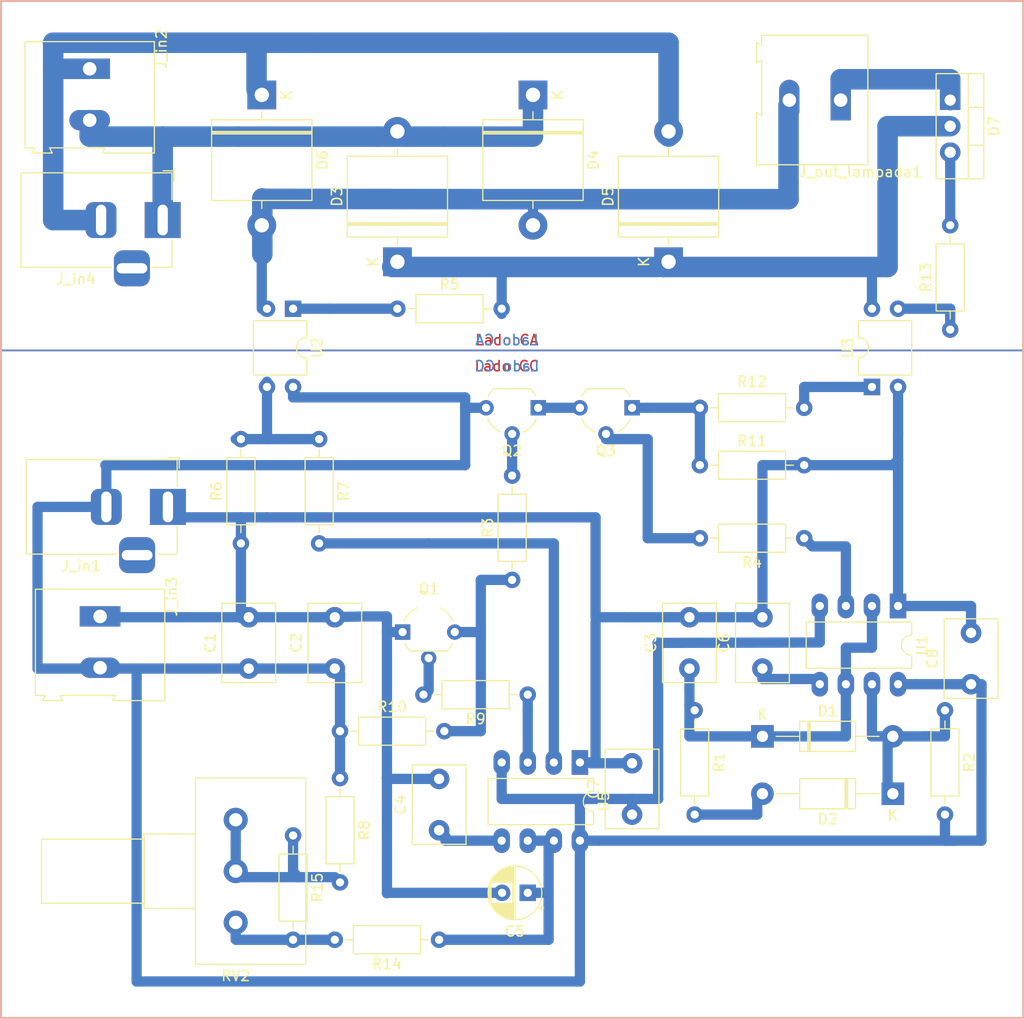
<source format=kicad_pcb>
(kicad_pcb (version 20171130) (host pcbnew 5.1.5-52549c5~84~ubuntu18.04.1)

  (general
    (thickness 1.6)
    (drawings 10)
    (tracks 187)
    (zones 0)
    (modules 43)
    (nets 30)
  )

  (page A4 portrait)
  (layers
    (0 F.Cu signal)
    (31 B.Cu signal)
    (32 B.Adhes user)
    (33 F.Adhes user)
    (34 B.Paste user)
    (35 F.Paste user)
    (36 B.SilkS user)
    (37 F.SilkS user)
    (38 B.Mask user)
    (39 F.Mask user)
    (40 Dwgs.User user)
    (41 Cmts.User user)
    (42 Eco1.User user)
    (43 Eco2.User user)
    (44 Edge.Cuts user)
    (45 Margin user)
    (46 B.CrtYd user)
    (47 F.CrtYd user)
    (48 B.Fab user)
    (49 F.Fab user hide)
  )

  (setup
    (last_trace_width 1)
    (trace_clearance 0.2)
    (zone_clearance 0.508)
    (zone_45_only no)
    (trace_min 0.2)
    (via_size 1.5)
    (via_drill 0.4)
    (via_min_size 0.4)
    (via_min_drill 0.3)
    (uvia_size 0.3)
    (uvia_drill 0.1)
    (uvias_allowed no)
    (uvia_min_size 0.2)
    (uvia_min_drill 0.1)
    (edge_width 0.1)
    (segment_width 0.2)
    (pcb_text_width 0.3)
    (pcb_text_size 1.5 1.5)
    (mod_edge_width 0.15)
    (mod_text_size 1 1)
    (mod_text_width 0.15)
    (pad_size 3.5 3.5)
    (pad_drill 1)
    (pad_to_mask_clearance 0)
    (solder_mask_min_width 0.25)
    (aux_axis_origin 0 0)
    (visible_elements FFFFEF7F)
    (pcbplotparams
      (layerselection 0x010fc_ffffffff)
      (usegerberextensions false)
      (usegerberattributes false)
      (usegerberadvancedattributes false)
      (creategerberjobfile false)
      (excludeedgelayer true)
      (linewidth 0.100000)
      (plotframeref false)
      (viasonmask false)
      (mode 1)
      (useauxorigin false)
      (hpglpennumber 1)
      (hpglpenspeed 20)
      (hpglpendiameter 15.000000)
      (psnegative false)
      (psa4output false)
      (plotreference true)
      (plotvalue true)
      (plotinvisibletext false)
      (padsonsilk false)
      (subtractmaskfromsilk false)
      (outputformat 1)
      (mirror false)
      (drillshape 1)
      (scaleselection 1)
      (outputdirectory ""))
  )

  (net 0 "")
  (net 1 GND)
  (net 2 +12V)
  (net 3 "Net-(D1-Pad1)")
  (net 4 "Net-(C3-Pad1)")
  (net 5 "Net-(D2-Pad1)")
  (net 6 "Net-(C4-Pad1)")
  (net 7 "Net-(R5-Pad1)")
  (net 8 "Net-(C5-Pad1)")
  (net 9 "Net-(C6-Pad1)")
  (net 10 /+AC_Retificado)
  (net 11 "Net-(D3-Pad1)")
  (net 12 /-AC_Retificado)
  (net 13 AC)
  (net 14 /F_out_PWM_Align_right)
  (net 15 "Net-(Q1-Pad2)")
  (net 16 "Net-(Q2-Pad1)")
  (net 17 "Net-(Q2-Pad2)")
  (net 18 /F_out_AND)
  (net 19 "Net-(Q3-Pad2)")
  (net 20 /F_ataque)
  (net 21 "Net-(R6-Pad2)")
  (net 22 "Net-(R7-Pad2)")
  (net 23 /F_out_PWM)
  (net 24 "Net-(R12-Pad1)")
  (net 25 "Net-(R13-Pad1)")
  (net 26 "Net-(R14-Pad2)")
  (net 27 "Net-(D7-Pad3)")
  (net 28 "Net-(D7-Pad1)")
  (net 29 "Net-(R15-Pad1)")

  (net_class Default "This is the default net class."
    (clearance 0.2)
    (trace_width 1)
    (via_dia 1.5)
    (via_drill 0.4)
    (uvia_dia 0.3)
    (uvia_drill 0.1)
    (add_net +12V)
    (add_net /+AC_Retificado)
    (add_net /-AC_Retificado)
    (add_net /F_ataque)
    (add_net /F_out_AND)
    (add_net /F_out_PWM)
    (add_net /F_out_PWM_Align_right)
    (add_net AC)
    (add_net GND)
    (add_net "Net-(C3-Pad1)")
    (add_net "Net-(C4-Pad1)")
    (add_net "Net-(C5-Pad1)")
    (add_net "Net-(C6-Pad1)")
    (add_net "Net-(D1-Pad1)")
    (add_net "Net-(D2-Pad1)")
    (add_net "Net-(D3-Pad1)")
    (add_net "Net-(D7-Pad1)")
    (add_net "Net-(D7-Pad3)")
    (add_net "Net-(Q1-Pad2)")
    (add_net "Net-(Q2-Pad1)")
    (add_net "Net-(Q2-Pad2)")
    (add_net "Net-(Q3-Pad2)")
    (add_net "Net-(R12-Pad1)")
    (add_net "Net-(R13-Pad1)")
    (add_net "Net-(R14-Pad2)")
    (add_net "Net-(R15-Pad1)")
    (add_net "Net-(R5-Pad1)")
    (add_net "Net-(R6-Pad2)")
    (add_net "Net-(R7-Pad2)")
  )

  (module Package_TO_SOT_THT:TO-92_Wide (layer F.Cu) (tedit 5DE008DE) (tstamp 5D9922FC)
    (at 89.916 145.796)
    (descr "TO-92 leads molded, wide, drill 0.75mm (see NXP sot054_po.pdf)")
    (tags "to-92 sc-43 sc-43a sot54 PA33 transistor")
    (path /5DAC05EA)
    (fp_text reference Q1 (at 2.55 -4.19) (layer F.SilkS)
      (effects (font (size 1 1) (thickness 0.15)))
    )
    (fp_text value PN2222A (at 2.54 2.79) (layer F.Fab)
      (effects (font (size 1 1) (thickness 0.15)))
    )
    (fp_arc (start 2.54 0) (end 4.34 1.85) (angle -20) (layer F.SilkS) (width 0.12))
    (fp_arc (start 2.54 0) (end 2.54 -2.48) (angle -135) (layer F.Fab) (width 0.1))
    (fp_arc (start 2.54 0) (end 2.54 -2.48) (angle 135) (layer F.Fab) (width 0.1))
    (fp_arc (start 2.54 0) (end 3.65 -2.35) (angle 39.71668247) (layer F.SilkS) (width 0.12))
    (fp_arc (start 2.54 0) (end 1.4 -2.35) (angle -39.12170074) (layer F.SilkS) (width 0.12))
    (fp_arc (start 2.54 0) (end 0.74 1.85) (angle 20) (layer F.SilkS) (width 0.12))
    (fp_line (start 6.09 2.01) (end -1.01 2.01) (layer F.CrtYd) (width 0.05))
    (fp_line (start 6.09 2.01) (end 6.09 -3.55) (layer F.CrtYd) (width 0.05))
    (fp_line (start -1.01 -3.55) (end -1.01 2.01) (layer F.CrtYd) (width 0.05))
    (fp_line (start -1.01 -3.55) (end 6.09 -3.55) (layer F.CrtYd) (width 0.05))
    (fp_line (start 0.8 1.75) (end 4.3 1.75) (layer F.Fab) (width 0.1))
    (fp_line (start 0.74 1.85) (end 4.34 1.85) (layer F.SilkS) (width 0.12))
    (fp_text user %R (at 2.54 0) (layer F.Fab)
      (effects (font (size 1 1) (thickness 0.15)))
    )
    (pad 1 thru_hole rect (at 0 0 90) (size 1.5 1.5) (drill 0.8) (layers *.Cu *.Mask)
      (net 1 GND))
    (pad 3 thru_hole circle (at 5.08 0 90) (size 1.5 1.5) (drill 0.8) (layers *.Cu *.Mask)
      (net 14 /F_out_PWM_Align_right))
    (pad 2 thru_hole circle (at 2.54 2.54 90) (size 1.5 1.5) (drill 0.8) (layers *.Cu *.Mask)
      (net 15 "Net-(Q1-Pad2)"))
    (model ${KISYS3DMOD}/Package_TO_SOT_THT.3dshapes/TO-92_Wide.wrl
      (at (xyz 0 0 0))
      (scale (xyz 1 1 1))
      (rotate (xyz 0 0 0))
    )
  )

  (module Resistor_THT:R_Axial_DIN0207_L6.3mm_D2.5mm_P10.16mm_Horizontal (layer F.Cu) (tedit 5AE5139B) (tstamp 5D9F4FB9)
    (at 79.248 165.608 270)
    (descr "Resistor, Axial_DIN0207 series, Axial, Horizontal, pin pitch=10.16mm, 0.25W = 1/4W, length*diameter=6.3*2.5mm^2, http://cdn-reichelt.de/documents/datenblatt/B400/1_4W%23YAG.pdf")
    (tags "Resistor Axial_DIN0207 series Axial Horizontal pin pitch 10.16mm 0.25W = 1/4W length 6.3mm diameter 2.5mm")
    (path /5DA90D96)
    (fp_text reference R15 (at 5.08 -2.37 90) (layer F.SilkS)
      (effects (font (size 1 1) (thickness 0.15)))
    )
    (fp_text value "6k(10||15k)" (at 5.08 2.37 90) (layer F.Fab)
      (effects (font (size 1 1) (thickness 0.15)))
    )
    (fp_text user %R (at 5.08 0 90) (layer F.Fab)
      (effects (font (size 1 1) (thickness 0.15)))
    )
    (fp_line (start 11.21 -1.5) (end -1.05 -1.5) (layer F.CrtYd) (width 0.05))
    (fp_line (start 11.21 1.5) (end 11.21 -1.5) (layer F.CrtYd) (width 0.05))
    (fp_line (start -1.05 1.5) (end 11.21 1.5) (layer F.CrtYd) (width 0.05))
    (fp_line (start -1.05 -1.5) (end -1.05 1.5) (layer F.CrtYd) (width 0.05))
    (fp_line (start 9.12 0) (end 8.35 0) (layer F.SilkS) (width 0.12))
    (fp_line (start 1.04 0) (end 1.81 0) (layer F.SilkS) (width 0.12))
    (fp_line (start 8.35 -1.37) (end 1.81 -1.37) (layer F.SilkS) (width 0.12))
    (fp_line (start 8.35 1.37) (end 8.35 -1.37) (layer F.SilkS) (width 0.12))
    (fp_line (start 1.81 1.37) (end 8.35 1.37) (layer F.SilkS) (width 0.12))
    (fp_line (start 1.81 -1.37) (end 1.81 1.37) (layer F.SilkS) (width 0.12))
    (fp_line (start 10.16 0) (end 8.23 0) (layer F.Fab) (width 0.1))
    (fp_line (start 0 0) (end 1.93 0) (layer F.Fab) (width 0.1))
    (fp_line (start 8.23 -1.25) (end 1.93 -1.25) (layer F.Fab) (width 0.1))
    (fp_line (start 8.23 1.25) (end 8.23 -1.25) (layer F.Fab) (width 0.1))
    (fp_line (start 1.93 1.25) (end 8.23 1.25) (layer F.Fab) (width 0.1))
    (fp_line (start 1.93 -1.25) (end 1.93 1.25) (layer F.Fab) (width 0.1))
    (pad 2 thru_hole oval (at 10.16 0 270) (size 1.6 1.6) (drill 0.8) (layers *.Cu *.Mask)
      (net 26 "Net-(R14-Pad2)"))
    (pad 1 thru_hole circle (at 0 0 270) (size 1.6 1.6) (drill 0.8) (layers *.Cu *.Mask)
      (net 29 "Net-(R15-Pad1)"))
    (model ${KISYS3DMOD}/Resistor_THT.3dshapes/R_Axial_DIN0207_L6.3mm_D2.5mm_P10.16mm_Horizontal.wrl
      (at (xyz 0 0 0))
      (scale (xyz 1 1 1))
      (rotate (xyz 0 0 0))
    )
  )

  (module Capacitor_THT:C_Disc_D7.5mm_W5.0mm_P5.00mm (layer F.Cu) (tedit 5AE50EF0) (tstamp 5D9F4858)
    (at 145.288 150.876 90)
    (descr "C, Disc series, Radial, pin pitch=5.00mm, , diameter*width=7.5*5.0mm^2, Capacitor, http://www.vishay.com/docs/28535/vy2series.pdf")
    (tags "C Disc series Radial pin pitch 5.00mm  diameter 7.5mm width 5.0mm Capacitor")
    (path /5DA2F290)
    (fp_text reference C8 (at 2.5 -3.75 90) (layer F.SilkS)
      (effects (font (size 1 1) (thickness 0.15)))
    )
    (fp_text value 100n (at 2.5 3.75 90) (layer F.Fab)
      (effects (font (size 1 1) (thickness 0.15)))
    )
    (fp_text user %R (at 2.5 0 90) (layer F.Fab)
      (effects (font (size 1 1) (thickness 0.15)))
    )
    (fp_line (start 6.5 -2.75) (end -1.5 -2.75) (layer F.CrtYd) (width 0.05))
    (fp_line (start 6.5 2.75) (end 6.5 -2.75) (layer F.CrtYd) (width 0.05))
    (fp_line (start -1.5 2.75) (end 6.5 2.75) (layer F.CrtYd) (width 0.05))
    (fp_line (start -1.5 -2.75) (end -1.5 2.75) (layer F.CrtYd) (width 0.05))
    (fp_line (start 6.37 -2.62) (end 6.37 2.62) (layer F.SilkS) (width 0.12))
    (fp_line (start -1.37 -2.62) (end -1.37 2.62) (layer F.SilkS) (width 0.12))
    (fp_line (start -1.37 2.62) (end 6.37 2.62) (layer F.SilkS) (width 0.12))
    (fp_line (start -1.37 -2.62) (end 6.37 -2.62) (layer F.SilkS) (width 0.12))
    (fp_line (start 6.25 -2.5) (end -1.25 -2.5) (layer F.Fab) (width 0.1))
    (fp_line (start 6.25 2.5) (end 6.25 -2.5) (layer F.Fab) (width 0.1))
    (fp_line (start -1.25 2.5) (end 6.25 2.5) (layer F.Fab) (width 0.1))
    (fp_line (start -1.25 -2.5) (end -1.25 2.5) (layer F.Fab) (width 0.1))
    (pad 2 thru_hole circle (at 5 0 90) (size 2 2) (drill 1) (layers *.Cu *.Mask)
      (net 1 GND))
    (pad 1 thru_hole circle (at 0 0 90) (size 2 2) (drill 1) (layers *.Cu *.Mask)
      (net 2 +12V))
    (model ${KISYS3DMOD}/Capacitor_THT.3dshapes/C_Disc_D7.5mm_W5.0mm_P5.00mm.wrl
      (at (xyz 0 0 0))
      (scale (xyz 1 1 1))
      (rotate (xyz 0 0 0))
    )
  )

  (module Capacitor_THT:C_Disc_D7.5mm_W5.0mm_P5.00mm (layer F.Cu) (tedit 5AE50EF0) (tstamp 5D9F4845)
    (at 112.268 163.576 90)
    (descr "C, Disc series, Radial, pin pitch=5.00mm, , diameter*width=7.5*5.0mm^2, Capacitor, http://www.vishay.com/docs/28535/vy2series.pdf")
    (tags "C Disc series Radial pin pitch 5.00mm  diameter 7.5mm width 5.0mm Capacitor")
    (path /5D9FA15A)
    (fp_text reference C7 (at 2.5 -3.75 90) (layer F.SilkS)
      (effects (font (size 1 1) (thickness 0.15)))
    )
    (fp_text value 100n (at 2.5 3.75 90) (layer F.Fab)
      (effects (font (size 1 1) (thickness 0.15)))
    )
    (fp_text user %R (at 2.5 0 90) (layer F.Fab)
      (effects (font (size 1 1) (thickness 0.15)))
    )
    (fp_line (start 6.5 -2.75) (end -1.5 -2.75) (layer F.CrtYd) (width 0.05))
    (fp_line (start 6.5 2.75) (end 6.5 -2.75) (layer F.CrtYd) (width 0.05))
    (fp_line (start -1.5 2.75) (end 6.5 2.75) (layer F.CrtYd) (width 0.05))
    (fp_line (start -1.5 -2.75) (end -1.5 2.75) (layer F.CrtYd) (width 0.05))
    (fp_line (start 6.37 -2.62) (end 6.37 2.62) (layer F.SilkS) (width 0.12))
    (fp_line (start -1.37 -2.62) (end -1.37 2.62) (layer F.SilkS) (width 0.12))
    (fp_line (start -1.37 2.62) (end 6.37 2.62) (layer F.SilkS) (width 0.12))
    (fp_line (start -1.37 -2.62) (end 6.37 -2.62) (layer F.SilkS) (width 0.12))
    (fp_line (start 6.25 -2.5) (end -1.25 -2.5) (layer F.Fab) (width 0.1))
    (fp_line (start 6.25 2.5) (end 6.25 -2.5) (layer F.Fab) (width 0.1))
    (fp_line (start -1.25 2.5) (end 6.25 2.5) (layer F.Fab) (width 0.1))
    (fp_line (start -1.25 -2.5) (end -1.25 2.5) (layer F.Fab) (width 0.1))
    (pad 2 thru_hole circle (at 5 0 90) (size 2 2) (drill 1) (layers *.Cu *.Mask)
      (net 1 GND))
    (pad 1 thru_hole circle (at 0 0 90) (size 2 2) (drill 1) (layers *.Cu *.Mask)
      (net 2 +12V))
    (model ${KISYS3DMOD}/Capacitor_THT.3dshapes/C_Disc_D7.5mm_W5.0mm_P5.00mm.wrl
      (at (xyz 0 0 0))
      (scale (xyz 1 1 1))
      (rotate (xyz 0 0 0))
    )
  )

  (module Diode_THT:D_DO-41_SOD81_P12.70mm_Horizontal (layer F.Cu) (tedit 5D98D70B) (tstamp 5D99A06E)
    (at 124.968 155.956)
    (descr "Diode, DO-41_SOD81 series, Axial, Horizontal, pin pitch=12.7mm, , length*diameter=5.2*2.7mm^2, , http://www.diodes.com/_files/packages/DO-41%20(Plastic).pdf")
    (tags "Diode DO-41_SOD81 series Axial Horizontal pin pitch 12.7mm  length 5.2mm diameter 2.7mm")
    (path /5D1DC96C)
    (fp_text reference D1 (at 6.35 -2.47) (layer F.SilkS)
      (effects (font (size 1 1) (thickness 0.15)))
    )
    (fp_text value DIODE (at 6.35 2.47) (layer F.Fab)
      (effects (font (size 1 1) (thickness 0.15)))
    )
    (fp_text user K (at 0 -2.1) (layer F.SilkS)
      (effects (font (size 1 1) (thickness 0.15)))
    )
    (fp_text user K (at 0 -2.1) (layer F.Fab)
      (effects (font (size 1 1) (thickness 0.15)))
    )
    (fp_text user %R (at 6.74 0) (layer F.Fab)
      (effects (font (size 1 1) (thickness 0.15)))
    )
    (fp_line (start 14.05 -1.6) (end -1.35 -1.6) (layer F.CrtYd) (width 0.05))
    (fp_line (start 14.05 1.6) (end 14.05 -1.6) (layer F.CrtYd) (width 0.05))
    (fp_line (start -1.35 1.6) (end 14.05 1.6) (layer F.CrtYd) (width 0.05))
    (fp_line (start -1.35 -1.6) (end -1.35 1.6) (layer F.CrtYd) (width 0.05))
    (fp_line (start 4.41 -1.47) (end 4.41 1.47) (layer F.SilkS) (width 0.12))
    (fp_line (start 4.65 -1.47) (end 4.65 1.47) (layer F.SilkS) (width 0.12))
    (fp_line (start 4.53 -1.47) (end 4.53 1.47) (layer F.SilkS) (width 0.12))
    (fp_line (start 11.36 0) (end 9.07 0) (layer F.SilkS) (width 0.12))
    (fp_line (start 1.34 0) (end 3.63 0) (layer F.SilkS) (width 0.12))
    (fp_line (start 9.07 -1.47) (end 3.63 -1.47) (layer F.SilkS) (width 0.12))
    (fp_line (start 9.07 1.47) (end 9.07 -1.47) (layer F.SilkS) (width 0.12))
    (fp_line (start 3.63 1.47) (end 9.07 1.47) (layer F.SilkS) (width 0.12))
    (fp_line (start 3.63 -1.47) (end 3.63 1.47) (layer F.SilkS) (width 0.12))
    (fp_line (start 4.43 -1.35) (end 4.43 1.35) (layer F.Fab) (width 0.1))
    (fp_line (start 4.63 -1.35) (end 4.63 1.35) (layer F.Fab) (width 0.1))
    (fp_line (start 4.53 -1.35) (end 4.53 1.35) (layer F.Fab) (width 0.1))
    (fp_line (start 12.7 0) (end 8.95 0) (layer F.Fab) (width 0.1))
    (fp_line (start 0 0) (end 3.75 0) (layer F.Fab) (width 0.1))
    (fp_line (start 8.95 -1.35) (end 3.75 -1.35) (layer F.Fab) (width 0.1))
    (fp_line (start 8.95 1.35) (end 8.95 -1.35) (layer F.Fab) (width 0.1))
    (fp_line (start 3.75 1.35) (end 8.95 1.35) (layer F.Fab) (width 0.1))
    (fp_line (start 3.75 -1.35) (end 3.75 1.35) (layer F.Fab) (width 0.1))
    (pad 1 thru_hole oval (at 12.7 0) (size 2.2 2.2) (drill 1.1) (layers *.Cu *.Mask)
      (net 3 "Net-(D1-Pad1)"))
    (pad 2 thru_hole rect (at 0 0) (size 2.2 2.2) (drill 1.1) (layers *.Cu *.Mask)
      (net 4 "Net-(C3-Pad1)"))
    (model ${KISYS3DMOD}/Diode_THT.3dshapes/D_DO-41_SOD81_P12.70mm_Horizontal.wrl
      (at (xyz 0 0 0))
      (scale (xyz 1 1 1))
      (rotate (xyz 0 0 0))
    )
  )

  (module Diode_THT:D_DO-41_SOD81_P12.70mm_Horizontal (layer F.Cu) (tedit 5D98D6E6) (tstamp 5D998B4F)
    (at 137.668 161.544 180)
    (descr "Diode, DO-41_SOD81 series, Axial, Horizontal, pin pitch=12.7mm, , length*diameter=5.2*2.7mm^2, , http://www.diodes.com/_files/packages/DO-41%20(Plastic).pdf")
    (tags "Diode DO-41_SOD81 series Axial Horizontal pin pitch 12.7mm  length 5.2mm diameter 2.7mm")
    (path /5DB1D477)
    (fp_text reference D2 (at 6.35 -2.47 180) (layer F.SilkS)
      (effects (font (size 1 1) (thickness 0.15)))
    )
    (fp_text value DIODE (at 6.35 2.47 180) (layer F.Fab)
      (effects (font (size 1 1) (thickness 0.15)))
    )
    (fp_text user K (at 0 -2.1 180) (layer F.SilkS)
      (effects (font (size 1 1) (thickness 0.15)))
    )
    (fp_text user K (at 0 -2.1 180) (layer F.Fab)
      (effects (font (size 1 1) (thickness 0.15)))
    )
    (fp_text user %R (at 6.74 0 180) (layer F.Fab)
      (effects (font (size 1 1) (thickness 0.15)))
    )
    (fp_line (start 14.05 -1.6) (end -1.35 -1.6) (layer F.CrtYd) (width 0.05))
    (fp_line (start 14.05 1.6) (end 14.05 -1.6) (layer F.CrtYd) (width 0.05))
    (fp_line (start -1.35 1.6) (end 14.05 1.6) (layer F.CrtYd) (width 0.05))
    (fp_line (start -1.35 -1.6) (end -1.35 1.6) (layer F.CrtYd) (width 0.05))
    (fp_line (start 4.41 -1.47) (end 4.41 1.47) (layer F.SilkS) (width 0.12))
    (fp_line (start 4.65 -1.47) (end 4.65 1.47) (layer F.SilkS) (width 0.12))
    (fp_line (start 4.53 -1.47) (end 4.53 1.47) (layer F.SilkS) (width 0.12))
    (fp_line (start 11.36 0) (end 9.07 0) (layer F.SilkS) (width 0.12))
    (fp_line (start 1.34 0) (end 3.63 0) (layer F.SilkS) (width 0.12))
    (fp_line (start 9.07 -1.47) (end 3.63 -1.47) (layer F.SilkS) (width 0.12))
    (fp_line (start 9.07 1.47) (end 9.07 -1.47) (layer F.SilkS) (width 0.12))
    (fp_line (start 3.63 1.47) (end 9.07 1.47) (layer F.SilkS) (width 0.12))
    (fp_line (start 3.63 -1.47) (end 3.63 1.47) (layer F.SilkS) (width 0.12))
    (fp_line (start 4.43 -1.35) (end 4.43 1.35) (layer F.Fab) (width 0.1))
    (fp_line (start 4.63 -1.35) (end 4.63 1.35) (layer F.Fab) (width 0.1))
    (fp_line (start 4.53 -1.35) (end 4.53 1.35) (layer F.Fab) (width 0.1))
    (fp_line (start 12.7 0) (end 8.95 0) (layer F.Fab) (width 0.1))
    (fp_line (start 0 0) (end 3.75 0) (layer F.Fab) (width 0.1))
    (fp_line (start 8.95 -1.35) (end 3.75 -1.35) (layer F.Fab) (width 0.1))
    (fp_line (start 8.95 1.35) (end 8.95 -1.35) (layer F.Fab) (width 0.1))
    (fp_line (start 3.75 1.35) (end 8.95 1.35) (layer F.Fab) (width 0.1))
    (fp_line (start 3.75 -1.35) (end 3.75 1.35) (layer F.Fab) (width 0.1))
    (pad 1 thru_hole oval (at 12.7 0 180) (size 2.2 2.2) (drill 1.1) (layers *.Cu *.Mask)
      (net 5 "Net-(D2-Pad1)"))
    (pad 2 thru_hole rect (at 0 0 180) (size 2.2 2.2) (drill 1.1) (layers *.Cu *.Mask)
      (net 3 "Net-(D1-Pad1)"))
    (model ${KISYS3DMOD}/Diode_THT.3dshapes/D_DO-41_SOD81_P12.70mm_Horizontal.wrl
      (at (xyz 0 0 0))
      (scale (xyz 1 1 1))
      (rotate (xyz 0 0 0))
    )
  )

  (module Package_TO_SOT_THT:TO-220-3_Vertical (layer F.Cu) (tedit 5AC8BA0D) (tstamp 5D9975E8)
    (at 143.256 93.98 270)
    (descr "TO-220-3, Vertical, RM 2.54mm, see https://www.vishay.com/docs/66542/to-220-1.pdf")
    (tags "TO-220-3 Vertical RM 2.54mm")
    (path /5D99C4FD)
    (fp_text reference D7 (at 2.54 -4.27 90) (layer F.SilkS)
      (effects (font (size 1 1) (thickness 0.15)))
    )
    (fp_text value BT151 (at 2.54 2.5 90) (layer F.Fab)
      (effects (font (size 1 1) (thickness 0.15)))
    )
    (fp_text user %R (at 2.54 -4.27 90) (layer F.Fab)
      (effects (font (size 1 1) (thickness 0.15)))
    )
    (fp_line (start 7.79 -3.4) (end -2.71 -3.4) (layer F.CrtYd) (width 0.05))
    (fp_line (start 7.79 1.51) (end 7.79 -3.4) (layer F.CrtYd) (width 0.05))
    (fp_line (start -2.71 1.51) (end 7.79 1.51) (layer F.CrtYd) (width 0.05))
    (fp_line (start -2.71 -3.4) (end -2.71 1.51) (layer F.CrtYd) (width 0.05))
    (fp_line (start 4.391 -3.27) (end 4.391 -1.76) (layer F.SilkS) (width 0.12))
    (fp_line (start 0.69 -3.27) (end 0.69 -1.76) (layer F.SilkS) (width 0.12))
    (fp_line (start -2.58 -1.76) (end 7.66 -1.76) (layer F.SilkS) (width 0.12))
    (fp_line (start 7.66 -3.27) (end 7.66 1.371) (layer F.SilkS) (width 0.12))
    (fp_line (start -2.58 -3.27) (end -2.58 1.371) (layer F.SilkS) (width 0.12))
    (fp_line (start -2.58 1.371) (end 7.66 1.371) (layer F.SilkS) (width 0.12))
    (fp_line (start -2.58 -3.27) (end 7.66 -3.27) (layer F.SilkS) (width 0.12))
    (fp_line (start 4.39 -3.15) (end 4.39 -1.88) (layer F.Fab) (width 0.1))
    (fp_line (start 0.69 -3.15) (end 0.69 -1.88) (layer F.Fab) (width 0.1))
    (fp_line (start -2.46 -1.88) (end 7.54 -1.88) (layer F.Fab) (width 0.1))
    (fp_line (start 7.54 -3.15) (end -2.46 -3.15) (layer F.Fab) (width 0.1))
    (fp_line (start 7.54 1.25) (end 7.54 -3.15) (layer F.Fab) (width 0.1))
    (fp_line (start -2.46 1.25) (end 7.54 1.25) (layer F.Fab) (width 0.1))
    (fp_line (start -2.46 -3.15) (end -2.46 1.25) (layer F.Fab) (width 0.1))
    (pad 3 thru_hole oval (at 5.08 0 270) (size 1.905 2) (drill 1.1) (layers *.Cu *.Mask)
      (net 27 "Net-(D7-Pad3)"))
    (pad 2 thru_hole oval (at 2.54 0 270) (size 1.905 2) (drill 1.1) (layers *.Cu *.Mask)
      (net 10 /+AC_Retificado))
    (pad 1 thru_hole rect (at 0 0 270) (size 1.905 2) (drill 1.1) (layers *.Cu *.Mask)
      (net 28 "Net-(D7-Pad1)"))
    (model ${KISYS3DMOD}/Package_TO_SOT_THT.3dshapes/TO-220-3_Vertical.wrl
      (at (xyz 0 0 0))
      (scale (xyz 1 1 1))
      (rotate (xyz 0 0 0))
    )
  )

  (module Diode_THT:D_5KP_P12.70mm_Horizontal (layer F.Cu) (tedit 5D98D1B5) (tstamp 5D9946A0)
    (at 76.2 93.472 270)
    (descr "Diode, 5KP series, Axial, Horizontal, pin pitch=12.7mm, , length*diameter=7.62*9.53mm^2, , http://www.diodes.com/_files/packages/8686949.gif")
    (tags "Diode 5KP series Axial Horizontal pin pitch 12.7mm  length 7.62mm diameter 9.53mm")
    (path /5D9CDD2B)
    (fp_text reference D6 (at 6.35 -5.885 90) (layer F.SilkS)
      (effects (font (size 1 1) (thickness 0.15)))
    )
    (fp_text value DIODE (at 6.35 5.885 90) (layer F.Fab)
      (effects (font (size 1 1) (thickness 0.15)))
    )
    (fp_text user K (at 0 -2.4 90) (layer F.SilkS)
      (effects (font (size 1 1) (thickness 0.15)))
    )
    (fp_text user K (at 0 -2.4 90) (layer F.Fab)
      (effects (font (size 1 1) (thickness 0.15)))
    )
    (fp_text user %R (at 6.9215 0 90) (layer F.Fab)
      (effects (font (size 1 1) (thickness 0.15)))
    )
    (fp_line (start 14.35 -5.02) (end -1.65 -5.02) (layer F.CrtYd) (width 0.05))
    (fp_line (start 14.35 5.02) (end 14.35 -5.02) (layer F.CrtYd) (width 0.05))
    (fp_line (start -1.65 5.02) (end 14.35 5.02) (layer F.CrtYd) (width 0.05))
    (fp_line (start -1.65 -5.02) (end -1.65 5.02) (layer F.CrtYd) (width 0.05))
    (fp_line (start 3.563 -4.885) (end 3.563 4.885) (layer F.SilkS) (width 0.12))
    (fp_line (start 3.803 -4.885) (end 3.803 4.885) (layer F.SilkS) (width 0.12))
    (fp_line (start 3.683 -4.885) (end 3.683 4.885) (layer F.SilkS) (width 0.12))
    (fp_line (start 11.06 0) (end 10.28 0) (layer F.SilkS) (width 0.12))
    (fp_line (start 1.64 0) (end 2.42 0) (layer F.SilkS) (width 0.12))
    (fp_line (start 10.28 -4.885) (end 2.42 -4.885) (layer F.SilkS) (width 0.12))
    (fp_line (start 10.28 4.885) (end 10.28 -4.885) (layer F.SilkS) (width 0.12))
    (fp_line (start 2.42 4.885) (end 10.28 4.885) (layer F.SilkS) (width 0.12))
    (fp_line (start 2.42 -4.885) (end 2.42 4.885) (layer F.SilkS) (width 0.12))
    (fp_line (start 3.583 -4.765) (end 3.583 4.765) (layer F.Fab) (width 0.1))
    (fp_line (start 3.783 -4.765) (end 3.783 4.765) (layer F.Fab) (width 0.1))
    (fp_line (start 3.683 -4.765) (end 3.683 4.765) (layer F.Fab) (width 0.1))
    (fp_line (start 12.7 0) (end 10.16 0) (layer F.Fab) (width 0.1))
    (fp_line (start 0 0) (end 2.54 0) (layer F.Fab) (width 0.1))
    (fp_line (start 10.16 -4.765) (end 2.54 -4.765) (layer F.Fab) (width 0.1))
    (fp_line (start 10.16 4.765) (end 10.16 -4.765) (layer F.Fab) (width 0.1))
    (fp_line (start 2.54 4.765) (end 10.16 4.765) (layer F.Fab) (width 0.1))
    (fp_line (start 2.54 -4.765) (end 2.54 4.765) (layer F.Fab) (width 0.1))
    (pad 1 thru_hole oval (at 12.7 0 270) (size 2.8 2.8) (drill 1.4) (layers *.Cu *.Mask)
      (net 12 /-AC_Retificado))
    (pad 2 thru_hole rect (at 0 0 270) (size 2.8 2.8) (drill 1.4) (layers *.Cu *.Mask)
      (net 13 AC))
    (model ${KISYS3DMOD}/Diode_THT.3dshapes/D_5KP_P12.70mm_Horizontal.wrl
      (at (xyz 0 0 0))
      (scale (xyz 1 1 1))
      (rotate (xyz 0 0 0))
    )
  )

  (module Diode_THT:D_5KP_P12.70mm_Horizontal (layer F.Cu) (tedit 5D98D184) (tstamp 5D992F07)
    (at 89.408 109.728 90)
    (descr "Diode, 5KP series, Axial, Horizontal, pin pitch=12.7mm, , length*diameter=7.62*9.53mm^2, , http://www.diodes.com/_files/packages/8686949.gif")
    (tags "Diode 5KP series Axial Horizontal pin pitch 12.7mm  length 7.62mm diameter 9.53mm")
    (path /5D9D297E)
    (fp_text reference D3 (at 6.35 -5.885 90) (layer F.SilkS)
      (effects (font (size 1 1) (thickness 0.15)))
    )
    (fp_text value DIODE (at 6.35 5.885 90) (layer F.Fab)
      (effects (font (size 1 1) (thickness 0.15)))
    )
    (fp_text user K (at 0 -2.4 90) (layer F.SilkS)
      (effects (font (size 1 1) (thickness 0.15)))
    )
    (fp_text user K (at 0 -2.4 90) (layer F.Fab)
      (effects (font (size 1 1) (thickness 0.15)))
    )
    (fp_text user %R (at 6.9215 0 90) (layer F.Fab)
      (effects (font (size 1 1) (thickness 0.15)))
    )
    (fp_line (start 14.35 -5.02) (end -1.65 -5.02) (layer F.CrtYd) (width 0.05))
    (fp_line (start 14.35 5.02) (end 14.35 -5.02) (layer F.CrtYd) (width 0.05))
    (fp_line (start -1.65 5.02) (end 14.35 5.02) (layer F.CrtYd) (width 0.05))
    (fp_line (start -1.65 -5.02) (end -1.65 5.02) (layer F.CrtYd) (width 0.05))
    (fp_line (start 3.563 -4.885) (end 3.563 4.885) (layer F.SilkS) (width 0.12))
    (fp_line (start 3.803 -4.885) (end 3.803 4.885) (layer F.SilkS) (width 0.12))
    (fp_line (start 3.683 -4.885) (end 3.683 4.885) (layer F.SilkS) (width 0.12))
    (fp_line (start 11.06 0) (end 10.28 0) (layer F.SilkS) (width 0.12))
    (fp_line (start 1.64 0) (end 2.42 0) (layer F.SilkS) (width 0.12))
    (fp_line (start 10.28 -4.885) (end 2.42 -4.885) (layer F.SilkS) (width 0.12))
    (fp_line (start 10.28 4.885) (end 10.28 -4.885) (layer F.SilkS) (width 0.12))
    (fp_line (start 2.42 4.885) (end 10.28 4.885) (layer F.SilkS) (width 0.12))
    (fp_line (start 2.42 -4.885) (end 2.42 4.885) (layer F.SilkS) (width 0.12))
    (fp_line (start 3.583 -4.765) (end 3.583 4.765) (layer F.Fab) (width 0.1))
    (fp_line (start 3.783 -4.765) (end 3.783 4.765) (layer F.Fab) (width 0.1))
    (fp_line (start 3.683 -4.765) (end 3.683 4.765) (layer F.Fab) (width 0.1))
    (fp_line (start 12.7 0) (end 10.16 0) (layer F.Fab) (width 0.1))
    (fp_line (start 0 0) (end 2.54 0) (layer F.Fab) (width 0.1))
    (fp_line (start 10.16 -4.765) (end 2.54 -4.765) (layer F.Fab) (width 0.1))
    (fp_line (start 10.16 4.765) (end 10.16 -4.765) (layer F.Fab) (width 0.1))
    (fp_line (start 2.54 4.765) (end 10.16 4.765) (layer F.Fab) (width 0.1))
    (fp_line (start 2.54 -4.765) (end 2.54 4.765) (layer F.Fab) (width 0.1))
    (pad 1 thru_hole oval (at 12.7 0 90) (size 2.8 2.8) (drill 1.4) (layers *.Cu *.Mask)
      (net 11 "Net-(D3-Pad1)"))
    (pad 2 thru_hole rect (at 0 0 90) (size 2.8 2.8) (drill 1.4) (layers *.Cu *.Mask)
      (net 10 /+AC_Retificado))
    (model ${KISYS3DMOD}/Diode_THT.3dshapes/D_5KP_P12.70mm_Horizontal.wrl
      (at (xyz 0 0 0))
      (scale (xyz 1 1 1))
      (rotate (xyz 0 0 0))
    )
  )

  (module Diode_THT:D_5KP_P12.70mm_Horizontal (layer F.Cu) (tedit 5D98D161) (tstamp 5D990FD7)
    (at 102.616 93.472 270)
    (descr "Diode, 5KP series, Axial, Horizontal, pin pitch=12.7mm, , length*diameter=7.62*9.53mm^2, , http://www.diodes.com/_files/packages/8686949.gif")
    (tags "Diode 5KP series Axial Horizontal pin pitch 12.7mm  length 7.62mm diameter 9.53mm")
    (path /5D9D2988)
    (fp_text reference D4 (at 6.35 -5.885 90) (layer F.SilkS)
      (effects (font (size 1 1) (thickness 0.15)))
    )
    (fp_text value DIODE (at 6.35 5.885 90) (layer F.Fab)
      (effects (font (size 1 1) (thickness 0.15)))
    )
    (fp_text user K (at 0 -2.4 90) (layer F.SilkS)
      (effects (font (size 1 1) (thickness 0.15)))
    )
    (fp_text user K (at 0 -2.4 90) (layer F.Fab)
      (effects (font (size 1 1) (thickness 0.15)))
    )
    (fp_text user %R (at 6.9215 0 90) (layer F.Fab)
      (effects (font (size 1 1) (thickness 0.15)))
    )
    (fp_line (start 14.35 -5.02) (end -1.65 -5.02) (layer F.CrtYd) (width 0.05))
    (fp_line (start 14.35 5.02) (end 14.35 -5.02) (layer F.CrtYd) (width 0.05))
    (fp_line (start -1.65 5.02) (end 14.35 5.02) (layer F.CrtYd) (width 0.05))
    (fp_line (start -1.65 -5.02) (end -1.65 5.02) (layer F.CrtYd) (width 0.05))
    (fp_line (start 3.563 -4.885) (end 3.563 4.885) (layer F.SilkS) (width 0.12))
    (fp_line (start 3.803 -4.885) (end 3.803 4.885) (layer F.SilkS) (width 0.12))
    (fp_line (start 3.683 -4.885) (end 3.683 4.885) (layer F.SilkS) (width 0.12))
    (fp_line (start 11.06 0) (end 10.28 0) (layer F.SilkS) (width 0.12))
    (fp_line (start 1.64 0) (end 2.42 0) (layer F.SilkS) (width 0.12))
    (fp_line (start 10.28 -4.885) (end 2.42 -4.885) (layer F.SilkS) (width 0.12))
    (fp_line (start 10.28 4.885) (end 10.28 -4.885) (layer F.SilkS) (width 0.12))
    (fp_line (start 2.42 4.885) (end 10.28 4.885) (layer F.SilkS) (width 0.12))
    (fp_line (start 2.42 -4.885) (end 2.42 4.885) (layer F.SilkS) (width 0.12))
    (fp_line (start 3.583 -4.765) (end 3.583 4.765) (layer F.Fab) (width 0.1))
    (fp_line (start 3.783 -4.765) (end 3.783 4.765) (layer F.Fab) (width 0.1))
    (fp_line (start 3.683 -4.765) (end 3.683 4.765) (layer F.Fab) (width 0.1))
    (fp_line (start 12.7 0) (end 10.16 0) (layer F.Fab) (width 0.1))
    (fp_line (start 0 0) (end 2.54 0) (layer F.Fab) (width 0.1))
    (fp_line (start 10.16 -4.765) (end 2.54 -4.765) (layer F.Fab) (width 0.1))
    (fp_line (start 10.16 4.765) (end 10.16 -4.765) (layer F.Fab) (width 0.1))
    (fp_line (start 2.54 4.765) (end 10.16 4.765) (layer F.Fab) (width 0.1))
    (fp_line (start 2.54 -4.765) (end 2.54 4.765) (layer F.Fab) (width 0.1))
    (pad 1 thru_hole oval (at 12.7 0 270) (size 2.8 2.8) (drill 1.4) (layers *.Cu *.Mask)
      (net 12 /-AC_Retificado))
    (pad 2 thru_hole rect (at 0 0 270) (size 2.8 2.8) (drill 1.4) (layers *.Cu *.Mask)
      (net 11 "Net-(D3-Pad1)"))
    (model ${KISYS3DMOD}/Diode_THT.3dshapes/D_5KP_P12.70mm_Horizontal.wrl
      (at (xyz 0 0 0))
      (scale (xyz 1 1 1))
      (rotate (xyz 0 0 0))
    )
  )

  (module Diode_THT:D_5KP_P12.70mm_Horizontal (layer F.Cu) (tedit 5D98D129) (tstamp 5D98FA20)
    (at 115.824 109.728 90)
    (descr "Diode, 5KP series, Axial, Horizontal, pin pitch=12.7mm, , length*diameter=7.62*9.53mm^2, , http://www.diodes.com/_files/packages/8686949.gif")
    (tags "Diode 5KP series Axial Horizontal pin pitch 12.7mm  length 7.62mm diameter 9.53mm")
    (path /5D9A4651)
    (fp_text reference D5 (at 6.35 -5.885 90) (layer F.SilkS)
      (effects (font (size 1 1) (thickness 0.15)))
    )
    (fp_text value DIODE (at 6.35 5.885 90) (layer F.Fab)
      (effects (font (size 1 1) (thickness 0.15)))
    )
    (fp_text user K (at 0 -2.4 90) (layer F.SilkS)
      (effects (font (size 1 1) (thickness 0.15)))
    )
    (fp_text user K (at 0 -2.4 90) (layer F.Fab)
      (effects (font (size 1 1) (thickness 0.15)))
    )
    (fp_text user %R (at 6.9215 0 90) (layer F.Fab)
      (effects (font (size 1 1) (thickness 0.15)))
    )
    (fp_line (start 14.35 -5.02) (end -1.65 -5.02) (layer F.CrtYd) (width 0.05))
    (fp_line (start 14.35 5.02) (end 14.35 -5.02) (layer F.CrtYd) (width 0.05))
    (fp_line (start -1.65 5.02) (end 14.35 5.02) (layer F.CrtYd) (width 0.05))
    (fp_line (start -1.65 -5.02) (end -1.65 5.02) (layer F.CrtYd) (width 0.05))
    (fp_line (start 3.563 -4.885) (end 3.563 4.885) (layer F.SilkS) (width 0.12))
    (fp_line (start 3.803 -4.885) (end 3.803 4.885) (layer F.SilkS) (width 0.12))
    (fp_line (start 3.683 -4.885) (end 3.683 4.885) (layer F.SilkS) (width 0.12))
    (fp_line (start 11.06 0) (end 10.28 0) (layer F.SilkS) (width 0.12))
    (fp_line (start 1.64 0) (end 2.42 0) (layer F.SilkS) (width 0.12))
    (fp_line (start 10.28 -4.885) (end 2.42 -4.885) (layer F.SilkS) (width 0.12))
    (fp_line (start 10.28 4.885) (end 10.28 -4.885) (layer F.SilkS) (width 0.12))
    (fp_line (start 2.42 4.885) (end 10.28 4.885) (layer F.SilkS) (width 0.12))
    (fp_line (start 2.42 -4.885) (end 2.42 4.885) (layer F.SilkS) (width 0.12))
    (fp_line (start 3.583 -4.765) (end 3.583 4.765) (layer F.Fab) (width 0.1))
    (fp_line (start 3.783 -4.765) (end 3.783 4.765) (layer F.Fab) (width 0.1))
    (fp_line (start 3.683 -4.765) (end 3.683 4.765) (layer F.Fab) (width 0.1))
    (fp_line (start 12.7 0) (end 10.16 0) (layer F.Fab) (width 0.1))
    (fp_line (start 0 0) (end 2.54 0) (layer F.Fab) (width 0.1))
    (fp_line (start 10.16 -4.765) (end 2.54 -4.765) (layer F.Fab) (width 0.1))
    (fp_line (start 10.16 4.765) (end 10.16 -4.765) (layer F.Fab) (width 0.1))
    (fp_line (start 2.54 4.765) (end 10.16 4.765) (layer F.Fab) (width 0.1))
    (fp_line (start 2.54 -4.765) (end 2.54 4.765) (layer F.Fab) (width 0.1))
    (pad 1 thru_hole oval (at 12.7 0 90) (size 2.8 2.8) (drill 1.4) (layers *.Cu *.Mask)
      (net 13 AC))
    (pad 2 thru_hole rect (at 0 0 90) (size 2.8 2.8) (drill 1.4) (layers *.Cu *.Mask)
      (net 10 /+AC_Retificado))
    (model ${KISYS3DMOD}/Diode_THT.3dshapes/D_5KP_P12.70mm_Horizontal.wrl
      (at (xyz 0 0 0))
      (scale (xyz 1 1 1))
      (rotate (xyz 0 0 0))
    )
  )

  (module Connector_BarrelJack:BarrelJack_Horizontal (layer F.Cu) (tedit 5D98C09C) (tstamp 5D991A9B)
    (at 66.548 105.664)
    (descr "DC Barrel Jack")
    (tags "Power Jack")
    (path /5DC78844)
    (fp_text reference J_in4 (at -8.45 5.75) (layer F.SilkS)
      (effects (font (size 1 1) (thickness 0.15)))
    )
    (fp_text value Screw_Terminal_01x02 (at -6.2 -5.5) (layer F.Fab)
      (effects (font (size 1 1) (thickness 0.15)))
    )
    (fp_line (start 0 -4.5) (end -13.7 -4.5) (layer F.Fab) (width 0.1))
    (fp_line (start 0.8 4.5) (end 0.8 -3.75) (layer F.Fab) (width 0.1))
    (fp_line (start -13.7 4.5) (end 0.8 4.5) (layer F.Fab) (width 0.1))
    (fp_line (start -13.7 -4.5) (end -13.7 4.5) (layer F.Fab) (width 0.1))
    (fp_line (start -10.2 -4.5) (end -10.2 4.5) (layer F.Fab) (width 0.1))
    (fp_line (start 0.9 -4.6) (end 0.9 -2) (layer F.SilkS) (width 0.12))
    (fp_line (start -13.8 -4.6) (end 0.9 -4.6) (layer F.SilkS) (width 0.12))
    (fp_line (start 0.9 4.6) (end -1 4.6) (layer F.SilkS) (width 0.12))
    (fp_line (start 0.9 1.9) (end 0.9 4.6) (layer F.SilkS) (width 0.12))
    (fp_line (start -13.8 4.6) (end -13.8 -4.6) (layer F.SilkS) (width 0.12))
    (fp_line (start -5 4.6) (end -13.8 4.6) (layer F.SilkS) (width 0.12))
    (fp_line (start -14 4.75) (end -14 -4.75) (layer F.CrtYd) (width 0.05))
    (fp_line (start -5 4.75) (end -14 4.75) (layer F.CrtYd) (width 0.05))
    (fp_line (start -5 6.75) (end -5 4.75) (layer F.CrtYd) (width 0.05))
    (fp_line (start -1 6.75) (end -5 6.75) (layer F.CrtYd) (width 0.05))
    (fp_line (start -1 4.75) (end -1 6.75) (layer F.CrtYd) (width 0.05))
    (fp_line (start 1 4.75) (end -1 4.75) (layer F.CrtYd) (width 0.05))
    (fp_line (start 1 2) (end 1 4.75) (layer F.CrtYd) (width 0.05))
    (fp_line (start 2 2) (end 1 2) (layer F.CrtYd) (width 0.05))
    (fp_line (start 2 -2) (end 2 2) (layer F.CrtYd) (width 0.05))
    (fp_line (start 1 -2) (end 2 -2) (layer F.CrtYd) (width 0.05))
    (fp_line (start 1 -4.5) (end 1 -2) (layer F.CrtYd) (width 0.05))
    (fp_line (start 1 -4.75) (end -14 -4.75) (layer F.CrtYd) (width 0.05))
    (fp_line (start 1 -4.5) (end 1 -4.75) (layer F.CrtYd) (width 0.05))
    (fp_line (start 0.05 -4.8) (end 1.1 -4.8) (layer F.SilkS) (width 0.12))
    (fp_line (start 1.1 -3.75) (end 1.1 -4.8) (layer F.SilkS) (width 0.12))
    (fp_line (start -0.003213 -4.505425) (end 0.8 -3.75) (layer F.Fab) (width 0.1))
    (fp_text user %R (at -3 -2.95) (layer F.Fab)
      (effects (font (size 1 1) (thickness 0.15)))
    )
    (pad 3 thru_hole roundrect (at -3 4.7) (size 3.5 3.5) (drill oval 3 1) (layers *.Cu *.Mask) (roundrect_rratio 0.25))
    (pad 1 thru_hole roundrect (at -6 0) (size 3 3.5) (drill oval 1 3) (layers *.Cu *.Mask) (roundrect_rratio 0.25)
      (net 13 AC))
    (pad 2 thru_hole rect (at 0 0) (size 3.5 3.5) (drill oval 1 3) (layers *.Cu *.Mask)
      (net 11 "Net-(D3-Pad1)"))
    (model ${KISYS3DMOD}/Connector_BarrelJack.3dshapes/BarrelJack_Horizontal.wrl
      (at (xyz 0 0 0))
      (scale (xyz 1 1 1))
      (rotate (xyz 0 0 0))
    )
    (model ${KISYS3DMOD}/Connector_BarrelJack.3dshapes/BarrelJack_CUI_PJ-063BH_Horizontal.step
      (at (xyz 0 0 0))
      (scale (xyz 1 1 1))
      (rotate (xyz 0 0 90))
    )
  )

  (module Resistor_THT:R_Axial_DIN0207_L6.3mm_D2.5mm_P10.16mm_Horizontal (layer F.Cu) (tedit 5AE5139B) (tstamp 5D992338)
    (at 93.472 175.768 180)
    (descr "Resistor, Axial_DIN0207 series, Axial, Horizontal, pin pitch=10.16mm, 0.25W = 1/4W, length*diameter=6.3*2.5mm^2, http://cdn-reichelt.de/documents/datenblatt/B400/1_4W%23YAG.pdf")
    (tags "Resistor Axial_DIN0207 series Axial Horizontal pin pitch 10.16mm 0.25W = 1/4W length 6.3mm diameter 2.5mm")
    (path /5D98F444)
    (fp_text reference R14 (at 5.08 -2.37) (layer F.SilkS)
      (effects (font (size 1 1) (thickness 0.15)))
    )
    (fp_text value 200 (at 5.08 2.37) (layer F.Fab)
      (effects (font (size 1 1) (thickness 0.15)))
    )
    (fp_text user %R (at 5.08 0) (layer F.Fab)
      (effects (font (size 1 1) (thickness 0.15)))
    )
    (fp_line (start 11.21 -1.5) (end -1.05 -1.5) (layer F.CrtYd) (width 0.05))
    (fp_line (start 11.21 1.5) (end 11.21 -1.5) (layer F.CrtYd) (width 0.05))
    (fp_line (start -1.05 1.5) (end 11.21 1.5) (layer F.CrtYd) (width 0.05))
    (fp_line (start -1.05 -1.5) (end -1.05 1.5) (layer F.CrtYd) (width 0.05))
    (fp_line (start 9.12 0) (end 8.35 0) (layer F.SilkS) (width 0.12))
    (fp_line (start 1.04 0) (end 1.81 0) (layer F.SilkS) (width 0.12))
    (fp_line (start 8.35 -1.37) (end 1.81 -1.37) (layer F.SilkS) (width 0.12))
    (fp_line (start 8.35 1.37) (end 8.35 -1.37) (layer F.SilkS) (width 0.12))
    (fp_line (start 1.81 1.37) (end 8.35 1.37) (layer F.SilkS) (width 0.12))
    (fp_line (start 1.81 -1.37) (end 1.81 1.37) (layer F.SilkS) (width 0.12))
    (fp_line (start 10.16 0) (end 8.23 0) (layer F.Fab) (width 0.1))
    (fp_line (start 0 0) (end 1.93 0) (layer F.Fab) (width 0.1))
    (fp_line (start 8.23 -1.25) (end 1.93 -1.25) (layer F.Fab) (width 0.1))
    (fp_line (start 8.23 1.25) (end 8.23 -1.25) (layer F.Fab) (width 0.1))
    (fp_line (start 1.93 1.25) (end 8.23 1.25) (layer F.Fab) (width 0.1))
    (fp_line (start 1.93 -1.25) (end 1.93 1.25) (layer F.Fab) (width 0.1))
    (pad 2 thru_hole oval (at 10.16 0 180) (size 1.6 1.6) (drill 0.8) (layers *.Cu *.Mask)
      (net 26 "Net-(R14-Pad2)"))
    (pad 1 thru_hole circle (at 0 0 180) (size 1.6 1.6) (drill 0.8) (layers *.Cu *.Mask)
      (net 8 "Net-(C5-Pad1)"))
    (model ${KISYS3DMOD}/Resistor_THT.3dshapes/R_Axial_DIN0207_L6.3mm_D2.5mm_P10.16mm_Horizontal.wrl
      (at (xyz 0 0 0))
      (scale (xyz 1 1 1))
      (rotate (xyz 0 0 0))
    )
  )

  (module Package_TO_SOT_THT:TO-92_Wide (layer F.Cu) (tedit 5A2795B7) (tstamp 5D9922C3)
    (at 112.268 123.952 180)
    (descr "TO-92 leads molded, wide, drill 0.75mm (see NXP sot054_po.pdf)")
    (tags "to-92 sc-43 sc-43a sot54 PA33 transistor")
    (path /5DB69F99)
    (fp_text reference Q3 (at 2.55 -4.19) (layer F.SilkS)
      (effects (font (size 1 1) (thickness 0.15)))
    )
    (fp_text value PN2222A (at 2.54 2.79) (layer F.Fab)
      (effects (font (size 1 1) (thickness 0.15)))
    )
    (fp_arc (start 2.54 0) (end 4.34 1.85) (angle -20) (layer F.SilkS) (width 0.12))
    (fp_arc (start 2.54 0) (end 2.54 -2.48) (angle -135) (layer F.Fab) (width 0.1))
    (fp_arc (start 2.54 0) (end 2.54 -2.48) (angle 135) (layer F.Fab) (width 0.1))
    (fp_arc (start 2.54 0) (end 3.65 -2.35) (angle 39.71668247) (layer F.SilkS) (width 0.12))
    (fp_arc (start 2.54 0) (end 1.4 -2.35) (angle -39.12170074) (layer F.SilkS) (width 0.12))
    (fp_arc (start 2.54 0) (end 0.74 1.85) (angle 20) (layer F.SilkS) (width 0.12))
    (fp_line (start 6.09 2.01) (end -1.01 2.01) (layer F.CrtYd) (width 0.05))
    (fp_line (start 6.09 2.01) (end 6.09 -3.55) (layer F.CrtYd) (width 0.05))
    (fp_line (start -1.01 -3.55) (end -1.01 2.01) (layer F.CrtYd) (width 0.05))
    (fp_line (start -1.01 -3.55) (end 6.09 -3.55) (layer F.CrtYd) (width 0.05))
    (fp_line (start 0.8 1.75) (end 4.3 1.75) (layer F.Fab) (width 0.1))
    (fp_line (start 0.74 1.85) (end 4.34 1.85) (layer F.SilkS) (width 0.12))
    (fp_text user %R (at 2.54 0) (layer F.Fab)
      (effects (font (size 1 1) (thickness 0.15)))
    )
    (pad 1 thru_hole rect (at 0 0 270) (size 1.5 1.5) (drill 0.8) (layers *.Cu *.Mask)
      (net 18 /F_out_AND))
    (pad 3 thru_hole circle (at 5.08 0 270) (size 1.5 1.5) (drill 0.8) (layers *.Cu *.Mask)
      (net 16 "Net-(Q2-Pad1)"))
    (pad 2 thru_hole circle (at 2.54 -2.54 270) (size 1.5 1.5) (drill 0.8) (layers *.Cu *.Mask)
      (net 19 "Net-(Q3-Pad2)"))
    (model ${KISYS3DMOD}/Package_TO_SOT_THT.3dshapes/TO-92_Wide.wrl
      (at (xyz 0 0 0))
      (scale (xyz 1 1 1))
      (rotate (xyz 0 0 0))
    )
  )

  (module Package_TO_SOT_THT:TO-92_Wide (layer F.Cu) (tedit 5A2795B7) (tstamp 5D99228A)
    (at 103.124 123.952 180)
    (descr "TO-92 leads molded, wide, drill 0.75mm (see NXP sot054_po.pdf)")
    (tags "to-92 sc-43 sc-43a sot54 PA33 transistor")
    (path /5DB43547)
    (fp_text reference Q2 (at 2.55 -4.19) (layer F.SilkS)
      (effects (font (size 1 1) (thickness 0.15)))
    )
    (fp_text value PN2222A (at 2.54 2.79) (layer F.Fab)
      (effects (font (size 1 1) (thickness 0.15)))
    )
    (fp_arc (start 2.54 0) (end 4.34 1.85) (angle -20) (layer F.SilkS) (width 0.12))
    (fp_arc (start 2.54 0) (end 2.54 -2.48) (angle -135) (layer F.Fab) (width 0.1))
    (fp_arc (start 2.54 0) (end 2.54 -2.48) (angle 135) (layer F.Fab) (width 0.1))
    (fp_arc (start 2.54 0) (end 3.65 -2.35) (angle 39.71668247) (layer F.SilkS) (width 0.12))
    (fp_arc (start 2.54 0) (end 1.4 -2.35) (angle -39.12170074) (layer F.SilkS) (width 0.12))
    (fp_arc (start 2.54 0) (end 0.74 1.85) (angle 20) (layer F.SilkS) (width 0.12))
    (fp_line (start 6.09 2.01) (end -1.01 2.01) (layer F.CrtYd) (width 0.05))
    (fp_line (start 6.09 2.01) (end 6.09 -3.55) (layer F.CrtYd) (width 0.05))
    (fp_line (start -1.01 -3.55) (end -1.01 2.01) (layer F.CrtYd) (width 0.05))
    (fp_line (start -1.01 -3.55) (end 6.09 -3.55) (layer F.CrtYd) (width 0.05))
    (fp_line (start 0.8 1.75) (end 4.3 1.75) (layer F.Fab) (width 0.1))
    (fp_line (start 0.74 1.85) (end 4.34 1.85) (layer F.SilkS) (width 0.12))
    (fp_text user %R (at 2.54 0) (layer F.Fab)
      (effects (font (size 1 1) (thickness 0.15)))
    )
    (pad 1 thru_hole rect (at 0 0 270) (size 1.5 1.5) (drill 0.8) (layers *.Cu *.Mask)
      (net 16 "Net-(Q2-Pad1)"))
    (pad 3 thru_hole circle (at 5.08 0 270) (size 1.5 1.5) (drill 0.8) (layers *.Cu *.Mask)
      (net 2 +12V))
    (pad 2 thru_hole circle (at 2.54 -2.54 270) (size 1.5 1.5) (drill 0.8) (layers *.Cu *.Mask)
      (net 17 "Net-(Q2-Pad2)"))
    (model ${KISYS3DMOD}/Package_TO_SOT_THT.3dshapes/TO-92_Wide.wrl
      (at (xyz 0 0 0))
      (scale (xyz 1 1 1))
      (rotate (xyz 0 0 0))
    )
  )

  (module Package_DIP:DIP-4_W7.62mm (layer F.Cu) (tedit 5A02E8C5) (tstamp 5D992006)
    (at 135.636 121.92 90)
    (descr "4-lead though-hole mounted DIP package, row spacing 7.62 mm (300 mils)")
    (tags "THT DIP DIL PDIP 2.54mm 7.62mm 300mil")
    (path /5D9B185E)
    (fp_text reference U3 (at 3.81 -2.33 90) (layer F.SilkS)
      (effects (font (size 1 1) (thickness 0.15)))
    )
    (fp_text value PC817 (at 3.81 4.87 90) (layer F.Fab)
      (effects (font (size 1 1) (thickness 0.15)))
    )
    (fp_text user %R (at 3.81 1.27 90) (layer F.Fab)
      (effects (font (size 1 1) (thickness 0.15)))
    )
    (fp_line (start 8.7 -1.55) (end -1.1 -1.55) (layer F.CrtYd) (width 0.05))
    (fp_line (start 8.7 4.1) (end 8.7 -1.55) (layer F.CrtYd) (width 0.05))
    (fp_line (start -1.1 4.1) (end 8.7 4.1) (layer F.CrtYd) (width 0.05))
    (fp_line (start -1.1 -1.55) (end -1.1 4.1) (layer F.CrtYd) (width 0.05))
    (fp_line (start 6.46 -1.33) (end 4.81 -1.33) (layer F.SilkS) (width 0.12))
    (fp_line (start 6.46 3.87) (end 6.46 -1.33) (layer F.SilkS) (width 0.12))
    (fp_line (start 1.16 3.87) (end 6.46 3.87) (layer F.SilkS) (width 0.12))
    (fp_line (start 1.16 -1.33) (end 1.16 3.87) (layer F.SilkS) (width 0.12))
    (fp_line (start 2.81 -1.33) (end 1.16 -1.33) (layer F.SilkS) (width 0.12))
    (fp_line (start 0.635 -0.27) (end 1.635 -1.27) (layer F.Fab) (width 0.1))
    (fp_line (start 0.635 3.81) (end 0.635 -0.27) (layer F.Fab) (width 0.1))
    (fp_line (start 6.985 3.81) (end 0.635 3.81) (layer F.Fab) (width 0.1))
    (fp_line (start 6.985 -1.27) (end 6.985 3.81) (layer F.Fab) (width 0.1))
    (fp_line (start 1.635 -1.27) (end 6.985 -1.27) (layer F.Fab) (width 0.1))
    (fp_arc (start 3.81 -1.33) (end 2.81 -1.33) (angle -180) (layer F.SilkS) (width 0.12))
    (pad 4 thru_hole oval (at 7.62 0 90) (size 1.6 1.6) (drill 0.8) (layers *.Cu *.Mask)
      (net 10 /+AC_Retificado))
    (pad 2 thru_hole oval (at 0 2.54 90) (size 1.6 1.6) (drill 0.8) (layers *.Cu *.Mask)
      (net 1 GND))
    (pad 3 thru_hole oval (at 7.62 2.54 90) (size 1.6 1.6) (drill 0.8) (layers *.Cu *.Mask)
      (net 25 "Net-(R13-Pad1)"))
    (pad 1 thru_hole rect (at 0 0 90) (size 1.6 1.6) (drill 0.8) (layers *.Cu *.Mask)
      (net 24 "Net-(R12-Pad1)"))
    (model ${KISYS3DMOD}/Package_DIP.3dshapes/DIP-4_W7.62mm.wrl
      (at (xyz 0 0 0))
      (scale (xyz 1 1 1))
      (rotate (xyz 0 0 0))
    )
  )

  (module Package_DIP:DIP-4_W7.62mm (layer F.Cu) (tedit 5A02E8C5) (tstamp 5D991FC1)
    (at 79.248 114.3 270)
    (descr "4-lead though-hole mounted DIP package, row spacing 7.62 mm (300 mils)")
    (tags "THT DIP DIL PDIP 2.54mm 7.62mm 300mil")
    (path /5D9987F6)
    (fp_text reference U2 (at 3.81 -2.33 90) (layer F.SilkS)
      (effects (font (size 1 1) (thickness 0.15)))
    )
    (fp_text value PC817 (at 3.81 4.87 90) (layer F.Fab)
      (effects (font (size 1 1) (thickness 0.15)))
    )
    (fp_text user %R (at 3.81 1.27 90) (layer F.Fab)
      (effects (font (size 1 1) (thickness 0.15)))
    )
    (fp_line (start 8.7 -1.55) (end -1.1 -1.55) (layer F.CrtYd) (width 0.05))
    (fp_line (start 8.7 4.1) (end 8.7 -1.55) (layer F.CrtYd) (width 0.05))
    (fp_line (start -1.1 4.1) (end 8.7 4.1) (layer F.CrtYd) (width 0.05))
    (fp_line (start -1.1 -1.55) (end -1.1 4.1) (layer F.CrtYd) (width 0.05))
    (fp_line (start 6.46 -1.33) (end 4.81 -1.33) (layer F.SilkS) (width 0.12))
    (fp_line (start 6.46 3.87) (end 6.46 -1.33) (layer F.SilkS) (width 0.12))
    (fp_line (start 1.16 3.87) (end 6.46 3.87) (layer F.SilkS) (width 0.12))
    (fp_line (start 1.16 -1.33) (end 1.16 3.87) (layer F.SilkS) (width 0.12))
    (fp_line (start 2.81 -1.33) (end 1.16 -1.33) (layer F.SilkS) (width 0.12))
    (fp_line (start 0.635 -0.27) (end 1.635 -1.27) (layer F.Fab) (width 0.1))
    (fp_line (start 0.635 3.81) (end 0.635 -0.27) (layer F.Fab) (width 0.1))
    (fp_line (start 6.985 3.81) (end 0.635 3.81) (layer F.Fab) (width 0.1))
    (fp_line (start 6.985 -1.27) (end 6.985 3.81) (layer F.Fab) (width 0.1))
    (fp_line (start 1.635 -1.27) (end 6.985 -1.27) (layer F.Fab) (width 0.1))
    (fp_arc (start 3.81 -1.33) (end 2.81 -1.33) (angle -180) (layer F.SilkS) (width 0.12))
    (pad 4 thru_hole oval (at 7.62 0 270) (size 1.6 1.6) (drill 0.8) (layers *.Cu *.Mask)
      (net 2 +12V))
    (pad 2 thru_hole oval (at 0 2.54 270) (size 1.6 1.6) (drill 0.8) (layers *.Cu *.Mask)
      (net 12 /-AC_Retificado))
    (pad 3 thru_hole oval (at 7.62 2.54 270) (size 1.6 1.6) (drill 0.8) (layers *.Cu *.Mask)
      (net 21 "Net-(R6-Pad2)"))
    (pad 1 thru_hole rect (at 0 0 270) (size 1.6 1.6) (drill 0.8) (layers *.Cu *.Mask)
      (net 7 "Net-(R5-Pad1)"))
    (model ${KISYS3DMOD}/Package_DIP.3dshapes/DIP-4_W7.62mm.wrl
      (at (xyz 0 0 0))
      (scale (xyz 1 1 1))
      (rotate (xyz 0 0 0))
    )
  )

  (module TerminalBlock:TerminalBlock_Altech_AK300-2_P5.00mm (layer F.Cu) (tedit 5D97822A) (tstamp 5D9916BF)
    (at 59.436 90.932 270)
    (descr "Altech AK300 terminal block, pitch 5.0mm, 45 degree angled, see http://www.mouser.com/ds/2/16/PCBMETRC-24178.pdf")
    (tags "Altech AK300 terminal block pitch 5.0mm")
    (path /5D99A751)
    (fp_text reference J_in2 (at -1.92 -6.99 270) (layer F.SilkS)
      (effects (font (size 1 1) (thickness 0.15)))
    )
    (fp_text value Screw_Terminal_01x02 (at 2.78 7.75 270) (layer F.Fab)
      (effects (font (size 1 1) (thickness 0.15)))
    )
    (fp_arc (start -1.13 -4.65) (end -1.42 -4.13) (angle 104.2) (layer F.Fab) (width 0.1))
    (fp_arc (start -0.01 -3.71) (end -1.62 -5) (angle 100) (layer F.Fab) (width 0.1))
    (fp_arc (start 0.06 -6.07) (end 1.53 -4.12) (angle 75.5) (layer F.Fab) (width 0.1))
    (fp_arc (start 1.03 -4.59) (end 1.53 -5.05) (angle 90.5) (layer F.Fab) (width 0.1))
    (fp_arc (start 3.87 -4.65) (end 3.58 -4.13) (angle 104.2) (layer F.Fab) (width 0.1))
    (fp_arc (start 4.99 -3.71) (end 3.39 -5) (angle 100) (layer F.Fab) (width 0.1))
    (fp_arc (start 5.07 -6.07) (end 6.53 -4.12) (angle 75.5) (layer F.Fab) (width 0.1))
    (fp_arc (start 6.03 -4.59) (end 6.54 -5.05) (angle 90.5) (layer F.Fab) (width 0.1))
    (fp_line (start 8.36 6.47) (end -2.83 6.47) (layer F.CrtYd) (width 0.05))
    (fp_line (start 8.36 6.47) (end 8.36 -6.47) (layer F.CrtYd) (width 0.05))
    (fp_line (start -2.83 -6.47) (end -2.83 6.47) (layer F.CrtYd) (width 0.05))
    (fp_line (start -2.83 -6.47) (end 8.36 -6.47) (layer F.CrtYd) (width 0.05))
    (fp_line (start 3.36 -0.25) (end 6.67 -0.25) (layer F.Fab) (width 0.1))
    (fp_line (start 2.98 -0.25) (end 3.36 -0.25) (layer F.Fab) (width 0.1))
    (fp_line (start 7.05 -0.25) (end 6.67 -0.25) (layer F.Fab) (width 0.1))
    (fp_line (start 6.67 -0.64) (end 3.36 -0.64) (layer F.Fab) (width 0.1))
    (fp_line (start 7.61 -0.64) (end 6.67 -0.64) (layer F.Fab) (width 0.1))
    (fp_line (start 1.66 -0.64) (end 3.36 -0.64) (layer F.Fab) (width 0.1))
    (fp_line (start -1.64 -0.64) (end 1.66 -0.64) (layer F.Fab) (width 0.1))
    (fp_line (start -2.58 -0.64) (end -1.64 -0.64) (layer F.Fab) (width 0.1))
    (fp_line (start 1.66 -0.25) (end -1.64 -0.25) (layer F.Fab) (width 0.1))
    (fp_line (start 2.04 -0.25) (end 1.66 -0.25) (layer F.Fab) (width 0.1))
    (fp_line (start -2.02 -0.25) (end -1.64 -0.25) (layer F.Fab) (width 0.1))
    (fp_line (start -1.49 -4.32) (end 1.56 -4.95) (layer F.Fab) (width 0.1))
    (fp_line (start -1.62 -4.45) (end 1.44 -5.08) (layer F.Fab) (width 0.1))
    (fp_line (start 3.52 -4.32) (end 6.56 -4.95) (layer F.Fab) (width 0.1))
    (fp_line (start 3.39 -4.45) (end 6.44 -5.08) (layer F.Fab) (width 0.1))
    (fp_line (start 2.04 -5.97) (end -2.02 -5.97) (layer F.Fab) (width 0.1))
    (fp_line (start -2.02 -3.43) (end -2.02 -5.97) (layer F.Fab) (width 0.1))
    (fp_line (start 2.04 -3.43) (end -2.02 -3.43) (layer F.Fab) (width 0.1))
    (fp_line (start 2.04 -3.43) (end 2.04 -5.97) (layer F.Fab) (width 0.1))
    (fp_line (start 7.05 -3.43) (end 2.98 -3.43) (layer F.Fab) (width 0.1))
    (fp_line (start 7.05 -5.97) (end 7.05 -3.43) (layer F.Fab) (width 0.1))
    (fp_line (start 2.98 -5.97) (end 7.05 -5.97) (layer F.Fab) (width 0.1))
    (fp_line (start 2.98 -3.43) (end 2.98 -5.97) (layer F.Fab) (width 0.1))
    (fp_line (start 7.61 -3.17) (end 7.61 -1.65) (layer F.Fab) (width 0.1))
    (fp_line (start -2.58 -3.17) (end -2.58 -6.22) (layer F.Fab) (width 0.1))
    (fp_line (start -2.58 -3.17) (end 7.61 -3.17) (layer F.Fab) (width 0.1))
    (fp_line (start 7.61 -0.64) (end 7.61 4.06) (layer F.Fab) (width 0.1))
    (fp_line (start 7.61 -1.65) (end 7.61 -0.64) (layer F.Fab) (width 0.1))
    (fp_line (start -2.58 -0.64) (end -2.58 -3.17) (layer F.Fab) (width 0.1))
    (fp_line (start -2.58 6.22) (end -2.58 -0.64) (layer F.Fab) (width 0.1))
    (fp_line (start 6.67 0.51) (end 6.28 0.51) (layer F.Fab) (width 0.1))
    (fp_line (start 3.36 0.51) (end 3.74 0.51) (layer F.Fab) (width 0.1))
    (fp_line (start 1.66 0.51) (end 1.28 0.51) (layer F.Fab) (width 0.1))
    (fp_line (start -1.64 0.51) (end -1.26 0.51) (layer F.Fab) (width 0.1))
    (fp_line (start -1.64 3.68) (end -1.64 0.51) (layer F.Fab) (width 0.1))
    (fp_line (start 1.66 3.68) (end -1.64 3.68) (layer F.Fab) (width 0.1))
    (fp_line (start 1.66 3.68) (end 1.66 0.51) (layer F.Fab) (width 0.1))
    (fp_line (start 3.36 3.68) (end 3.36 0.51) (layer F.Fab) (width 0.1))
    (fp_line (start 6.67 3.68) (end 3.36 3.68) (layer F.Fab) (width 0.1))
    (fp_line (start 6.67 3.68) (end 6.67 0.51) (layer F.Fab) (width 0.1))
    (fp_line (start -2.02 4.32) (end -2.02 6.22) (layer F.Fab) (width 0.1))
    (fp_line (start 2.04 4.32) (end 2.04 -0.25) (layer F.Fab) (width 0.1))
    (fp_line (start 2.04 4.32) (end -2.02 4.32) (layer F.Fab) (width 0.1))
    (fp_line (start 7.05 4.32) (end 7.05 6.22) (layer F.Fab) (width 0.1))
    (fp_line (start 2.98 4.32) (end 2.98 -0.25) (layer F.Fab) (width 0.1))
    (fp_line (start 2.98 4.32) (end 7.05 4.32) (layer F.Fab) (width 0.1))
    (fp_line (start -2.02 6.22) (end 2.04 6.22) (layer F.Fab) (width 0.1))
    (fp_line (start -2.58 6.22) (end -2.02 6.22) (layer F.Fab) (width 0.1))
    (fp_line (start -2.02 -0.25) (end -2.02 4.32) (layer F.Fab) (width 0.1))
    (fp_line (start 2.04 6.22) (end 2.98 6.22) (layer F.Fab) (width 0.1))
    (fp_line (start 2.04 6.22) (end 2.04 4.32) (layer F.Fab) (width 0.1))
    (fp_line (start 7.05 6.22) (end 7.61 6.22) (layer F.Fab) (width 0.1))
    (fp_line (start 2.98 6.22) (end 7.05 6.22) (layer F.Fab) (width 0.1))
    (fp_line (start 7.05 -0.25) (end 7.05 4.32) (layer F.Fab) (width 0.1))
    (fp_line (start 2.98 6.22) (end 2.98 4.32) (layer F.Fab) (width 0.1))
    (fp_line (start 8.11 3.81) (end 8.11 5.46) (layer F.Fab) (width 0.1))
    (fp_line (start 7.61 4.06) (end 7.61 5.21) (layer F.Fab) (width 0.1))
    (fp_line (start 8.11 3.81) (end 7.61 4.06) (layer F.Fab) (width 0.1))
    (fp_line (start 7.61 5.21) (end 7.61 6.22) (layer F.Fab) (width 0.1))
    (fp_line (start 8.11 5.46) (end 7.61 5.21) (layer F.Fab) (width 0.1))
    (fp_line (start 8.11 -1.4) (end 7.61 -1.65) (layer F.Fab) (width 0.1))
    (fp_line (start 8.11 -6.22) (end 8.11 -1.4) (layer F.Fab) (width 0.1))
    (fp_line (start 7.61 -6.22) (end 8.11 -6.22) (layer F.Fab) (width 0.1))
    (fp_line (start 7.61 -6.22) (end -2.58 -6.22) (layer F.Fab) (width 0.1))
    (fp_line (start 7.61 -6.22) (end 7.61 -3.17) (layer F.Fab) (width 0.1))
    (fp_line (start 3.74 2.54) (end 3.74 -0.25) (layer F.Fab) (width 0.1))
    (fp_line (start 3.74 -0.25) (end 6.28 -0.25) (layer F.Fab) (width 0.1))
    (fp_line (start 6.28 2.54) (end 6.28 -0.25) (layer F.Fab) (width 0.1))
    (fp_line (start 3.74 2.54) (end 6.28 2.54) (layer F.Fab) (width 0.1))
    (fp_line (start -1.26 2.54) (end -1.26 -0.25) (layer F.Fab) (width 0.1))
    (fp_line (start -1.26 -0.25) (end 1.28 -0.25) (layer F.Fab) (width 0.1))
    (fp_line (start 1.28 2.54) (end 1.28 -0.25) (layer F.Fab) (width 0.1))
    (fp_line (start -1.26 2.54) (end 1.28 2.54) (layer F.Fab) (width 0.1))
    (fp_line (start 8.2 -6.3) (end -2.65 -6.3) (layer F.SilkS) (width 0.12))
    (fp_line (start 8.2 -1.2) (end 8.2 -6.3) (layer F.SilkS) (width 0.12))
    (fp_line (start 7.7 -1.5) (end 8.2 -1.2) (layer F.SilkS) (width 0.12))
    (fp_line (start 7.7 3.9) (end 7.7 -1.5) (layer F.SilkS) (width 0.12))
    (fp_line (start 8.2 3.65) (end 7.7 3.9) (layer F.SilkS) (width 0.12))
    (fp_line (start 8.2 3.7) (end 8.2 3.65) (layer F.SilkS) (width 0.12))
    (fp_line (start 8.2 5.6) (end 8.2 3.7) (layer F.SilkS) (width 0.12))
    (fp_line (start 7.7 5.35) (end 8.2 5.6) (layer F.SilkS) (width 0.12))
    (fp_line (start 7.7 6.3) (end 7.7 5.35) (layer F.SilkS) (width 0.12))
    (fp_line (start -2.65 6.3) (end 7.7 6.3) (layer F.SilkS) (width 0.12))
    (fp_line (start -2.65 -6.3) (end -2.65 6.3) (layer F.SilkS) (width 0.12))
    (fp_text user %R (at 2.5 -2 270) (layer F.Fab)
      (effects (font (size 1 1) (thickness 0.15)))
    )
    (pad 1 thru_hole oval (at 5 0 270) (size 1.98 3.96) (drill 1.32) (layers *.Cu *.Mask)
      (net 11 "Net-(D3-Pad1)"))
    (pad 2 thru_hole rect (at 0 0 270) (size 1.98 3.96) (drill 1.32) (layers *.Cu *.Mask)
      (net 13 AC))
    (model /home/fgl27/Downloads/kicad_layouts_etc/TerminalBlock_Altech.3dshapes/Altech_AK300_1x02_P5.00mm_45-Degree.wrl
      (at (xyz 0 0 0))
      (scale (xyz 1 1 0.9))
      (rotate (xyz 0 0 0))
    )
  )

  (module TerminalBlock:TerminalBlock_Altech_AK300-2_P5.00mm (layer F.Cu) (tedit 5D966BD5) (tstamp 5D9918BA)
    (at 132.588 93.98 180)
    (descr "Altech AK300 terminal block, pitch 5.0mm, 45 degree angled, see http://www.mouser.com/ds/2/16/PCBMETRC-24178.pdf")
    (tags "Altech AK300 terminal block pitch 5.0mm")
    (path /5DBAACA7)
    (fp_text reference J_out_lampada1 (at -1.92 -6.99 180) (layer F.SilkS)
      (effects (font (size 1 1) (thickness 0.15)))
    )
    (fp_text value Screw_Terminal_01x02 (at 2.78 7.75 180) (layer F.Fab)
      (effects (font (size 1 1) (thickness 0.15)))
    )
    (fp_arc (start -1.13 -4.65) (end -1.42 -4.13) (angle 104.2) (layer F.Fab) (width 0.1))
    (fp_arc (start -0.01 -3.71) (end -1.62 -5) (angle 100) (layer F.Fab) (width 0.1))
    (fp_arc (start 0.06 -6.07) (end 1.53 -4.12) (angle 75.5) (layer F.Fab) (width 0.1))
    (fp_arc (start 1.03 -4.59) (end 1.53 -5.05) (angle 90.5) (layer F.Fab) (width 0.1))
    (fp_arc (start 3.87 -4.65) (end 3.58 -4.13) (angle 104.2) (layer F.Fab) (width 0.1))
    (fp_arc (start 4.99 -3.71) (end 3.39 -5) (angle 100) (layer F.Fab) (width 0.1))
    (fp_arc (start 5.07 -6.07) (end 6.53 -4.12) (angle 75.5) (layer F.Fab) (width 0.1))
    (fp_arc (start 6.03 -4.59) (end 6.54 -5.05) (angle 90.5) (layer F.Fab) (width 0.1))
    (fp_line (start 8.36 6.47) (end -2.83 6.47) (layer F.CrtYd) (width 0.05))
    (fp_line (start 8.36 6.47) (end 8.36 -6.47) (layer F.CrtYd) (width 0.05))
    (fp_line (start -2.83 -6.47) (end -2.83 6.47) (layer F.CrtYd) (width 0.05))
    (fp_line (start -2.83 -6.47) (end 8.36 -6.47) (layer F.CrtYd) (width 0.05))
    (fp_line (start 3.36 -0.25) (end 6.67 -0.25) (layer F.Fab) (width 0.1))
    (fp_line (start 2.98 -0.25) (end 3.36 -0.25) (layer F.Fab) (width 0.1))
    (fp_line (start 7.05 -0.25) (end 6.67 -0.25) (layer F.Fab) (width 0.1))
    (fp_line (start 6.67 -0.64) (end 3.36 -0.64) (layer F.Fab) (width 0.1))
    (fp_line (start 7.61 -0.64) (end 6.67 -0.64) (layer F.Fab) (width 0.1))
    (fp_line (start 1.66 -0.64) (end 3.36 -0.64) (layer F.Fab) (width 0.1))
    (fp_line (start -1.64 -0.64) (end 1.66 -0.64) (layer F.Fab) (width 0.1))
    (fp_line (start -2.58 -0.64) (end -1.64 -0.64) (layer F.Fab) (width 0.1))
    (fp_line (start 1.66 -0.25) (end -1.64 -0.25) (layer F.Fab) (width 0.1))
    (fp_line (start 2.04 -0.25) (end 1.66 -0.25) (layer F.Fab) (width 0.1))
    (fp_line (start -2.02 -0.25) (end -1.64 -0.25) (layer F.Fab) (width 0.1))
    (fp_line (start -1.49 -4.32) (end 1.56 -4.95) (layer F.Fab) (width 0.1))
    (fp_line (start -1.62 -4.45) (end 1.44 -5.08) (layer F.Fab) (width 0.1))
    (fp_line (start 3.52 -4.32) (end 6.56 -4.95) (layer F.Fab) (width 0.1))
    (fp_line (start 3.39 -4.45) (end 6.44 -5.08) (layer F.Fab) (width 0.1))
    (fp_line (start 2.04 -5.97) (end -2.02 -5.97) (layer F.Fab) (width 0.1))
    (fp_line (start -2.02 -3.43) (end -2.02 -5.97) (layer F.Fab) (width 0.1))
    (fp_line (start 2.04 -3.43) (end -2.02 -3.43) (layer F.Fab) (width 0.1))
    (fp_line (start 2.04 -3.43) (end 2.04 -5.97) (layer F.Fab) (width 0.1))
    (fp_line (start 7.05 -3.43) (end 2.98 -3.43) (layer F.Fab) (width 0.1))
    (fp_line (start 7.05 -5.97) (end 7.05 -3.43) (layer F.Fab) (width 0.1))
    (fp_line (start 2.98 -5.97) (end 7.05 -5.97) (layer F.Fab) (width 0.1))
    (fp_line (start 2.98 -3.43) (end 2.98 -5.97) (layer F.Fab) (width 0.1))
    (fp_line (start 7.61 -3.17) (end 7.61 -1.65) (layer F.Fab) (width 0.1))
    (fp_line (start -2.58 -3.17) (end -2.58 -6.22) (layer F.Fab) (width 0.1))
    (fp_line (start -2.58 -3.17) (end 7.61 -3.17) (layer F.Fab) (width 0.1))
    (fp_line (start 7.61 -0.64) (end 7.61 4.06) (layer F.Fab) (width 0.1))
    (fp_line (start 7.61 -1.65) (end 7.61 -0.64) (layer F.Fab) (width 0.1))
    (fp_line (start -2.58 -0.64) (end -2.58 -3.17) (layer F.Fab) (width 0.1))
    (fp_line (start -2.58 6.22) (end -2.58 -0.64) (layer F.Fab) (width 0.1))
    (fp_line (start 6.67 0.51) (end 6.28 0.51) (layer F.Fab) (width 0.1))
    (fp_line (start 3.36 0.51) (end 3.74 0.51) (layer F.Fab) (width 0.1))
    (fp_line (start 1.66 0.51) (end 1.28 0.51) (layer F.Fab) (width 0.1))
    (fp_line (start -1.64 0.51) (end -1.26 0.51) (layer F.Fab) (width 0.1))
    (fp_line (start -1.64 3.68) (end -1.64 0.51) (layer F.Fab) (width 0.1))
    (fp_line (start 1.66 3.68) (end -1.64 3.68) (layer F.Fab) (width 0.1))
    (fp_line (start 1.66 3.68) (end 1.66 0.51) (layer F.Fab) (width 0.1))
    (fp_line (start 3.36 3.68) (end 3.36 0.51) (layer F.Fab) (width 0.1))
    (fp_line (start 6.67 3.68) (end 3.36 3.68) (layer F.Fab) (width 0.1))
    (fp_line (start 6.67 3.68) (end 6.67 0.51) (layer F.Fab) (width 0.1))
    (fp_line (start -2.02 4.32) (end -2.02 6.22) (layer F.Fab) (width 0.1))
    (fp_line (start 2.04 4.32) (end 2.04 -0.25) (layer F.Fab) (width 0.1))
    (fp_line (start 2.04 4.32) (end -2.02 4.32) (layer F.Fab) (width 0.1))
    (fp_line (start 7.05 4.32) (end 7.05 6.22) (layer F.Fab) (width 0.1))
    (fp_line (start 2.98 4.32) (end 2.98 -0.25) (layer F.Fab) (width 0.1))
    (fp_line (start 2.98 4.32) (end 7.05 4.32) (layer F.Fab) (width 0.1))
    (fp_line (start -2.02 6.22) (end 2.04 6.22) (layer F.Fab) (width 0.1))
    (fp_line (start -2.58 6.22) (end -2.02 6.22) (layer F.Fab) (width 0.1))
    (fp_line (start -2.02 -0.25) (end -2.02 4.32) (layer F.Fab) (width 0.1))
    (fp_line (start 2.04 6.22) (end 2.98 6.22) (layer F.Fab) (width 0.1))
    (fp_line (start 2.04 6.22) (end 2.04 4.32) (layer F.Fab) (width 0.1))
    (fp_line (start 7.05 6.22) (end 7.61 6.22) (layer F.Fab) (width 0.1))
    (fp_line (start 2.98 6.22) (end 7.05 6.22) (layer F.Fab) (width 0.1))
    (fp_line (start 7.05 -0.25) (end 7.05 4.32) (layer F.Fab) (width 0.1))
    (fp_line (start 2.98 6.22) (end 2.98 4.32) (layer F.Fab) (width 0.1))
    (fp_line (start 8.11 3.81) (end 8.11 5.46) (layer F.Fab) (width 0.1))
    (fp_line (start 7.61 4.06) (end 7.61 5.21) (layer F.Fab) (width 0.1))
    (fp_line (start 8.11 3.81) (end 7.61 4.06) (layer F.Fab) (width 0.1))
    (fp_line (start 7.61 5.21) (end 7.61 6.22) (layer F.Fab) (width 0.1))
    (fp_line (start 8.11 5.46) (end 7.61 5.21) (layer F.Fab) (width 0.1))
    (fp_line (start 8.11 -1.4) (end 7.61 -1.65) (layer F.Fab) (width 0.1))
    (fp_line (start 8.11 -6.22) (end 8.11 -1.4) (layer F.Fab) (width 0.1))
    (fp_line (start 7.61 -6.22) (end 8.11 -6.22) (layer F.Fab) (width 0.1))
    (fp_line (start 7.61 -6.22) (end -2.58 -6.22) (layer F.Fab) (width 0.1))
    (fp_line (start 7.61 -6.22) (end 7.61 -3.17) (layer F.Fab) (width 0.1))
    (fp_line (start 3.74 2.54) (end 3.74 -0.25) (layer F.Fab) (width 0.1))
    (fp_line (start 3.74 -0.25) (end 6.28 -0.25) (layer F.Fab) (width 0.1))
    (fp_line (start 6.28 2.54) (end 6.28 -0.25) (layer F.Fab) (width 0.1))
    (fp_line (start 3.74 2.54) (end 6.28 2.54) (layer F.Fab) (width 0.1))
    (fp_line (start -1.26 2.54) (end -1.26 -0.25) (layer F.Fab) (width 0.1))
    (fp_line (start -1.26 -0.25) (end 1.28 -0.25) (layer F.Fab) (width 0.1))
    (fp_line (start 1.28 2.54) (end 1.28 -0.25) (layer F.Fab) (width 0.1))
    (fp_line (start -1.26 2.54) (end 1.28 2.54) (layer F.Fab) (width 0.1))
    (fp_line (start 8.2 -6.3) (end -2.65 -6.3) (layer F.SilkS) (width 0.12))
    (fp_line (start 8.2 -1.2) (end 8.2 -6.3) (layer F.SilkS) (width 0.12))
    (fp_line (start 7.7 -1.5) (end 8.2 -1.2) (layer F.SilkS) (width 0.12))
    (fp_line (start 7.7 3.9) (end 7.7 -1.5) (layer F.SilkS) (width 0.12))
    (fp_line (start 8.2 3.65) (end 7.7 3.9) (layer F.SilkS) (width 0.12))
    (fp_line (start 8.2 3.7) (end 8.2 3.65) (layer F.SilkS) (width 0.12))
    (fp_line (start 8.2 5.6) (end 8.2 3.7) (layer F.SilkS) (width 0.12))
    (fp_line (start 7.7 5.35) (end 8.2 5.6) (layer F.SilkS) (width 0.12))
    (fp_line (start 7.7 6.3) (end 7.7 5.35) (layer F.SilkS) (width 0.12))
    (fp_line (start -2.65 6.3) (end 7.7 6.3) (layer F.SilkS) (width 0.12))
    (fp_line (start -2.65 -6.3) (end -2.65 6.3) (layer F.SilkS) (width 0.12))
    (fp_text user %R (at 2.5 -2 180) (layer F.Fab)
      (effects (font (size 1 1) (thickness 0.15)))
    )
    (pad 2 thru_hole oval (at 5 0 180) (size 1.98 3.96) (drill 1.32) (layers *.Cu *.Mask)
      (net 12 /-AC_Retificado))
    (pad 1 thru_hole rect (at 0 0 180) (size 1.98 3.96) (drill 1.32) (layers *.Cu *.Mask)
      (net 28 "Net-(D7-Pad1)"))
    (model /home/fgl27/Downloads/kicad_layouts_etc/TerminalBlock_Altech.3dshapes/Altech_AK300_1x02_P5.00mm_45-Degree.wrl
      (at (xyz 0 0 0))
      (scale (xyz 1 1 0.9))
      (rotate (xyz 0 0 0))
    )
  )

  (module Resistor_THT:R_Axial_DIN0207_L6.3mm_D2.5mm_P10.16mm_Horizontal (layer F.Cu) (tedit 5AE5139B) (tstamp 5D99162D)
    (at 100.584 140.716 90)
    (descr "Resistor, Axial_DIN0207 series, Axial, Horizontal, pin pitch=10.16mm, 0.25W = 1/4W, length*diameter=6.3*2.5mm^2, http://cdn-reichelt.de/documents/datenblatt/B400/1_4W%23YAG.pdf")
    (tags "Resistor Axial_DIN0207 series Axial Horizontal pin pitch 10.16mm 0.25W = 1/4W length 6.3mm diameter 2.5mm")
    (path /5DB4354D)
    (fp_text reference R3 (at 5.08 -2.37 90) (layer F.SilkS)
      (effects (font (size 1 1) (thickness 0.15)))
    )
    (fp_text value 22k (at 5.08 2.37 90) (layer F.Fab)
      (effects (font (size 1 1) (thickness 0.15)))
    )
    (fp_text user %R (at 5.08 0 90) (layer F.Fab)
      (effects (font (size 1 1) (thickness 0.15)))
    )
    (fp_line (start 11.21 -1.5) (end -1.05 -1.5) (layer F.CrtYd) (width 0.05))
    (fp_line (start 11.21 1.5) (end 11.21 -1.5) (layer F.CrtYd) (width 0.05))
    (fp_line (start -1.05 1.5) (end 11.21 1.5) (layer F.CrtYd) (width 0.05))
    (fp_line (start -1.05 -1.5) (end -1.05 1.5) (layer F.CrtYd) (width 0.05))
    (fp_line (start 9.12 0) (end 8.35 0) (layer F.SilkS) (width 0.12))
    (fp_line (start 1.04 0) (end 1.81 0) (layer F.SilkS) (width 0.12))
    (fp_line (start 8.35 -1.37) (end 1.81 -1.37) (layer F.SilkS) (width 0.12))
    (fp_line (start 8.35 1.37) (end 8.35 -1.37) (layer F.SilkS) (width 0.12))
    (fp_line (start 1.81 1.37) (end 8.35 1.37) (layer F.SilkS) (width 0.12))
    (fp_line (start 1.81 -1.37) (end 1.81 1.37) (layer F.SilkS) (width 0.12))
    (fp_line (start 10.16 0) (end 8.23 0) (layer F.Fab) (width 0.1))
    (fp_line (start 0 0) (end 1.93 0) (layer F.Fab) (width 0.1))
    (fp_line (start 8.23 -1.25) (end 1.93 -1.25) (layer F.Fab) (width 0.1))
    (fp_line (start 8.23 1.25) (end 8.23 -1.25) (layer F.Fab) (width 0.1))
    (fp_line (start 1.93 1.25) (end 8.23 1.25) (layer F.Fab) (width 0.1))
    (fp_line (start 1.93 -1.25) (end 1.93 1.25) (layer F.Fab) (width 0.1))
    (pad 2 thru_hole oval (at 10.16 0 90) (size 1.6 1.6) (drill 0.8) (layers *.Cu *.Mask)
      (net 17 "Net-(Q2-Pad2)"))
    (pad 1 thru_hole circle (at 0 0 90) (size 1.6 1.6) (drill 0.8) (layers *.Cu *.Mask)
      (net 14 /F_out_PWM_Align_right))
    (model ${KISYS3DMOD}/Resistor_THT.3dshapes/R_Axial_DIN0207_L6.3mm_D2.5mm_P10.16mm_Horizontal.wrl
      (at (xyz 0 0 0))
      (scale (xyz 1 1 1))
      (rotate (xyz 0 0 0))
    )
  )

  (module TerminalBlock:TerminalBlock_Altech_AK300-2_P5.00mm (layer F.Cu) (tedit 59FF0306) (tstamp 5D992118)
    (at 60.452 144.272 270)
    (descr "Altech AK300 terminal block, pitch 5.0mm, 45 degree angled, see http://www.mouser.com/ds/2/16/PCBMETRC-24178.pdf")
    (tags "Altech AK300 terminal block pitch 5.0mm")
    (path /5DC5BC13)
    (fp_text reference J_in3 (at -1.92 -6.99 90) (layer F.SilkS)
      (effects (font (size 1 1) (thickness 0.15)))
    )
    (fp_text value Screw_Terminal_01x02 (at 2.78 7.75 90) (layer F.Fab)
      (effects (font (size 1 1) (thickness 0.15)))
    )
    (fp_arc (start -1.13 -4.65) (end -1.42 -4.13) (angle 104.2) (layer F.Fab) (width 0.1))
    (fp_arc (start -0.01 -3.71) (end -1.62 -5) (angle 100) (layer F.Fab) (width 0.1))
    (fp_arc (start 0.06 -6.07) (end 1.53 -4.12) (angle 75.5) (layer F.Fab) (width 0.1))
    (fp_arc (start 1.03 -4.59) (end 1.53 -5.05) (angle 90.5) (layer F.Fab) (width 0.1))
    (fp_arc (start 3.87 -4.65) (end 3.58 -4.13) (angle 104.2) (layer F.Fab) (width 0.1))
    (fp_arc (start 4.99 -3.71) (end 3.39 -5) (angle 100) (layer F.Fab) (width 0.1))
    (fp_arc (start 5.07 -6.07) (end 6.53 -4.12) (angle 75.5) (layer F.Fab) (width 0.1))
    (fp_arc (start 6.03 -4.59) (end 6.54 -5.05) (angle 90.5) (layer F.Fab) (width 0.1))
    (fp_line (start 8.36 6.47) (end -2.83 6.47) (layer F.CrtYd) (width 0.05))
    (fp_line (start 8.36 6.47) (end 8.36 -6.47) (layer F.CrtYd) (width 0.05))
    (fp_line (start -2.83 -6.47) (end -2.83 6.47) (layer F.CrtYd) (width 0.05))
    (fp_line (start -2.83 -6.47) (end 8.36 -6.47) (layer F.CrtYd) (width 0.05))
    (fp_line (start 3.36 -0.25) (end 6.67 -0.25) (layer F.Fab) (width 0.1))
    (fp_line (start 2.98 -0.25) (end 3.36 -0.25) (layer F.Fab) (width 0.1))
    (fp_line (start 7.05 -0.25) (end 6.67 -0.25) (layer F.Fab) (width 0.1))
    (fp_line (start 6.67 -0.64) (end 3.36 -0.64) (layer F.Fab) (width 0.1))
    (fp_line (start 7.61 -0.64) (end 6.67 -0.64) (layer F.Fab) (width 0.1))
    (fp_line (start 1.66 -0.64) (end 3.36 -0.64) (layer F.Fab) (width 0.1))
    (fp_line (start -1.64 -0.64) (end 1.66 -0.64) (layer F.Fab) (width 0.1))
    (fp_line (start -2.58 -0.64) (end -1.64 -0.64) (layer F.Fab) (width 0.1))
    (fp_line (start 1.66 -0.25) (end -1.64 -0.25) (layer F.Fab) (width 0.1))
    (fp_line (start 2.04 -0.25) (end 1.66 -0.25) (layer F.Fab) (width 0.1))
    (fp_line (start -2.02 -0.25) (end -1.64 -0.25) (layer F.Fab) (width 0.1))
    (fp_line (start -1.49 -4.32) (end 1.56 -4.95) (layer F.Fab) (width 0.1))
    (fp_line (start -1.62 -4.45) (end 1.44 -5.08) (layer F.Fab) (width 0.1))
    (fp_line (start 3.52 -4.32) (end 6.56 -4.95) (layer F.Fab) (width 0.1))
    (fp_line (start 3.39 -4.45) (end 6.44 -5.08) (layer F.Fab) (width 0.1))
    (fp_line (start 2.04 -5.97) (end -2.02 -5.97) (layer F.Fab) (width 0.1))
    (fp_line (start -2.02 -3.43) (end -2.02 -5.97) (layer F.Fab) (width 0.1))
    (fp_line (start 2.04 -3.43) (end -2.02 -3.43) (layer F.Fab) (width 0.1))
    (fp_line (start 2.04 -3.43) (end 2.04 -5.97) (layer F.Fab) (width 0.1))
    (fp_line (start 7.05 -3.43) (end 2.98 -3.43) (layer F.Fab) (width 0.1))
    (fp_line (start 7.05 -5.97) (end 7.05 -3.43) (layer F.Fab) (width 0.1))
    (fp_line (start 2.98 -5.97) (end 7.05 -5.97) (layer F.Fab) (width 0.1))
    (fp_line (start 2.98 -3.43) (end 2.98 -5.97) (layer F.Fab) (width 0.1))
    (fp_line (start 7.61 -3.17) (end 7.61 -1.65) (layer F.Fab) (width 0.1))
    (fp_line (start -2.58 -3.17) (end -2.58 -6.22) (layer F.Fab) (width 0.1))
    (fp_line (start -2.58 -3.17) (end 7.61 -3.17) (layer F.Fab) (width 0.1))
    (fp_line (start 7.61 -0.64) (end 7.61 4.06) (layer F.Fab) (width 0.1))
    (fp_line (start 7.61 -1.65) (end 7.61 -0.64) (layer F.Fab) (width 0.1))
    (fp_line (start -2.58 -0.64) (end -2.58 -3.17) (layer F.Fab) (width 0.1))
    (fp_line (start -2.58 6.22) (end -2.58 -0.64) (layer F.Fab) (width 0.1))
    (fp_line (start 6.67 0.51) (end 6.28 0.51) (layer F.Fab) (width 0.1))
    (fp_line (start 3.36 0.51) (end 3.74 0.51) (layer F.Fab) (width 0.1))
    (fp_line (start 1.66 0.51) (end 1.28 0.51) (layer F.Fab) (width 0.1))
    (fp_line (start -1.64 0.51) (end -1.26 0.51) (layer F.Fab) (width 0.1))
    (fp_line (start -1.64 3.68) (end -1.64 0.51) (layer F.Fab) (width 0.1))
    (fp_line (start 1.66 3.68) (end -1.64 3.68) (layer F.Fab) (width 0.1))
    (fp_line (start 1.66 3.68) (end 1.66 0.51) (layer F.Fab) (width 0.1))
    (fp_line (start 3.36 3.68) (end 3.36 0.51) (layer F.Fab) (width 0.1))
    (fp_line (start 6.67 3.68) (end 3.36 3.68) (layer F.Fab) (width 0.1))
    (fp_line (start 6.67 3.68) (end 6.67 0.51) (layer F.Fab) (width 0.1))
    (fp_line (start -2.02 4.32) (end -2.02 6.22) (layer F.Fab) (width 0.1))
    (fp_line (start 2.04 4.32) (end 2.04 -0.25) (layer F.Fab) (width 0.1))
    (fp_line (start 2.04 4.32) (end -2.02 4.32) (layer F.Fab) (width 0.1))
    (fp_line (start 7.05 4.32) (end 7.05 6.22) (layer F.Fab) (width 0.1))
    (fp_line (start 2.98 4.32) (end 2.98 -0.25) (layer F.Fab) (width 0.1))
    (fp_line (start 2.98 4.32) (end 7.05 4.32) (layer F.Fab) (width 0.1))
    (fp_line (start -2.02 6.22) (end 2.04 6.22) (layer F.Fab) (width 0.1))
    (fp_line (start -2.58 6.22) (end -2.02 6.22) (layer F.Fab) (width 0.1))
    (fp_line (start -2.02 -0.25) (end -2.02 4.32) (layer F.Fab) (width 0.1))
    (fp_line (start 2.04 6.22) (end 2.98 6.22) (layer F.Fab) (width 0.1))
    (fp_line (start 2.04 6.22) (end 2.04 4.32) (layer F.Fab) (width 0.1))
    (fp_line (start 7.05 6.22) (end 7.61 6.22) (layer F.Fab) (width 0.1))
    (fp_line (start 2.98 6.22) (end 7.05 6.22) (layer F.Fab) (width 0.1))
    (fp_line (start 7.05 -0.25) (end 7.05 4.32) (layer F.Fab) (width 0.1))
    (fp_line (start 2.98 6.22) (end 2.98 4.32) (layer F.Fab) (width 0.1))
    (fp_line (start 8.11 3.81) (end 8.11 5.46) (layer F.Fab) (width 0.1))
    (fp_line (start 7.61 4.06) (end 7.61 5.21) (layer F.Fab) (width 0.1))
    (fp_line (start 8.11 3.81) (end 7.61 4.06) (layer F.Fab) (width 0.1))
    (fp_line (start 7.61 5.21) (end 7.61 6.22) (layer F.Fab) (width 0.1))
    (fp_line (start 8.11 5.46) (end 7.61 5.21) (layer F.Fab) (width 0.1))
    (fp_line (start 8.11 -1.4) (end 7.61 -1.65) (layer F.Fab) (width 0.1))
    (fp_line (start 8.11 -6.22) (end 8.11 -1.4) (layer F.Fab) (width 0.1))
    (fp_line (start 7.61 -6.22) (end 8.11 -6.22) (layer F.Fab) (width 0.1))
    (fp_line (start 7.61 -6.22) (end -2.58 -6.22) (layer F.Fab) (width 0.1))
    (fp_line (start 7.61 -6.22) (end 7.61 -3.17) (layer F.Fab) (width 0.1))
    (fp_line (start 3.74 2.54) (end 3.74 -0.25) (layer F.Fab) (width 0.1))
    (fp_line (start 3.74 -0.25) (end 6.28 -0.25) (layer F.Fab) (width 0.1))
    (fp_line (start 6.28 2.54) (end 6.28 -0.25) (layer F.Fab) (width 0.1))
    (fp_line (start 3.74 2.54) (end 6.28 2.54) (layer F.Fab) (width 0.1))
    (fp_line (start -1.26 2.54) (end -1.26 -0.25) (layer F.Fab) (width 0.1))
    (fp_line (start -1.26 -0.25) (end 1.28 -0.25) (layer F.Fab) (width 0.1))
    (fp_line (start 1.28 2.54) (end 1.28 -0.25) (layer F.Fab) (width 0.1))
    (fp_line (start -1.26 2.54) (end 1.28 2.54) (layer F.Fab) (width 0.1))
    (fp_line (start 8.2 -6.3) (end -2.65 -6.3) (layer F.SilkS) (width 0.12))
    (fp_line (start 8.2 -1.2) (end 8.2 -6.3) (layer F.SilkS) (width 0.12))
    (fp_line (start 7.7 -1.5) (end 8.2 -1.2) (layer F.SilkS) (width 0.12))
    (fp_line (start 7.7 3.9) (end 7.7 -1.5) (layer F.SilkS) (width 0.12))
    (fp_line (start 8.2 3.65) (end 7.7 3.9) (layer F.SilkS) (width 0.12))
    (fp_line (start 8.2 3.7) (end 8.2 3.65) (layer F.SilkS) (width 0.12))
    (fp_line (start 8.2 5.6) (end 8.2 3.7) (layer F.SilkS) (width 0.12))
    (fp_line (start 7.7 5.35) (end 8.2 5.6) (layer F.SilkS) (width 0.12))
    (fp_line (start 7.7 6.3) (end 7.7 5.35) (layer F.SilkS) (width 0.12))
    (fp_line (start -2.65 6.3) (end 7.7 6.3) (layer F.SilkS) (width 0.12))
    (fp_line (start -2.65 -6.3) (end -2.65 6.3) (layer F.SilkS) (width 0.12))
    (fp_text user %R (at 2.5 -2 90) (layer F.Fab)
      (effects (font (size 1 1) (thickness 0.15)))
    )
    (pad 2 thru_hole oval (at 5 0 270) (size 1.98 3.96) (drill 1.32) (layers *.Cu *.Mask)
      (net 2 +12V))
    (pad 1 thru_hole rect (at 0 0 270) (size 1.98 3.96) (drill 1.32) (layers *.Cu *.Mask)
      (net 1 GND))
    (model /home/fgl27/Downloads/kicad_layouts_etc/TerminalBlock_Altech.3dshapes/Altech_AK300_1x02_P5.00mm_45-Degree.wrl
      (at (xyz 0 0 0))
      (scale (xyz 1 1 0.9))
      (rotate (xyz 0 0 0))
    )
  )

  (module Connector_BarrelJack:BarrelJack_Horizontal (layer F.Cu) (tedit 5A1DBF6A) (tstamp 5D9926EC)
    (at 67.056 133.604)
    (descr "DC Barrel Jack")
    (tags "Power Jack")
    (path /5C4BF483)
    (fp_text reference J_in1 (at -8.45 5.75) (layer F.SilkS)
      (effects (font (size 1 1) (thickness 0.15)))
    )
    (fp_text value Screw_Terminal_01x02 (at -6.2 -5.5) (layer F.Fab)
      (effects (font (size 1 1) (thickness 0.15)))
    )
    (fp_line (start 0 -4.5) (end -13.7 -4.5) (layer F.Fab) (width 0.1))
    (fp_line (start 0.8 4.5) (end 0.8 -3.75) (layer F.Fab) (width 0.1))
    (fp_line (start -13.7 4.5) (end 0.8 4.5) (layer F.Fab) (width 0.1))
    (fp_line (start -13.7 -4.5) (end -13.7 4.5) (layer F.Fab) (width 0.1))
    (fp_line (start -10.2 -4.5) (end -10.2 4.5) (layer F.Fab) (width 0.1))
    (fp_line (start 0.9 -4.6) (end 0.9 -2) (layer F.SilkS) (width 0.12))
    (fp_line (start -13.8 -4.6) (end 0.9 -4.6) (layer F.SilkS) (width 0.12))
    (fp_line (start 0.9 4.6) (end -1 4.6) (layer F.SilkS) (width 0.12))
    (fp_line (start 0.9 1.9) (end 0.9 4.6) (layer F.SilkS) (width 0.12))
    (fp_line (start -13.8 4.6) (end -13.8 -4.6) (layer F.SilkS) (width 0.12))
    (fp_line (start -5 4.6) (end -13.8 4.6) (layer F.SilkS) (width 0.12))
    (fp_line (start -14 4.75) (end -14 -4.75) (layer F.CrtYd) (width 0.05))
    (fp_line (start -5 4.75) (end -14 4.75) (layer F.CrtYd) (width 0.05))
    (fp_line (start -5 6.75) (end -5 4.75) (layer F.CrtYd) (width 0.05))
    (fp_line (start -1 6.75) (end -5 6.75) (layer F.CrtYd) (width 0.05))
    (fp_line (start -1 4.75) (end -1 6.75) (layer F.CrtYd) (width 0.05))
    (fp_line (start 1 4.75) (end -1 4.75) (layer F.CrtYd) (width 0.05))
    (fp_line (start 1 2) (end 1 4.75) (layer F.CrtYd) (width 0.05))
    (fp_line (start 2 2) (end 1 2) (layer F.CrtYd) (width 0.05))
    (fp_line (start 2 -2) (end 2 2) (layer F.CrtYd) (width 0.05))
    (fp_line (start 1 -2) (end 2 -2) (layer F.CrtYd) (width 0.05))
    (fp_line (start 1 -4.5) (end 1 -2) (layer F.CrtYd) (width 0.05))
    (fp_line (start 1 -4.75) (end -14 -4.75) (layer F.CrtYd) (width 0.05))
    (fp_line (start 1 -4.5) (end 1 -4.75) (layer F.CrtYd) (width 0.05))
    (fp_line (start 0.05 -4.8) (end 1.1 -4.8) (layer F.SilkS) (width 0.12))
    (fp_line (start 1.1 -3.75) (end 1.1 -4.8) (layer F.SilkS) (width 0.12))
    (fp_line (start -0.003213 -4.505425) (end 0.8 -3.75) (layer F.Fab) (width 0.1))
    (fp_text user %R (at -3 -2.95) (layer F.Fab)
      (effects (font (size 1 1) (thickness 0.15)))
    )
    (pad 3 thru_hole roundrect (at -3 4.7) (size 3.5 3.5) (drill oval 3 1) (layers *.Cu *.Mask) (roundrect_rratio 0.25))
    (pad 2 thru_hole roundrect (at -6 0) (size 3 3.5) (drill oval 1 3) (layers *.Cu *.Mask) (roundrect_rratio 0.25)
      (net 2 +12V))
    (pad 1 thru_hole rect (at 0 0) (size 3.5 3.5) (drill oval 1 3) (layers *.Cu *.Mask)
      (net 1 GND))
    (model ${KISYS3DMOD}/Connector_BarrelJack.3dshapes/BarrelJack_Horizontal.wrl
      (at (xyz 0 0 0))
      (scale (xyz 1 1 1))
      (rotate (xyz 0 0 0))
    )
    (model ${KISYS3DMOD}/Connector_BarrelJack.3dshapes/BarrelJack_CUI_PJ-063BH_Horizontal.step
      (at (xyz 0 0 0))
      (scale (xyz 1 1 1))
      (rotate (xyz 0 0 90))
    )
  )

  (module Package_DIP:DIP-8_W7.62mm_LongPads (layer F.Cu) (tedit 5A02E8C5) (tstamp 5D991809)
    (at 107.188 158.496 270)
    (descr "8-lead though-hole mounted DIP package, row spacing 7.62 mm (300 mils), LongPads")
    (tags "THT DIP DIL PDIP 2.54mm 7.62mm 300mil LongPads")
    (path /5D10D5C0)
    (fp_text reference U5 (at 3.81 -2.33 90) (layer F.SilkS)
      (effects (font (size 1 1) (thickness 0.15)))
    )
    (fp_text value NE555 (at 3.81 9.95 90) (layer F.Fab)
      (effects (font (size 1 1) (thickness 0.15)))
    )
    (fp_text user %R (at 3.81 3.81 90) (layer F.Fab)
      (effects (font (size 1 1) (thickness 0.15)))
    )
    (fp_line (start 9.1 -1.55) (end -1.45 -1.55) (layer F.CrtYd) (width 0.05))
    (fp_line (start 9.1 9.15) (end 9.1 -1.55) (layer F.CrtYd) (width 0.05))
    (fp_line (start -1.45 9.15) (end 9.1 9.15) (layer F.CrtYd) (width 0.05))
    (fp_line (start -1.45 -1.55) (end -1.45 9.15) (layer F.CrtYd) (width 0.05))
    (fp_line (start 6.06 -1.33) (end 4.81 -1.33) (layer F.SilkS) (width 0.12))
    (fp_line (start 6.06 8.95) (end 6.06 -1.33) (layer F.SilkS) (width 0.12))
    (fp_line (start 1.56 8.95) (end 6.06 8.95) (layer F.SilkS) (width 0.12))
    (fp_line (start 1.56 -1.33) (end 1.56 8.95) (layer F.SilkS) (width 0.12))
    (fp_line (start 2.81 -1.33) (end 1.56 -1.33) (layer F.SilkS) (width 0.12))
    (fp_line (start 0.635 -0.27) (end 1.635 -1.27) (layer F.Fab) (width 0.1))
    (fp_line (start 0.635 8.89) (end 0.635 -0.27) (layer F.Fab) (width 0.1))
    (fp_line (start 6.985 8.89) (end 0.635 8.89) (layer F.Fab) (width 0.1))
    (fp_line (start 6.985 -1.27) (end 6.985 8.89) (layer F.Fab) (width 0.1))
    (fp_line (start 1.635 -1.27) (end 6.985 -1.27) (layer F.Fab) (width 0.1))
    (fp_arc (start 3.81 -1.33) (end 2.81 -1.33) (angle -180) (layer F.SilkS) (width 0.12))
    (pad 8 thru_hole oval (at 7.62 0 270) (size 2.4 1.6) (drill 0.8) (layers *.Cu *.Mask)
      (net 2 +12V))
    (pad 4 thru_hole oval (at 0 7.62 270) (size 2.4 1.6) (drill 0.8) (layers *.Cu *.Mask)
      (net 2 +12V))
    (pad 7 thru_hole oval (at 7.62 2.54 270) (size 2.4 1.6) (drill 0.8) (layers *.Cu *.Mask)
      (net 8 "Net-(C5-Pad1)"))
    (pad 3 thru_hole oval (at 0 5.08 270) (size 2.4 1.6) (drill 0.8) (layers *.Cu *.Mask)
      (net 23 /F_out_PWM))
    (pad 6 thru_hole oval (at 7.62 5.08 270) (size 2.4 1.6) (drill 0.8) (layers *.Cu *.Mask)
      (net 8 "Net-(C5-Pad1)"))
    (pad 2 thru_hole oval (at 0 2.54 270) (size 2.4 1.6) (drill 0.8) (layers *.Cu *.Mask)
      (net 22 "Net-(R7-Pad2)"))
    (pad 5 thru_hole oval (at 7.62 7.62 270) (size 2.4 1.6) (drill 0.8) (layers *.Cu *.Mask)
      (net 6 "Net-(C4-Pad1)"))
    (pad 1 thru_hole rect (at 0 0 270) (size 2.4 1.6) (drill 0.8) (layers *.Cu *.Mask)
      (net 1 GND))
    (model ${KISYS3DMOD}/Package_DIP.3dshapes/DIP-8_W7.62mm.wrl
      (at (xyz 0 0 0))
      (scale (xyz 1 1 1))
      (rotate (xyz 0 0 0))
    )
  )

  (module Package_DIP:DIP-8_W7.62mm_LongPads (layer F.Cu) (tedit 5A02E8C5) (tstamp 5D99207C)
    (at 138.176 143.256 270)
    (descr "8-lead though-hole mounted DIP package, row spacing 7.62 mm (300 mils), LongPads")
    (tags "THT DIP DIL PDIP 2.54mm 7.62mm 300mil LongPads")
    (path /5D1DC97A)
    (fp_text reference U1 (at 3.81 -2.33 90) (layer F.SilkS)
      (effects (font (size 1 1) (thickness 0.15)))
    )
    (fp_text value NE555 (at 3.81 9.95 90) (layer F.Fab)
      (effects (font (size 1 1) (thickness 0.15)))
    )
    (fp_text user %R (at 3.81 3.81 90) (layer F.Fab)
      (effects (font (size 1 1) (thickness 0.15)))
    )
    (fp_line (start 9.1 -1.55) (end -1.45 -1.55) (layer F.CrtYd) (width 0.05))
    (fp_line (start 9.1 9.15) (end 9.1 -1.55) (layer F.CrtYd) (width 0.05))
    (fp_line (start -1.45 9.15) (end 9.1 9.15) (layer F.CrtYd) (width 0.05))
    (fp_line (start -1.45 -1.55) (end -1.45 9.15) (layer F.CrtYd) (width 0.05))
    (fp_line (start 6.06 -1.33) (end 4.81 -1.33) (layer F.SilkS) (width 0.12))
    (fp_line (start 6.06 8.95) (end 6.06 -1.33) (layer F.SilkS) (width 0.12))
    (fp_line (start 1.56 8.95) (end 6.06 8.95) (layer F.SilkS) (width 0.12))
    (fp_line (start 1.56 -1.33) (end 1.56 8.95) (layer F.SilkS) (width 0.12))
    (fp_line (start 2.81 -1.33) (end 1.56 -1.33) (layer F.SilkS) (width 0.12))
    (fp_line (start 0.635 -0.27) (end 1.635 -1.27) (layer F.Fab) (width 0.1))
    (fp_line (start 0.635 8.89) (end 0.635 -0.27) (layer F.Fab) (width 0.1))
    (fp_line (start 6.985 8.89) (end 0.635 8.89) (layer F.Fab) (width 0.1))
    (fp_line (start 6.985 -1.27) (end 6.985 8.89) (layer F.Fab) (width 0.1))
    (fp_line (start 1.635 -1.27) (end 6.985 -1.27) (layer F.Fab) (width 0.1))
    (fp_arc (start 3.81 -1.33) (end 2.81 -1.33) (angle -180) (layer F.SilkS) (width 0.12))
    (pad 8 thru_hole oval (at 7.62 0 270) (size 2.4 1.6) (drill 0.8) (layers *.Cu *.Mask)
      (net 2 +12V))
    (pad 4 thru_hole oval (at 0 7.62 270) (size 2.4 1.6) (drill 0.8) (layers *.Cu *.Mask)
      (net 2 +12V))
    (pad 7 thru_hole oval (at 7.62 2.54 270) (size 2.4 1.6) (drill 0.8) (layers *.Cu *.Mask)
      (net 3 "Net-(D1-Pad1)"))
    (pad 3 thru_hole oval (at 0 5.08 270) (size 2.4 1.6) (drill 0.8) (layers *.Cu *.Mask)
      (net 20 /F_ataque))
    (pad 6 thru_hole oval (at 7.62 5.08 270) (size 2.4 1.6) (drill 0.8) (layers *.Cu *.Mask)
      (net 4 "Net-(C3-Pad1)"))
    (pad 2 thru_hole oval (at 0 2.54 270) (size 2.4 1.6) (drill 0.8) (layers *.Cu *.Mask)
      (net 4 "Net-(C3-Pad1)"))
    (pad 5 thru_hole oval (at 7.62 7.62 270) (size 2.4 1.6) (drill 0.8) (layers *.Cu *.Mask)
      (net 9 "Net-(C6-Pad1)"))
    (pad 1 thru_hole rect (at 0 0 270) (size 2.4 1.6) (drill 0.8) (layers *.Cu *.Mask)
      (net 1 GND))
    (model ${KISYS3DMOD}/Package_DIP.3dshapes/DIP-8_W7.62mm.wrl
      (at (xyz 0 0 0))
      (scale (xyz 1 1 1))
      (rotate (xyz 0 0 0))
    )
  )

  (module Potentiometer_THT:Potentiometer_Alps_RK163_Single_Horizontal (layer F.Cu) (tedit 5A3D4993) (tstamp 5D991ED4)
    (at 73.66 164.084 180)
    (descr "Potentiometer, horizontal, Alps RK163 Single, http://www.alps.com/prod/info/E/HTML/Potentiometer/RotaryPotentiometers/RK16/RK16_list.html")
    (tags "Potentiometer horizontal Alps RK163 Single")
    (path /5DA75FF5)
    (fp_text reference RV2 (at 0 -15.2) (layer F.SilkS)
      (effects (font (size 1 1) (thickness 0.15)))
    )
    (fp_text value POT_5k (at 0 5.2) (layer F.Fab)
      (effects (font (size 1 1) (thickness 0.15)))
    )
    (fp_text user %R (at -1.45 -5) (layer F.Fab)
      (effects (font (size 1 1) (thickness 0.15)))
    )
    (fp_line (start 19.05 -14.2) (end -6.95 -14.2) (layer F.CrtYd) (width 0.05))
    (fp_line (start 19.05 4.2) (end 19.05 -14.2) (layer F.CrtYd) (width 0.05))
    (fp_line (start -6.95 4.2) (end 19.05 4.2) (layer F.CrtYd) (width 0.05))
    (fp_line (start -6.95 -14.2) (end -6.95 4.2) (layer F.CrtYd) (width 0.05))
    (fp_line (start 18.92 -8.12) (end 18.92 -1.879) (layer F.SilkS) (width 0.12))
    (fp_line (start 8.92 -8.12) (end 8.92 -1.879) (layer F.SilkS) (width 0.12))
    (fp_line (start 8.92 -1.879) (end 18.92 -1.879) (layer F.SilkS) (width 0.12))
    (fp_line (start 8.92 -8.12) (end 18.92 -8.12) (layer F.SilkS) (width 0.12))
    (fp_line (start 8.92 -8.62) (end 8.92 -1.38) (layer F.SilkS) (width 0.12))
    (fp_line (start 3.92 -8.62) (end 3.92 -1.38) (layer F.SilkS) (width 0.12))
    (fp_line (start 3.92 -1.38) (end 8.92 -1.38) (layer F.SilkS) (width 0.12))
    (fp_line (start 3.92 -8.62) (end 8.92 -8.62) (layer F.SilkS) (width 0.12))
    (fp_line (start 3.92 -14.07) (end 3.92 4.07) (layer F.SilkS) (width 0.12))
    (fp_line (start -6.82 -14.07) (end -6.82 4.07) (layer F.SilkS) (width 0.12))
    (fp_line (start -6.82 4.07) (end 3.92 4.07) (layer F.SilkS) (width 0.12))
    (fp_line (start -6.82 -14.07) (end 3.92 -14.07) (layer F.SilkS) (width 0.12))
    (fp_line (start 18.8 -8) (end 8.8 -8) (layer F.Fab) (width 0.1))
    (fp_line (start 18.8 -2) (end 18.8 -8) (layer F.Fab) (width 0.1))
    (fp_line (start 8.8 -2) (end 18.8 -2) (layer F.Fab) (width 0.1))
    (fp_line (start 8.8 -8) (end 8.8 -2) (layer F.Fab) (width 0.1))
    (fp_line (start 8.8 -8.5) (end 3.8 -8.5) (layer F.Fab) (width 0.1))
    (fp_line (start 8.8 -1.5) (end 8.8 -8.5) (layer F.Fab) (width 0.1))
    (fp_line (start 3.8 -1.5) (end 8.8 -1.5) (layer F.Fab) (width 0.1))
    (fp_line (start 3.8 -8.5) (end 3.8 -1.5) (layer F.Fab) (width 0.1))
    (fp_line (start 3.8 -13.95) (end -6.7 -13.95) (layer F.Fab) (width 0.1))
    (fp_line (start 3.8 3.95) (end 3.8 -13.95) (layer F.Fab) (width 0.1))
    (fp_line (start -6.7 3.95) (end 3.8 3.95) (layer F.Fab) (width 0.1))
    (fp_line (start -6.7 -13.95) (end -6.7 3.95) (layer F.Fab) (width 0.1))
    (pad 1 thru_hole circle (at 0 0 180) (size 2.34 2.34) (drill 1.3) (layers *.Cu *.Mask)
      (net 29 "Net-(R15-Pad1)"))
    (pad 2 thru_hole circle (at 0 -5 180) (size 2.34 2.34) (drill 1.3) (layers *.Cu *.Mask)
      (net 29 "Net-(R15-Pad1)"))
    (pad 3 thru_hole circle (at 0 -10 180) (size 2.34 2.34) (drill 1.3) (layers *.Cu *.Mask)
      (net 26 "Net-(R14-Pad2)"))
    (model ${KISYS3DMOD}/Potentiometer_THT.3dshapes/Potentiometer_Alps_RK163_Single_Horizontal.wrl
      (at (xyz 0 0 0))
      (scale (xyz 1 1 1))
      (rotate (xyz 0 0 0))
    )
    (model /home/fgl27/Downloads/kicad_layouts_etc/Potentiometers.3dshapes/Potentiometer_Alps_RK163_Single_Vertical.wrl
      (at (xyz 0 0 0))
      (scale (xyz 1 1 1))
      (rotate (xyz 0 0 0))
    )
  )

  (module Resistor_THT:R_Axial_DIN0207_L6.3mm_D2.5mm_P10.16mm_Horizontal (layer F.Cu) (tedit 5AE5139B) (tstamp 5D991E37)
    (at 143.256 116.332 90)
    (descr "Resistor, Axial_DIN0207 series, Axial, Horizontal, pin pitch=10.16mm, 0.25W = 1/4W, length*diameter=6.3*2.5mm^2, http://cdn-reichelt.de/documents/datenblatt/B400/1_4W%23YAG.pdf")
    (tags "Resistor Axial_DIN0207 series Axial Horizontal pin pitch 10.16mm 0.25W = 1/4W length 6.3mm diameter 2.5mm")
    (path /5DBBC794)
    (fp_text reference R13 (at 5.08 -2.37 90) (layer F.SilkS)
      (effects (font (size 1 1) (thickness 0.15)))
    )
    (fp_text value 1k (at 5.08 2.37 90) (layer F.Fab)
      (effects (font (size 1 1) (thickness 0.15)))
    )
    (fp_text user %R (at 5.08 0 90) (layer F.Fab)
      (effects (font (size 1 1) (thickness 0.15)))
    )
    (fp_line (start 11.21 -1.5) (end -1.05 -1.5) (layer F.CrtYd) (width 0.05))
    (fp_line (start 11.21 1.5) (end 11.21 -1.5) (layer F.CrtYd) (width 0.05))
    (fp_line (start -1.05 1.5) (end 11.21 1.5) (layer F.CrtYd) (width 0.05))
    (fp_line (start -1.05 -1.5) (end -1.05 1.5) (layer F.CrtYd) (width 0.05))
    (fp_line (start 9.12 0) (end 8.35 0) (layer F.SilkS) (width 0.12))
    (fp_line (start 1.04 0) (end 1.81 0) (layer F.SilkS) (width 0.12))
    (fp_line (start 8.35 -1.37) (end 1.81 -1.37) (layer F.SilkS) (width 0.12))
    (fp_line (start 8.35 1.37) (end 8.35 -1.37) (layer F.SilkS) (width 0.12))
    (fp_line (start 1.81 1.37) (end 8.35 1.37) (layer F.SilkS) (width 0.12))
    (fp_line (start 1.81 -1.37) (end 1.81 1.37) (layer F.SilkS) (width 0.12))
    (fp_line (start 10.16 0) (end 8.23 0) (layer F.Fab) (width 0.1))
    (fp_line (start 0 0) (end 1.93 0) (layer F.Fab) (width 0.1))
    (fp_line (start 8.23 -1.25) (end 1.93 -1.25) (layer F.Fab) (width 0.1))
    (fp_line (start 8.23 1.25) (end 8.23 -1.25) (layer F.Fab) (width 0.1))
    (fp_line (start 1.93 1.25) (end 8.23 1.25) (layer F.Fab) (width 0.1))
    (fp_line (start 1.93 -1.25) (end 1.93 1.25) (layer F.Fab) (width 0.1))
    (pad 2 thru_hole oval (at 10.16 0 90) (size 1.6 1.6) (drill 0.8) (layers *.Cu *.Mask)
      (net 27 "Net-(D7-Pad3)"))
    (pad 1 thru_hole circle (at 0 0 90) (size 1.6 1.6) (drill 0.8) (layers *.Cu *.Mask)
      (net 25 "Net-(R13-Pad1)"))
    (model ${KISYS3DMOD}/Resistor_THT.3dshapes/R_Axial_DIN0207_L6.3mm_D2.5mm_P10.16mm_Horizontal.wrl
      (at (xyz 0 0 0))
      (scale (xyz 1 1 1))
      (rotate (xyz 0 0 0))
    )
  )

  (module Resistor_THT:R_Axial_DIN0207_L6.3mm_D2.5mm_P10.16mm_Horizontal (layer F.Cu) (tedit 5AE5139B) (tstamp 5D9921FD)
    (at 129.032 123.952 180)
    (descr "Resistor, Axial_DIN0207 series, Axial, Horizontal, pin pitch=10.16mm, 0.25W = 1/4W, length*diameter=6.3*2.5mm^2, http://cdn-reichelt.de/documents/datenblatt/B400/1_4W%23YAG.pdf")
    (tags "Resistor Axial_DIN0207 series Axial Horizontal pin pitch 10.16mm 0.25W = 1/4W length 6.3mm diameter 2.5mm")
    (path /5DB8CF00)
    (fp_text reference R12 (at 5.08 2.54) (layer F.SilkS)
      (effects (font (size 1 1) (thickness 0.15)))
    )
    (fp_text value 1k (at 5.08 2.37) (layer F.Fab)
      (effects (font (size 1 1) (thickness 0.15)))
    )
    (fp_text user %R (at 5.08 0) (layer F.Fab)
      (effects (font (size 1 1) (thickness 0.15)))
    )
    (fp_line (start 11.21 -1.5) (end -1.05 -1.5) (layer F.CrtYd) (width 0.05))
    (fp_line (start 11.21 1.5) (end 11.21 -1.5) (layer F.CrtYd) (width 0.05))
    (fp_line (start -1.05 1.5) (end 11.21 1.5) (layer F.CrtYd) (width 0.05))
    (fp_line (start -1.05 -1.5) (end -1.05 1.5) (layer F.CrtYd) (width 0.05))
    (fp_line (start 9.12 0) (end 8.35 0) (layer F.SilkS) (width 0.12))
    (fp_line (start 1.04 0) (end 1.81 0) (layer F.SilkS) (width 0.12))
    (fp_line (start 8.35 -1.37) (end 1.81 -1.37) (layer F.SilkS) (width 0.12))
    (fp_line (start 8.35 1.37) (end 8.35 -1.37) (layer F.SilkS) (width 0.12))
    (fp_line (start 1.81 1.37) (end 8.35 1.37) (layer F.SilkS) (width 0.12))
    (fp_line (start 1.81 -1.37) (end 1.81 1.37) (layer F.SilkS) (width 0.12))
    (fp_line (start 10.16 0) (end 8.23 0) (layer F.Fab) (width 0.1))
    (fp_line (start 0 0) (end 1.93 0) (layer F.Fab) (width 0.1))
    (fp_line (start 8.23 -1.25) (end 1.93 -1.25) (layer F.Fab) (width 0.1))
    (fp_line (start 8.23 1.25) (end 8.23 -1.25) (layer F.Fab) (width 0.1))
    (fp_line (start 1.93 1.25) (end 8.23 1.25) (layer F.Fab) (width 0.1))
    (fp_line (start 1.93 -1.25) (end 1.93 1.25) (layer F.Fab) (width 0.1))
    (pad 2 thru_hole oval (at 10.16 0 180) (size 1.6 1.6) (drill 0.8) (layers *.Cu *.Mask)
      (net 18 /F_out_AND))
    (pad 1 thru_hole circle (at 0 0 180) (size 1.6 1.6) (drill 0.8) (layers *.Cu *.Mask)
      (net 24 "Net-(R12-Pad1)"))
    (model ${KISYS3DMOD}/Resistor_THT.3dshapes/R_Axial_DIN0207_L6.3mm_D2.5mm_P10.16mm_Horizontal.wrl
      (at (xyz 0 0 0))
      (scale (xyz 1 1 1))
      (rotate (xyz 0 0 0))
    )
  )

  (module Resistor_THT:R_Axial_DIN0207_L6.3mm_D2.5mm_P10.16mm_Horizontal (layer F.Cu) (tedit 5AE5139B) (tstamp 5D99237A)
    (at 118.872 129.54)
    (descr "Resistor, Axial_DIN0207 series, Axial, Horizontal, pin pitch=10.16mm, 0.25W = 1/4W, length*diameter=6.3*2.5mm^2, http://cdn-reichelt.de/documents/datenblatt/B400/1_4W%23YAG.pdf")
    (tags "Resistor Axial_DIN0207 series Axial Horizontal pin pitch 10.16mm 0.25W = 1/4W length 6.3mm diameter 2.5mm")
    (path /5DB43556)
    (fp_text reference R11 (at 5.08 -2.37) (layer F.SilkS)
      (effects (font (size 1 1) (thickness 0.15)))
    )
    (fp_text value 470 (at 5.08 2.37) (layer F.Fab)
      (effects (font (size 1 1) (thickness 0.15)))
    )
    (fp_text user %R (at 5.08 0) (layer F.Fab)
      (effects (font (size 1 1) (thickness 0.15)))
    )
    (fp_line (start 11.21 -1.5) (end -1.05 -1.5) (layer F.CrtYd) (width 0.05))
    (fp_line (start 11.21 1.5) (end 11.21 -1.5) (layer F.CrtYd) (width 0.05))
    (fp_line (start -1.05 1.5) (end 11.21 1.5) (layer F.CrtYd) (width 0.05))
    (fp_line (start -1.05 -1.5) (end -1.05 1.5) (layer F.CrtYd) (width 0.05))
    (fp_line (start 9.12 0) (end 8.35 0) (layer F.SilkS) (width 0.12))
    (fp_line (start 1.04 0) (end 1.81 0) (layer F.SilkS) (width 0.12))
    (fp_line (start 8.35 -1.37) (end 1.81 -1.37) (layer F.SilkS) (width 0.12))
    (fp_line (start 8.35 1.37) (end 8.35 -1.37) (layer F.SilkS) (width 0.12))
    (fp_line (start 1.81 1.37) (end 8.35 1.37) (layer F.SilkS) (width 0.12))
    (fp_line (start 1.81 -1.37) (end 1.81 1.37) (layer F.SilkS) (width 0.12))
    (fp_line (start 10.16 0) (end 8.23 0) (layer F.Fab) (width 0.1))
    (fp_line (start 0 0) (end 1.93 0) (layer F.Fab) (width 0.1))
    (fp_line (start 8.23 -1.25) (end 1.93 -1.25) (layer F.Fab) (width 0.1))
    (fp_line (start 8.23 1.25) (end 8.23 -1.25) (layer F.Fab) (width 0.1))
    (fp_line (start 1.93 1.25) (end 8.23 1.25) (layer F.Fab) (width 0.1))
    (fp_line (start 1.93 -1.25) (end 1.93 1.25) (layer F.Fab) (width 0.1))
    (pad 2 thru_hole oval (at 10.16 0) (size 1.6 1.6) (drill 0.8) (layers *.Cu *.Mask)
      (net 1 GND))
    (pad 1 thru_hole circle (at 0 0) (size 1.6 1.6) (drill 0.8) (layers *.Cu *.Mask)
      (net 18 /F_out_AND))
    (model ${KISYS3DMOD}/Resistor_THT.3dshapes/R_Axial_DIN0207_L6.3mm_D2.5mm_P10.16mm_Horizontal.wrl
      (at (xyz 0 0 0))
      (scale (xyz 1 1 1))
      (rotate (xyz 0 0 0))
    )
  )

  (module Resistor_THT:R_Axial_DIN0207_L6.3mm_D2.5mm_P10.16mm_Horizontal (layer F.Cu) (tedit 5AE5139B) (tstamp 5D991F30)
    (at 83.82 155.448)
    (descr "Resistor, Axial_DIN0207 series, Axial, Horizontal, pin pitch=10.16mm, 0.25W = 1/4W, length*diameter=6.3*2.5mm^2, http://cdn-reichelt.de/documents/datenblatt/B400/1_4W%23YAG.pdf")
    (tags "Resistor Axial_DIN0207 series Axial Horizontal pin pitch 10.16mm 0.25W = 1/4W length 6.3mm diameter 2.5mm")
    (path /5DAD20E1)
    (fp_text reference R10 (at 5.08 -2.37) (layer F.SilkS)
      (effects (font (size 1 1) (thickness 0.15)))
    )
    (fp_text value 470 (at 5.08 2.37) (layer F.Fab)
      (effects (font (size 1 1) (thickness 0.15)))
    )
    (fp_text user %R (at 5.08 0) (layer F.Fab)
      (effects (font (size 1 1) (thickness 0.15)))
    )
    (fp_line (start 11.21 -1.5) (end -1.05 -1.5) (layer F.CrtYd) (width 0.05))
    (fp_line (start 11.21 1.5) (end 11.21 -1.5) (layer F.CrtYd) (width 0.05))
    (fp_line (start -1.05 1.5) (end 11.21 1.5) (layer F.CrtYd) (width 0.05))
    (fp_line (start -1.05 -1.5) (end -1.05 1.5) (layer F.CrtYd) (width 0.05))
    (fp_line (start 9.12 0) (end 8.35 0) (layer F.SilkS) (width 0.12))
    (fp_line (start 1.04 0) (end 1.81 0) (layer F.SilkS) (width 0.12))
    (fp_line (start 8.35 -1.37) (end 1.81 -1.37) (layer F.SilkS) (width 0.12))
    (fp_line (start 8.35 1.37) (end 8.35 -1.37) (layer F.SilkS) (width 0.12))
    (fp_line (start 1.81 1.37) (end 8.35 1.37) (layer F.SilkS) (width 0.12))
    (fp_line (start 1.81 -1.37) (end 1.81 1.37) (layer F.SilkS) (width 0.12))
    (fp_line (start 10.16 0) (end 8.23 0) (layer F.Fab) (width 0.1))
    (fp_line (start 0 0) (end 1.93 0) (layer F.Fab) (width 0.1))
    (fp_line (start 8.23 -1.25) (end 1.93 -1.25) (layer F.Fab) (width 0.1))
    (fp_line (start 8.23 1.25) (end 8.23 -1.25) (layer F.Fab) (width 0.1))
    (fp_line (start 1.93 1.25) (end 8.23 1.25) (layer F.Fab) (width 0.1))
    (fp_line (start 1.93 -1.25) (end 1.93 1.25) (layer F.Fab) (width 0.1))
    (pad 2 thru_hole oval (at 10.16 0) (size 1.6 1.6) (drill 0.8) (layers *.Cu *.Mask)
      (net 14 /F_out_PWM_Align_right))
    (pad 1 thru_hole circle (at 0 0) (size 1.6 1.6) (drill 0.8) (layers *.Cu *.Mask)
      (net 2 +12V))
    (model ${KISYS3DMOD}/Resistor_THT.3dshapes/R_Axial_DIN0207_L6.3mm_D2.5mm_P10.16mm_Horizontal.wrl
      (at (xyz 0 0 0))
      (scale (xyz 1 1 1))
      (rotate (xyz 0 0 0))
    )
  )

  (module Resistor_THT:R_Axial_DIN0207_L6.3mm_D2.5mm_P10.16mm_Horizontal (layer F.Cu) (tedit 5AE5139B) (tstamp 5D991F72)
    (at 102.108 151.892 180)
    (descr "Resistor, Axial_DIN0207 series, Axial, Horizontal, pin pitch=10.16mm, 0.25W = 1/4W, length*diameter=6.3*2.5mm^2, http://cdn-reichelt.de/documents/datenblatt/B400/1_4W%23YAG.pdf")
    (tags "Resistor Axial_DIN0207 series Axial Horizontal pin pitch 10.16mm 0.25W = 1/4W length 6.3mm diameter 2.5mm")
    (path /5DAC4567)
    (fp_text reference R9 (at 5.08 -2.37) (layer F.SilkS)
      (effects (font (size 1 1) (thickness 0.15)))
    )
    (fp_text value 22k (at 5.08 2.37) (layer F.Fab)
      (effects (font (size 1 1) (thickness 0.15)))
    )
    (fp_text user %R (at 5.08 0) (layer F.Fab)
      (effects (font (size 1 1) (thickness 0.15)))
    )
    (fp_line (start 11.21 -1.5) (end -1.05 -1.5) (layer F.CrtYd) (width 0.05))
    (fp_line (start 11.21 1.5) (end 11.21 -1.5) (layer F.CrtYd) (width 0.05))
    (fp_line (start -1.05 1.5) (end 11.21 1.5) (layer F.CrtYd) (width 0.05))
    (fp_line (start -1.05 -1.5) (end -1.05 1.5) (layer F.CrtYd) (width 0.05))
    (fp_line (start 9.12 0) (end 8.35 0) (layer F.SilkS) (width 0.12))
    (fp_line (start 1.04 0) (end 1.81 0) (layer F.SilkS) (width 0.12))
    (fp_line (start 8.35 -1.37) (end 1.81 -1.37) (layer F.SilkS) (width 0.12))
    (fp_line (start 8.35 1.37) (end 8.35 -1.37) (layer F.SilkS) (width 0.12))
    (fp_line (start 1.81 1.37) (end 8.35 1.37) (layer F.SilkS) (width 0.12))
    (fp_line (start 1.81 -1.37) (end 1.81 1.37) (layer F.SilkS) (width 0.12))
    (fp_line (start 10.16 0) (end 8.23 0) (layer F.Fab) (width 0.1))
    (fp_line (start 0 0) (end 1.93 0) (layer F.Fab) (width 0.1))
    (fp_line (start 8.23 -1.25) (end 1.93 -1.25) (layer F.Fab) (width 0.1))
    (fp_line (start 8.23 1.25) (end 8.23 -1.25) (layer F.Fab) (width 0.1))
    (fp_line (start 1.93 1.25) (end 8.23 1.25) (layer F.Fab) (width 0.1))
    (fp_line (start 1.93 -1.25) (end 1.93 1.25) (layer F.Fab) (width 0.1))
    (pad 2 thru_hole oval (at 10.16 0 180) (size 1.6 1.6) (drill 0.8) (layers *.Cu *.Mask)
      (net 15 "Net-(Q1-Pad2)"))
    (pad 1 thru_hole circle (at 0 0 180) (size 1.6 1.6) (drill 0.8) (layers *.Cu *.Mask)
      (net 23 /F_out_PWM))
    (model ${KISYS3DMOD}/Resistor_THT.3dshapes/R_Axial_DIN0207_L6.3mm_D2.5mm_P10.16mm_Horizontal.wrl
      (at (xyz 0 0 0))
      (scale (xyz 1 1 1))
      (rotate (xyz 0 0 0))
    )
  )

  (module Resistor_THT:R_Axial_DIN0207_L6.3mm_D2.5mm_P10.16mm_Horizontal (layer F.Cu) (tedit 5AE5139B) (tstamp 5D992695)
    (at 83.82 160.02 270)
    (descr "Resistor, Axial_DIN0207 series, Axial, Horizontal, pin pitch=10.16mm, 0.25W = 1/4W, length*diameter=6.3*2.5mm^2, http://cdn-reichelt.de/documents/datenblatt/B400/1_4W%23YAG.pdf")
    (tags "Resistor Axial_DIN0207 series Axial Horizontal pin pitch 10.16mm 0.25W = 1/4W length 6.3mm diameter 2.5mm")
    (path /5DA75FFB)
    (fp_text reference R8 (at 5.08 -2.37 90) (layer F.SilkS)
      (effects (font (size 1 1) (thickness 0.15)))
    )
    (fp_text value 150 (at 5.08 2.37 90) (layer F.Fab)
      (effects (font (size 1 1) (thickness 0.15)))
    )
    (fp_text user %R (at 5.08 0 90) (layer F.Fab)
      (effects (font (size 1 1) (thickness 0.15)))
    )
    (fp_line (start 11.21 -1.5) (end -1.05 -1.5) (layer F.CrtYd) (width 0.05))
    (fp_line (start 11.21 1.5) (end 11.21 -1.5) (layer F.CrtYd) (width 0.05))
    (fp_line (start -1.05 1.5) (end 11.21 1.5) (layer F.CrtYd) (width 0.05))
    (fp_line (start -1.05 -1.5) (end -1.05 1.5) (layer F.CrtYd) (width 0.05))
    (fp_line (start 9.12 0) (end 8.35 0) (layer F.SilkS) (width 0.12))
    (fp_line (start 1.04 0) (end 1.81 0) (layer F.SilkS) (width 0.12))
    (fp_line (start 8.35 -1.37) (end 1.81 -1.37) (layer F.SilkS) (width 0.12))
    (fp_line (start 8.35 1.37) (end 8.35 -1.37) (layer F.SilkS) (width 0.12))
    (fp_line (start 1.81 1.37) (end 8.35 1.37) (layer F.SilkS) (width 0.12))
    (fp_line (start 1.81 -1.37) (end 1.81 1.37) (layer F.SilkS) (width 0.12))
    (fp_line (start 10.16 0) (end 8.23 0) (layer F.Fab) (width 0.1))
    (fp_line (start 0 0) (end 1.93 0) (layer F.Fab) (width 0.1))
    (fp_line (start 8.23 -1.25) (end 1.93 -1.25) (layer F.Fab) (width 0.1))
    (fp_line (start 8.23 1.25) (end 8.23 -1.25) (layer F.Fab) (width 0.1))
    (fp_line (start 1.93 1.25) (end 8.23 1.25) (layer F.Fab) (width 0.1))
    (fp_line (start 1.93 -1.25) (end 1.93 1.25) (layer F.Fab) (width 0.1))
    (pad 2 thru_hole oval (at 10.16 0 270) (size 1.6 1.6) (drill 0.8) (layers *.Cu *.Mask)
      (net 29 "Net-(R15-Pad1)"))
    (pad 1 thru_hole circle (at 0 0 270) (size 1.6 1.6) (drill 0.8) (layers *.Cu *.Mask)
      (net 2 +12V))
    (model ${KISYS3DMOD}/Resistor_THT.3dshapes/R_Axial_DIN0207_L6.3mm_D2.5mm_P10.16mm_Horizontal.wrl
      (at (xyz 0 0 0))
      (scale (xyz 1 1 1))
      (rotate (xyz 0 0 0))
    )
  )

  (module Resistor_THT:R_Axial_DIN0207_L6.3mm_D2.5mm_P10.16mm_Horizontal (layer F.Cu) (tedit 5AE5139B) (tstamp 5D9917A4)
    (at 81.788 127 270)
    (descr "Resistor, Axial_DIN0207 series, Axial, Horizontal, pin pitch=10.16mm, 0.25W = 1/4W, length*diameter=6.3*2.5mm^2, http://cdn-reichelt.de/documents/datenblatt/B400/1_4W%23YAG.pdf")
    (tags "Resistor Axial_DIN0207 series Axial Horizontal pin pitch 10.16mm 0.25W = 1/4W length 6.3mm diameter 2.5mm")
    (path /5DA507CA)
    (fp_text reference R7 (at 5.08 -2.37 90) (layer F.SilkS)
      (effects (font (size 1 1) (thickness 0.15)))
    )
    (fp_text value 1k (at 5.08 2.37 90) (layer F.Fab)
      (effects (font (size 1 1) (thickness 0.15)))
    )
    (fp_text user %R (at 5.08 0 90) (layer F.Fab)
      (effects (font (size 1 1) (thickness 0.15)))
    )
    (fp_line (start 11.21 -1.5) (end -1.05 -1.5) (layer F.CrtYd) (width 0.05))
    (fp_line (start 11.21 1.5) (end 11.21 -1.5) (layer F.CrtYd) (width 0.05))
    (fp_line (start -1.05 1.5) (end 11.21 1.5) (layer F.CrtYd) (width 0.05))
    (fp_line (start -1.05 -1.5) (end -1.05 1.5) (layer F.CrtYd) (width 0.05))
    (fp_line (start 9.12 0) (end 8.35 0) (layer F.SilkS) (width 0.12))
    (fp_line (start 1.04 0) (end 1.81 0) (layer F.SilkS) (width 0.12))
    (fp_line (start 8.35 -1.37) (end 1.81 -1.37) (layer F.SilkS) (width 0.12))
    (fp_line (start 8.35 1.37) (end 8.35 -1.37) (layer F.SilkS) (width 0.12))
    (fp_line (start 1.81 1.37) (end 8.35 1.37) (layer F.SilkS) (width 0.12))
    (fp_line (start 1.81 -1.37) (end 1.81 1.37) (layer F.SilkS) (width 0.12))
    (fp_line (start 10.16 0) (end 8.23 0) (layer F.Fab) (width 0.1))
    (fp_line (start 0 0) (end 1.93 0) (layer F.Fab) (width 0.1))
    (fp_line (start 8.23 -1.25) (end 1.93 -1.25) (layer F.Fab) (width 0.1))
    (fp_line (start 8.23 1.25) (end 8.23 -1.25) (layer F.Fab) (width 0.1))
    (fp_line (start 1.93 1.25) (end 8.23 1.25) (layer F.Fab) (width 0.1))
    (fp_line (start 1.93 -1.25) (end 1.93 1.25) (layer F.Fab) (width 0.1))
    (pad 2 thru_hole oval (at 10.16 0 270) (size 1.6 1.6) (drill 0.8) (layers *.Cu *.Mask)
      (net 22 "Net-(R7-Pad2)"))
    (pad 1 thru_hole circle (at 0 0 270) (size 1.6 1.6) (drill 0.8) (layers *.Cu *.Mask)
      (net 21 "Net-(R6-Pad2)"))
    (model ${KISYS3DMOD}/Resistor_THT.3dshapes/R_Axial_DIN0207_L6.3mm_D2.5mm_P10.16mm_Horizontal.wrl
      (at (xyz 0 0 0))
      (scale (xyz 1 1 1))
      (rotate (xyz 0 0 0))
    )
  )

  (module Resistor_THT:R_Axial_DIN0207_L6.3mm_D2.5mm_P10.16mm_Horizontal (layer F.Cu) (tedit 5AE5139B) (tstamp 5D992632)
    (at 74.168 137.16 90)
    (descr "Resistor, Axial_DIN0207 series, Axial, Horizontal, pin pitch=10.16mm, 0.25W = 1/4W, length*diameter=6.3*2.5mm^2, http://cdn-reichelt.de/documents/datenblatt/B400/1_4W%23YAG.pdf")
    (tags "Resistor Axial_DIN0207 series Axial Horizontal pin pitch 10.16mm 0.25W = 1/4W length 6.3mm diameter 2.5mm")
    (path /5DA26F51)
    (fp_text reference R6 (at 5.08 -2.37 90) (layer F.SilkS)
      (effects (font (size 1 1) (thickness 0.15)))
    )
    (fp_text value 40k (at 5.08 2.37 90) (layer F.Fab)
      (effects (font (size 1 1) (thickness 0.15)))
    )
    (fp_text user %R (at 5.08 0 90) (layer F.Fab)
      (effects (font (size 1 1) (thickness 0.15)))
    )
    (fp_line (start 11.21 -1.5) (end -1.05 -1.5) (layer F.CrtYd) (width 0.05))
    (fp_line (start 11.21 1.5) (end 11.21 -1.5) (layer F.CrtYd) (width 0.05))
    (fp_line (start -1.05 1.5) (end 11.21 1.5) (layer F.CrtYd) (width 0.05))
    (fp_line (start -1.05 -1.5) (end -1.05 1.5) (layer F.CrtYd) (width 0.05))
    (fp_line (start 9.12 0) (end 8.35 0) (layer F.SilkS) (width 0.12))
    (fp_line (start 1.04 0) (end 1.81 0) (layer F.SilkS) (width 0.12))
    (fp_line (start 8.35 -1.37) (end 1.81 -1.37) (layer F.SilkS) (width 0.12))
    (fp_line (start 8.35 1.37) (end 8.35 -1.37) (layer F.SilkS) (width 0.12))
    (fp_line (start 1.81 1.37) (end 8.35 1.37) (layer F.SilkS) (width 0.12))
    (fp_line (start 1.81 -1.37) (end 1.81 1.37) (layer F.SilkS) (width 0.12))
    (fp_line (start 10.16 0) (end 8.23 0) (layer F.Fab) (width 0.1))
    (fp_line (start 0 0) (end 1.93 0) (layer F.Fab) (width 0.1))
    (fp_line (start 8.23 -1.25) (end 1.93 -1.25) (layer F.Fab) (width 0.1))
    (fp_line (start 8.23 1.25) (end 8.23 -1.25) (layer F.Fab) (width 0.1))
    (fp_line (start 1.93 1.25) (end 8.23 1.25) (layer F.Fab) (width 0.1))
    (fp_line (start 1.93 -1.25) (end 1.93 1.25) (layer F.Fab) (width 0.1))
    (pad 2 thru_hole oval (at 10.16 0 90) (size 1.6 1.6) (drill 0.8) (layers *.Cu *.Mask)
      (net 21 "Net-(R6-Pad2)"))
    (pad 1 thru_hole circle (at 0 0 90) (size 1.6 1.6) (drill 0.8) (layers *.Cu *.Mask)
      (net 1 GND))
    (model ${KISYS3DMOD}/Resistor_THT.3dshapes/R_Axial_DIN0207_L6.3mm_D2.5mm_P10.16mm_Horizontal.wrl
      (at (xyz 0 0 0))
      (scale (xyz 1 1 1))
      (rotate (xyz 0 0 0))
    )
  )

  (module Resistor_THT:R_Axial_DIN0207_L6.3mm_D2.5mm_P10.16mm_Horizontal (layer F.Cu) (tedit 5AE5139B) (tstamp 5D99ACA7)
    (at 89.408 114.3)
    (descr "Resistor, Axial_DIN0207 series, Axial, Horizontal, pin pitch=10.16mm, 0.25W = 1/4W, length*diameter=6.3*2.5mm^2, http://cdn-reichelt.de/documents/datenblatt/B400/1_4W%23YAG.pdf")
    (tags "Resistor Axial_DIN0207 series Axial Horizontal pin pitch 10.16mm 0.25W = 1/4W length 6.3mm diameter 2.5mm")
    (path /5DA10ECD)
    (fp_text reference R5 (at 5.08 -2.37) (layer F.SilkS)
      (effects (font (size 1 1) (thickness 0.15)))
    )
    (fp_text value 1k (at 5.08 2.37) (layer F.Fab)
      (effects (font (size 1 1) (thickness 0.15)))
    )
    (fp_text user %R (at 5.08 0) (layer F.Fab)
      (effects (font (size 1 1) (thickness 0.15)))
    )
    (fp_line (start 11.21 -1.5) (end -1.05 -1.5) (layer F.CrtYd) (width 0.05))
    (fp_line (start 11.21 1.5) (end 11.21 -1.5) (layer F.CrtYd) (width 0.05))
    (fp_line (start -1.05 1.5) (end 11.21 1.5) (layer F.CrtYd) (width 0.05))
    (fp_line (start -1.05 -1.5) (end -1.05 1.5) (layer F.CrtYd) (width 0.05))
    (fp_line (start 9.12 0) (end 8.35 0) (layer F.SilkS) (width 0.12))
    (fp_line (start 1.04 0) (end 1.81 0) (layer F.SilkS) (width 0.12))
    (fp_line (start 8.35 -1.37) (end 1.81 -1.37) (layer F.SilkS) (width 0.12))
    (fp_line (start 8.35 1.37) (end 8.35 -1.37) (layer F.SilkS) (width 0.12))
    (fp_line (start 1.81 1.37) (end 8.35 1.37) (layer F.SilkS) (width 0.12))
    (fp_line (start 1.81 -1.37) (end 1.81 1.37) (layer F.SilkS) (width 0.12))
    (fp_line (start 10.16 0) (end 8.23 0) (layer F.Fab) (width 0.1))
    (fp_line (start 0 0) (end 1.93 0) (layer F.Fab) (width 0.1))
    (fp_line (start 8.23 -1.25) (end 1.93 -1.25) (layer F.Fab) (width 0.1))
    (fp_line (start 8.23 1.25) (end 8.23 -1.25) (layer F.Fab) (width 0.1))
    (fp_line (start 1.93 1.25) (end 8.23 1.25) (layer F.Fab) (width 0.1))
    (fp_line (start 1.93 -1.25) (end 1.93 1.25) (layer F.Fab) (width 0.1))
    (pad 2 thru_hole oval (at 10.16 0) (size 1.6 1.6) (drill 0.8) (layers *.Cu *.Mask)
      (net 10 /+AC_Retificado))
    (pad 1 thru_hole circle (at 0 0) (size 1.6 1.6) (drill 0.8) (layers *.Cu *.Mask)
      (net 7 "Net-(R5-Pad1)"))
    (model ${KISYS3DMOD}/Resistor_THT.3dshapes/R_Axial_DIN0207_L6.3mm_D2.5mm_P10.16mm_Horizontal.wrl
      (at (xyz 0 0 0))
      (scale (xyz 1 1 1))
      (rotate (xyz 0 0 0))
    )
  )

  (module Resistor_THT:R_Axial_DIN0207_L6.3mm_D2.5mm_P10.16mm_Horizontal (layer F.Cu) (tedit 5AE5139B) (tstamp 5D992521)
    (at 129.032 136.652 180)
    (descr "Resistor, Axial_DIN0207 series, Axial, Horizontal, pin pitch=10.16mm, 0.25W = 1/4W, length*diameter=6.3*2.5mm^2, http://cdn-reichelt.de/documents/datenblatt/B400/1_4W%23YAG.pdf")
    (tags "Resistor Axial_DIN0207 series Axial Horizontal pin pitch 10.16mm 0.25W = 1/4W length 6.3mm diameter 2.5mm")
    (path /5DB69F9F)
    (fp_text reference R4 (at 5.08 -2.37) (layer F.SilkS)
      (effects (font (size 1 1) (thickness 0.15)))
    )
    (fp_text value 22k (at 5.08 2.37) (layer F.Fab)
      (effects (font (size 1 1) (thickness 0.15)))
    )
    (fp_text user %R (at 5.08 0) (layer F.Fab)
      (effects (font (size 1 1) (thickness 0.15)))
    )
    (fp_line (start 11.21 -1.5) (end -1.05 -1.5) (layer F.CrtYd) (width 0.05))
    (fp_line (start 11.21 1.5) (end 11.21 -1.5) (layer F.CrtYd) (width 0.05))
    (fp_line (start -1.05 1.5) (end 11.21 1.5) (layer F.CrtYd) (width 0.05))
    (fp_line (start -1.05 -1.5) (end -1.05 1.5) (layer F.CrtYd) (width 0.05))
    (fp_line (start 9.12 0) (end 8.35 0) (layer F.SilkS) (width 0.12))
    (fp_line (start 1.04 0) (end 1.81 0) (layer F.SilkS) (width 0.12))
    (fp_line (start 8.35 -1.37) (end 1.81 -1.37) (layer F.SilkS) (width 0.12))
    (fp_line (start 8.35 1.37) (end 8.35 -1.37) (layer F.SilkS) (width 0.12))
    (fp_line (start 1.81 1.37) (end 8.35 1.37) (layer F.SilkS) (width 0.12))
    (fp_line (start 1.81 -1.37) (end 1.81 1.37) (layer F.SilkS) (width 0.12))
    (fp_line (start 10.16 0) (end 8.23 0) (layer F.Fab) (width 0.1))
    (fp_line (start 0 0) (end 1.93 0) (layer F.Fab) (width 0.1))
    (fp_line (start 8.23 -1.25) (end 1.93 -1.25) (layer F.Fab) (width 0.1))
    (fp_line (start 8.23 1.25) (end 8.23 -1.25) (layer F.Fab) (width 0.1))
    (fp_line (start 1.93 1.25) (end 8.23 1.25) (layer F.Fab) (width 0.1))
    (fp_line (start 1.93 -1.25) (end 1.93 1.25) (layer F.Fab) (width 0.1))
    (pad 2 thru_hole oval (at 10.16 0 180) (size 1.6 1.6) (drill 0.8) (layers *.Cu *.Mask)
      (net 19 "Net-(Q3-Pad2)"))
    (pad 1 thru_hole circle (at 0 0 180) (size 1.6 1.6) (drill 0.8) (layers *.Cu *.Mask)
      (net 20 /F_ataque))
    (model ${KISYS3DMOD}/Resistor_THT.3dshapes/R_Axial_DIN0207_L6.3mm_D2.5mm_P10.16mm_Horizontal.wrl
      (at (xyz 0 0 0))
      (scale (xyz 1 1 1))
      (rotate (xyz 0 0 0))
    )
  )

  (module Resistor_THT:R_Axial_DIN0207_L6.3mm_D2.5mm_P10.16mm_Horizontal (layer F.Cu) (tedit 5AE5139B) (tstamp 5D991B79)
    (at 142.748 153.416 270)
    (descr "Resistor, Axial_DIN0207 series, Axial, Horizontal, pin pitch=10.16mm, 0.25W = 1/4W, length*diameter=6.3*2.5mm^2, http://cdn-reichelt.de/documents/datenblatt/B400/1_4W%23YAG.pdf")
    (tags "Resistor Axial_DIN0207 series Axial Horizontal pin pitch 10.16mm 0.25W = 1/4W length 6.3mm diameter 2.5mm")
    (path /5D1DC98C)
    (fp_text reference R2 (at 5.08 -2.37 90) (layer F.SilkS)
      (effects (font (size 1 1) (thickness 0.15)))
    )
    (fp_text value 1k (at 5.08 2.37 90) (layer F.Fab)
      (effects (font (size 1 1) (thickness 0.15)))
    )
    (fp_text user %R (at 5.08 0 90) (layer F.Fab)
      (effects (font (size 1 1) (thickness 0.15)))
    )
    (fp_line (start 11.21 -1.5) (end -1.05 -1.5) (layer F.CrtYd) (width 0.05))
    (fp_line (start 11.21 1.5) (end 11.21 -1.5) (layer F.CrtYd) (width 0.05))
    (fp_line (start -1.05 1.5) (end 11.21 1.5) (layer F.CrtYd) (width 0.05))
    (fp_line (start -1.05 -1.5) (end -1.05 1.5) (layer F.CrtYd) (width 0.05))
    (fp_line (start 9.12 0) (end 8.35 0) (layer F.SilkS) (width 0.12))
    (fp_line (start 1.04 0) (end 1.81 0) (layer F.SilkS) (width 0.12))
    (fp_line (start 8.35 -1.37) (end 1.81 -1.37) (layer F.SilkS) (width 0.12))
    (fp_line (start 8.35 1.37) (end 8.35 -1.37) (layer F.SilkS) (width 0.12))
    (fp_line (start 1.81 1.37) (end 8.35 1.37) (layer F.SilkS) (width 0.12))
    (fp_line (start 1.81 -1.37) (end 1.81 1.37) (layer F.SilkS) (width 0.12))
    (fp_line (start 10.16 0) (end 8.23 0) (layer F.Fab) (width 0.1))
    (fp_line (start 0 0) (end 1.93 0) (layer F.Fab) (width 0.1))
    (fp_line (start 8.23 -1.25) (end 1.93 -1.25) (layer F.Fab) (width 0.1))
    (fp_line (start 8.23 1.25) (end 8.23 -1.25) (layer F.Fab) (width 0.1))
    (fp_line (start 1.93 1.25) (end 8.23 1.25) (layer F.Fab) (width 0.1))
    (fp_line (start 1.93 -1.25) (end 1.93 1.25) (layer F.Fab) (width 0.1))
    (pad 2 thru_hole oval (at 10.16 0 270) (size 1.6 1.6) (drill 0.8) (layers *.Cu *.Mask)
      (net 2 +12V))
    (pad 1 thru_hole circle (at 0 0 270) (size 1.6 1.6) (drill 0.8) (layers *.Cu *.Mask)
      (net 3 "Net-(D1-Pad1)"))
    (model ${KISYS3DMOD}/Resistor_THT.3dshapes/R_Axial_DIN0207_L6.3mm_D2.5mm_P10.16mm_Horizontal.wrl
      (at (xyz 0 0 0))
      (scale (xyz 1 1 1))
      (rotate (xyz 0 0 0))
    )
  )

  (module Resistor_THT:R_Axial_DIN0207_L6.3mm_D2.5mm_P10.16mm_Horizontal (layer F.Cu) (tedit 5AE5139B) (tstamp 5D99241C)
    (at 118.364 153.416 270)
    (descr "Resistor, Axial_DIN0207 series, Axial, Horizontal, pin pitch=10.16mm, 0.25W = 1/4W, length*diameter=6.3*2.5mm^2, http://cdn-reichelt.de/documents/datenblatt/B400/1_4W%23YAG.pdf")
    (tags "Resistor Axial_DIN0207 series Axial Horizontal pin pitch 10.16mm 0.25W = 1/4W length 6.3mm diameter 2.5mm")
    (path /5DB1B43A)
    (fp_text reference R1 (at 5.08 -2.37 90) (layer F.SilkS)
      (effects (font (size 1 1) (thickness 0.15)))
    )
    (fp_text value 2.2k (at 5.08 2.37 90) (layer F.Fab)
      (effects (font (size 1 1) (thickness 0.15)))
    )
    (fp_text user %R (at 5.08 0 90) (layer F.Fab)
      (effects (font (size 1 1) (thickness 0.15)))
    )
    (fp_line (start 11.21 -1.5) (end -1.05 -1.5) (layer F.CrtYd) (width 0.05))
    (fp_line (start 11.21 1.5) (end 11.21 -1.5) (layer F.CrtYd) (width 0.05))
    (fp_line (start -1.05 1.5) (end 11.21 1.5) (layer F.CrtYd) (width 0.05))
    (fp_line (start -1.05 -1.5) (end -1.05 1.5) (layer F.CrtYd) (width 0.05))
    (fp_line (start 9.12 0) (end 8.35 0) (layer F.SilkS) (width 0.12))
    (fp_line (start 1.04 0) (end 1.81 0) (layer F.SilkS) (width 0.12))
    (fp_line (start 8.35 -1.37) (end 1.81 -1.37) (layer F.SilkS) (width 0.12))
    (fp_line (start 8.35 1.37) (end 8.35 -1.37) (layer F.SilkS) (width 0.12))
    (fp_line (start 1.81 1.37) (end 8.35 1.37) (layer F.SilkS) (width 0.12))
    (fp_line (start 1.81 -1.37) (end 1.81 1.37) (layer F.SilkS) (width 0.12))
    (fp_line (start 10.16 0) (end 8.23 0) (layer F.Fab) (width 0.1))
    (fp_line (start 0 0) (end 1.93 0) (layer F.Fab) (width 0.1))
    (fp_line (start 8.23 -1.25) (end 1.93 -1.25) (layer F.Fab) (width 0.1))
    (fp_line (start 8.23 1.25) (end 8.23 -1.25) (layer F.Fab) (width 0.1))
    (fp_line (start 1.93 1.25) (end 8.23 1.25) (layer F.Fab) (width 0.1))
    (fp_line (start 1.93 -1.25) (end 1.93 1.25) (layer F.Fab) (width 0.1))
    (pad 2 thru_hole oval (at 10.16 0 270) (size 1.6 1.6) (drill 0.8) (layers *.Cu *.Mask)
      (net 5 "Net-(D2-Pad1)"))
    (pad 1 thru_hole circle (at 0 0 270) (size 1.6 1.6) (drill 0.8) (layers *.Cu *.Mask)
      (net 4 "Net-(C3-Pad1)"))
    (model ${KISYS3DMOD}/Resistor_THT.3dshapes/R_Axial_DIN0207_L6.3mm_D2.5mm_P10.16mm_Horizontal.wrl
      (at (xyz 0 0 0))
      (scale (xyz 1 1 1))
      (rotate (xyz 0 0 0))
    )
  )

  (module Capacitor_THT:C_Disc_D7.5mm_W5.0mm_P5.00mm (layer F.Cu) (tedit 5AE50EF0) (tstamp 5D992460)
    (at 124.968 149.352 90)
    (descr "C, Disc series, Radial, pin pitch=5.00mm, , diameter*width=7.5*5.0mm^2, Capacitor, http://www.vishay.com/docs/28535/vy2series.pdf")
    (tags "C Disc series Radial pin pitch 5.00mm  diameter 7.5mm width 5.0mm Capacitor")
    (path /5DB2E7E0)
    (fp_text reference C6 (at 2.5 -3.75 90) (layer F.SilkS)
      (effects (font (size 1 1) (thickness 0.15)))
    )
    (fp_text value 10n (at 2.5 3.75 90) (layer F.Fab)
      (effects (font (size 1 1) (thickness 0.15)))
    )
    (fp_text user %R (at 2.5 0 90) (layer F.Fab)
      (effects (font (size 1 1) (thickness 0.15)))
    )
    (fp_line (start 6.5 -2.75) (end -1.5 -2.75) (layer F.CrtYd) (width 0.05))
    (fp_line (start 6.5 2.75) (end 6.5 -2.75) (layer F.CrtYd) (width 0.05))
    (fp_line (start -1.5 2.75) (end 6.5 2.75) (layer F.CrtYd) (width 0.05))
    (fp_line (start -1.5 -2.75) (end -1.5 2.75) (layer F.CrtYd) (width 0.05))
    (fp_line (start 6.37 -2.62) (end 6.37 2.62) (layer F.SilkS) (width 0.12))
    (fp_line (start -1.37 -2.62) (end -1.37 2.62) (layer F.SilkS) (width 0.12))
    (fp_line (start -1.37 2.62) (end 6.37 2.62) (layer F.SilkS) (width 0.12))
    (fp_line (start -1.37 -2.62) (end 6.37 -2.62) (layer F.SilkS) (width 0.12))
    (fp_line (start 6.25 -2.5) (end -1.25 -2.5) (layer F.Fab) (width 0.1))
    (fp_line (start 6.25 2.5) (end 6.25 -2.5) (layer F.Fab) (width 0.1))
    (fp_line (start -1.25 2.5) (end 6.25 2.5) (layer F.Fab) (width 0.1))
    (fp_line (start -1.25 -2.5) (end -1.25 2.5) (layer F.Fab) (width 0.1))
    (pad 2 thru_hole circle (at 5 0 90) (size 2 2) (drill 1) (layers *.Cu *.Mask)
      (net 1 GND))
    (pad 1 thru_hole circle (at 0 0 90) (size 2 2) (drill 1) (layers *.Cu *.Mask)
      (net 9 "Net-(C6-Pad1)"))
    (model ${KISYS3DMOD}/Capacitor_THT.3dshapes/C_Disc_D7.5mm_W5.0mm_P5.00mm.wrl
      (at (xyz 0 0 0))
      (scale (xyz 1 1 1))
      (rotate (xyz 0 0 0))
    )
  )

  (module Capacitor_THT:CP_Radial_D5.0mm_P2.50mm (layer F.Cu) (tedit 5AE50EF0) (tstamp 5D991D12)
    (at 102.108 171.196 180)
    (descr "CP, Radial series, Radial, pin pitch=2.50mm, , diameter=5mm, Electrolytic Capacitor")
    (tags "CP Radial series Radial pin pitch 2.50mm  diameter 5mm Electrolytic Capacitor")
    (path /5DA905D3)
    (fp_text reference C5 (at 1.25 -3.75) (layer F.SilkS)
      (effects (font (size 1 1) (thickness 0.15)))
    )
    (fp_text value 2.2u (at 1.25 3.75) (layer F.Fab)
      (effects (font (size 1 1) (thickness 0.15)))
    )
    (fp_text user %R (at 1.25 0) (layer F.Fab)
      (effects (font (size 1 1) (thickness 0.15)))
    )
    (fp_line (start -1.304775 -1.725) (end -1.304775 -1.225) (layer F.SilkS) (width 0.12))
    (fp_line (start -1.554775 -1.475) (end -1.054775 -1.475) (layer F.SilkS) (width 0.12))
    (fp_line (start 3.851 -0.284) (end 3.851 0.284) (layer F.SilkS) (width 0.12))
    (fp_line (start 3.811 -0.518) (end 3.811 0.518) (layer F.SilkS) (width 0.12))
    (fp_line (start 3.771 -0.677) (end 3.771 0.677) (layer F.SilkS) (width 0.12))
    (fp_line (start 3.731 -0.805) (end 3.731 0.805) (layer F.SilkS) (width 0.12))
    (fp_line (start 3.691 -0.915) (end 3.691 0.915) (layer F.SilkS) (width 0.12))
    (fp_line (start 3.651 -1.011) (end 3.651 1.011) (layer F.SilkS) (width 0.12))
    (fp_line (start 3.611 -1.098) (end 3.611 1.098) (layer F.SilkS) (width 0.12))
    (fp_line (start 3.571 -1.178) (end 3.571 1.178) (layer F.SilkS) (width 0.12))
    (fp_line (start 3.531 1.04) (end 3.531 1.251) (layer F.SilkS) (width 0.12))
    (fp_line (start 3.531 -1.251) (end 3.531 -1.04) (layer F.SilkS) (width 0.12))
    (fp_line (start 3.491 1.04) (end 3.491 1.319) (layer F.SilkS) (width 0.12))
    (fp_line (start 3.491 -1.319) (end 3.491 -1.04) (layer F.SilkS) (width 0.12))
    (fp_line (start 3.451 1.04) (end 3.451 1.383) (layer F.SilkS) (width 0.12))
    (fp_line (start 3.451 -1.383) (end 3.451 -1.04) (layer F.SilkS) (width 0.12))
    (fp_line (start 3.411 1.04) (end 3.411 1.443) (layer F.SilkS) (width 0.12))
    (fp_line (start 3.411 -1.443) (end 3.411 -1.04) (layer F.SilkS) (width 0.12))
    (fp_line (start 3.371 1.04) (end 3.371 1.5) (layer F.SilkS) (width 0.12))
    (fp_line (start 3.371 -1.5) (end 3.371 -1.04) (layer F.SilkS) (width 0.12))
    (fp_line (start 3.331 1.04) (end 3.331 1.554) (layer F.SilkS) (width 0.12))
    (fp_line (start 3.331 -1.554) (end 3.331 -1.04) (layer F.SilkS) (width 0.12))
    (fp_line (start 3.291 1.04) (end 3.291 1.605) (layer F.SilkS) (width 0.12))
    (fp_line (start 3.291 -1.605) (end 3.291 -1.04) (layer F.SilkS) (width 0.12))
    (fp_line (start 3.251 1.04) (end 3.251 1.653) (layer F.SilkS) (width 0.12))
    (fp_line (start 3.251 -1.653) (end 3.251 -1.04) (layer F.SilkS) (width 0.12))
    (fp_line (start 3.211 1.04) (end 3.211 1.699) (layer F.SilkS) (width 0.12))
    (fp_line (start 3.211 -1.699) (end 3.211 -1.04) (layer F.SilkS) (width 0.12))
    (fp_line (start 3.171 1.04) (end 3.171 1.743) (layer F.SilkS) (width 0.12))
    (fp_line (start 3.171 -1.743) (end 3.171 -1.04) (layer F.SilkS) (width 0.12))
    (fp_line (start 3.131 1.04) (end 3.131 1.785) (layer F.SilkS) (width 0.12))
    (fp_line (start 3.131 -1.785) (end 3.131 -1.04) (layer F.SilkS) (width 0.12))
    (fp_line (start 3.091 1.04) (end 3.091 1.826) (layer F.SilkS) (width 0.12))
    (fp_line (start 3.091 -1.826) (end 3.091 -1.04) (layer F.SilkS) (width 0.12))
    (fp_line (start 3.051 1.04) (end 3.051 1.864) (layer F.SilkS) (width 0.12))
    (fp_line (start 3.051 -1.864) (end 3.051 -1.04) (layer F.SilkS) (width 0.12))
    (fp_line (start 3.011 1.04) (end 3.011 1.901) (layer F.SilkS) (width 0.12))
    (fp_line (start 3.011 -1.901) (end 3.011 -1.04) (layer F.SilkS) (width 0.12))
    (fp_line (start 2.971 1.04) (end 2.971 1.937) (layer F.SilkS) (width 0.12))
    (fp_line (start 2.971 -1.937) (end 2.971 -1.04) (layer F.SilkS) (width 0.12))
    (fp_line (start 2.931 1.04) (end 2.931 1.971) (layer F.SilkS) (width 0.12))
    (fp_line (start 2.931 -1.971) (end 2.931 -1.04) (layer F.SilkS) (width 0.12))
    (fp_line (start 2.891 1.04) (end 2.891 2.004) (layer F.SilkS) (width 0.12))
    (fp_line (start 2.891 -2.004) (end 2.891 -1.04) (layer F.SilkS) (width 0.12))
    (fp_line (start 2.851 1.04) (end 2.851 2.035) (layer F.SilkS) (width 0.12))
    (fp_line (start 2.851 -2.035) (end 2.851 -1.04) (layer F.SilkS) (width 0.12))
    (fp_line (start 2.811 1.04) (end 2.811 2.065) (layer F.SilkS) (width 0.12))
    (fp_line (start 2.811 -2.065) (end 2.811 -1.04) (layer F.SilkS) (width 0.12))
    (fp_line (start 2.771 1.04) (end 2.771 2.095) (layer F.SilkS) (width 0.12))
    (fp_line (start 2.771 -2.095) (end 2.771 -1.04) (layer F.SilkS) (width 0.12))
    (fp_line (start 2.731 1.04) (end 2.731 2.122) (layer F.SilkS) (width 0.12))
    (fp_line (start 2.731 -2.122) (end 2.731 -1.04) (layer F.SilkS) (width 0.12))
    (fp_line (start 2.691 1.04) (end 2.691 2.149) (layer F.SilkS) (width 0.12))
    (fp_line (start 2.691 -2.149) (end 2.691 -1.04) (layer F.SilkS) (width 0.12))
    (fp_line (start 2.651 1.04) (end 2.651 2.175) (layer F.SilkS) (width 0.12))
    (fp_line (start 2.651 -2.175) (end 2.651 -1.04) (layer F.SilkS) (width 0.12))
    (fp_line (start 2.611 1.04) (end 2.611 2.2) (layer F.SilkS) (width 0.12))
    (fp_line (start 2.611 -2.2) (end 2.611 -1.04) (layer F.SilkS) (width 0.12))
    (fp_line (start 2.571 1.04) (end 2.571 2.224) (layer F.SilkS) (width 0.12))
    (fp_line (start 2.571 -2.224) (end 2.571 -1.04) (layer F.SilkS) (width 0.12))
    (fp_line (start 2.531 1.04) (end 2.531 2.247) (layer F.SilkS) (width 0.12))
    (fp_line (start 2.531 -2.247) (end 2.531 -1.04) (layer F.SilkS) (width 0.12))
    (fp_line (start 2.491 1.04) (end 2.491 2.268) (layer F.SilkS) (width 0.12))
    (fp_line (start 2.491 -2.268) (end 2.491 -1.04) (layer F.SilkS) (width 0.12))
    (fp_line (start 2.451 1.04) (end 2.451 2.29) (layer F.SilkS) (width 0.12))
    (fp_line (start 2.451 -2.29) (end 2.451 -1.04) (layer F.SilkS) (width 0.12))
    (fp_line (start 2.411 1.04) (end 2.411 2.31) (layer F.SilkS) (width 0.12))
    (fp_line (start 2.411 -2.31) (end 2.411 -1.04) (layer F.SilkS) (width 0.12))
    (fp_line (start 2.371 1.04) (end 2.371 2.329) (layer F.SilkS) (width 0.12))
    (fp_line (start 2.371 -2.329) (end 2.371 -1.04) (layer F.SilkS) (width 0.12))
    (fp_line (start 2.331 1.04) (end 2.331 2.348) (layer F.SilkS) (width 0.12))
    (fp_line (start 2.331 -2.348) (end 2.331 -1.04) (layer F.SilkS) (width 0.12))
    (fp_line (start 2.291 1.04) (end 2.291 2.365) (layer F.SilkS) (width 0.12))
    (fp_line (start 2.291 -2.365) (end 2.291 -1.04) (layer F.SilkS) (width 0.12))
    (fp_line (start 2.251 1.04) (end 2.251 2.382) (layer F.SilkS) (width 0.12))
    (fp_line (start 2.251 -2.382) (end 2.251 -1.04) (layer F.SilkS) (width 0.12))
    (fp_line (start 2.211 1.04) (end 2.211 2.398) (layer F.SilkS) (width 0.12))
    (fp_line (start 2.211 -2.398) (end 2.211 -1.04) (layer F.SilkS) (width 0.12))
    (fp_line (start 2.171 1.04) (end 2.171 2.414) (layer F.SilkS) (width 0.12))
    (fp_line (start 2.171 -2.414) (end 2.171 -1.04) (layer F.SilkS) (width 0.12))
    (fp_line (start 2.131 1.04) (end 2.131 2.428) (layer F.SilkS) (width 0.12))
    (fp_line (start 2.131 -2.428) (end 2.131 -1.04) (layer F.SilkS) (width 0.12))
    (fp_line (start 2.091 1.04) (end 2.091 2.442) (layer F.SilkS) (width 0.12))
    (fp_line (start 2.091 -2.442) (end 2.091 -1.04) (layer F.SilkS) (width 0.12))
    (fp_line (start 2.051 1.04) (end 2.051 2.455) (layer F.SilkS) (width 0.12))
    (fp_line (start 2.051 -2.455) (end 2.051 -1.04) (layer F.SilkS) (width 0.12))
    (fp_line (start 2.011 1.04) (end 2.011 2.468) (layer F.SilkS) (width 0.12))
    (fp_line (start 2.011 -2.468) (end 2.011 -1.04) (layer F.SilkS) (width 0.12))
    (fp_line (start 1.971 1.04) (end 1.971 2.48) (layer F.SilkS) (width 0.12))
    (fp_line (start 1.971 -2.48) (end 1.971 -1.04) (layer F.SilkS) (width 0.12))
    (fp_line (start 1.93 1.04) (end 1.93 2.491) (layer F.SilkS) (width 0.12))
    (fp_line (start 1.93 -2.491) (end 1.93 -1.04) (layer F.SilkS) (width 0.12))
    (fp_line (start 1.89 1.04) (end 1.89 2.501) (layer F.SilkS) (width 0.12))
    (fp_line (start 1.89 -2.501) (end 1.89 -1.04) (layer F.SilkS) (width 0.12))
    (fp_line (start 1.85 1.04) (end 1.85 2.511) (layer F.SilkS) (width 0.12))
    (fp_line (start 1.85 -2.511) (end 1.85 -1.04) (layer F.SilkS) (width 0.12))
    (fp_line (start 1.81 1.04) (end 1.81 2.52) (layer F.SilkS) (width 0.12))
    (fp_line (start 1.81 -2.52) (end 1.81 -1.04) (layer F.SilkS) (width 0.12))
    (fp_line (start 1.77 1.04) (end 1.77 2.528) (layer F.SilkS) (width 0.12))
    (fp_line (start 1.77 -2.528) (end 1.77 -1.04) (layer F.SilkS) (width 0.12))
    (fp_line (start 1.73 1.04) (end 1.73 2.536) (layer F.SilkS) (width 0.12))
    (fp_line (start 1.73 -2.536) (end 1.73 -1.04) (layer F.SilkS) (width 0.12))
    (fp_line (start 1.69 1.04) (end 1.69 2.543) (layer F.SilkS) (width 0.12))
    (fp_line (start 1.69 -2.543) (end 1.69 -1.04) (layer F.SilkS) (width 0.12))
    (fp_line (start 1.65 1.04) (end 1.65 2.55) (layer F.SilkS) (width 0.12))
    (fp_line (start 1.65 -2.55) (end 1.65 -1.04) (layer F.SilkS) (width 0.12))
    (fp_line (start 1.61 1.04) (end 1.61 2.556) (layer F.SilkS) (width 0.12))
    (fp_line (start 1.61 -2.556) (end 1.61 -1.04) (layer F.SilkS) (width 0.12))
    (fp_line (start 1.57 1.04) (end 1.57 2.561) (layer F.SilkS) (width 0.12))
    (fp_line (start 1.57 -2.561) (end 1.57 -1.04) (layer F.SilkS) (width 0.12))
    (fp_line (start 1.53 1.04) (end 1.53 2.565) (layer F.SilkS) (width 0.12))
    (fp_line (start 1.53 -2.565) (end 1.53 -1.04) (layer F.SilkS) (width 0.12))
    (fp_line (start 1.49 1.04) (end 1.49 2.569) (layer F.SilkS) (width 0.12))
    (fp_line (start 1.49 -2.569) (end 1.49 -1.04) (layer F.SilkS) (width 0.12))
    (fp_line (start 1.45 -2.573) (end 1.45 2.573) (layer F.SilkS) (width 0.12))
    (fp_line (start 1.41 -2.576) (end 1.41 2.576) (layer F.SilkS) (width 0.12))
    (fp_line (start 1.37 -2.578) (end 1.37 2.578) (layer F.SilkS) (width 0.12))
    (fp_line (start 1.33 -2.579) (end 1.33 2.579) (layer F.SilkS) (width 0.12))
    (fp_line (start 1.29 -2.58) (end 1.29 2.58) (layer F.SilkS) (width 0.12))
    (fp_line (start 1.25 -2.58) (end 1.25 2.58) (layer F.SilkS) (width 0.12))
    (fp_line (start -0.633605 -1.3375) (end -0.633605 -0.8375) (layer F.Fab) (width 0.1))
    (fp_line (start -0.883605 -1.0875) (end -0.383605 -1.0875) (layer F.Fab) (width 0.1))
    (fp_circle (center 1.25 0) (end 4 0) (layer F.CrtYd) (width 0.05))
    (fp_circle (center 1.25 0) (end 3.87 0) (layer F.SilkS) (width 0.12))
    (fp_circle (center 1.25 0) (end 3.75 0) (layer F.Fab) (width 0.1))
    (pad 2 thru_hole circle (at 2.5 0 180) (size 1.6 1.6) (drill 0.8) (layers *.Cu *.Mask)
      (net 1 GND))
    (pad 1 thru_hole rect (at 0 0 180) (size 1.6 1.6) (drill 0.8) (layers *.Cu *.Mask)
      (net 8 "Net-(C5-Pad1)"))
    (model ${KISYS3DMOD}/Capacitor_THT.3dshapes/CP_Radial_D5.0mm_P2.50mm.wrl
      (at (xyz 0 0 0))
      (scale (xyz 1 1 2.5))
      (rotate (xyz 0 0 0))
    )
  )

  (module Capacitor_THT:C_Disc_D7.5mm_W5.0mm_P5.00mm (layer F.Cu) (tedit 5AE50EF0) (tstamp 5D991C62)
    (at 93.472 165.1 90)
    (descr "C, Disc series, Radial, pin pitch=5.00mm, , diameter*width=7.5*5.0mm^2, Capacitor, http://www.vishay.com/docs/28535/vy2series.pdf")
    (tags "C Disc series Radial pin pitch 5.00mm  diameter 7.5mm width 5.0mm Capacitor")
    (path /5DA5F4B2)
    (fp_text reference C4 (at 2.5 -3.75 90) (layer F.SilkS)
      (effects (font (size 1 1) (thickness 0.15)))
    )
    (fp_text value 10n (at 2.5 3.75 90) (layer F.Fab)
      (effects (font (size 1 1) (thickness 0.15)))
    )
    (fp_text user %R (at 2.5 0 90) (layer F.Fab)
      (effects (font (size 1 1) (thickness 0.15)))
    )
    (fp_line (start 6.5 -2.75) (end -1.5 -2.75) (layer F.CrtYd) (width 0.05))
    (fp_line (start 6.5 2.75) (end 6.5 -2.75) (layer F.CrtYd) (width 0.05))
    (fp_line (start -1.5 2.75) (end 6.5 2.75) (layer F.CrtYd) (width 0.05))
    (fp_line (start -1.5 -2.75) (end -1.5 2.75) (layer F.CrtYd) (width 0.05))
    (fp_line (start 6.37 -2.62) (end 6.37 2.62) (layer F.SilkS) (width 0.12))
    (fp_line (start -1.37 -2.62) (end -1.37 2.62) (layer F.SilkS) (width 0.12))
    (fp_line (start -1.37 2.62) (end 6.37 2.62) (layer F.SilkS) (width 0.12))
    (fp_line (start -1.37 -2.62) (end 6.37 -2.62) (layer F.SilkS) (width 0.12))
    (fp_line (start 6.25 -2.5) (end -1.25 -2.5) (layer F.Fab) (width 0.1))
    (fp_line (start 6.25 2.5) (end 6.25 -2.5) (layer F.Fab) (width 0.1))
    (fp_line (start -1.25 2.5) (end 6.25 2.5) (layer F.Fab) (width 0.1))
    (fp_line (start -1.25 -2.5) (end -1.25 2.5) (layer F.Fab) (width 0.1))
    (pad 2 thru_hole circle (at 5 0 90) (size 2 2) (drill 1) (layers *.Cu *.Mask)
      (net 1 GND))
    (pad 1 thru_hole circle (at 0 0 90) (size 2 2) (drill 1) (layers *.Cu *.Mask)
      (net 6 "Net-(C4-Pad1)"))
    (model ${KISYS3DMOD}/Capacitor_THT.3dshapes/C_Disc_D7.5mm_W5.0mm_P5.00mm.wrl
      (at (xyz 0 0 0))
      (scale (xyz 1 1 1))
      (rotate (xyz 0 0 0))
    )
  )

  (module Capacitor_THT:C_Disc_D7.5mm_W5.0mm_P5.00mm (layer F.Cu) (tedit 5AE50EF0) (tstamp 5D992247)
    (at 117.856 149.352 90)
    (descr "C, Disc series, Radial, pin pitch=5.00mm, , diameter*width=7.5*5.0mm^2, Capacitor, http://www.vishay.com/docs/28535/vy2series.pdf")
    (tags "C Disc series Radial pin pitch 5.00mm  diameter 7.5mm width 5.0mm Capacitor")
    (path /5D1DC993)
    (fp_text reference C3 (at 2.5 -3.75 90) (layer F.SilkS)
      (effects (font (size 1 1) (thickness 0.15)))
    )
    (fp_text value 4.7n (at 2.5 3.75 90) (layer F.Fab)
      (effects (font (size 1 1) (thickness 0.15)))
    )
    (fp_text user %R (at 2.5 0 90) (layer F.Fab)
      (effects (font (size 1 1) (thickness 0.15)))
    )
    (fp_line (start 6.5 -2.75) (end -1.5 -2.75) (layer F.CrtYd) (width 0.05))
    (fp_line (start 6.5 2.75) (end 6.5 -2.75) (layer F.CrtYd) (width 0.05))
    (fp_line (start -1.5 2.75) (end 6.5 2.75) (layer F.CrtYd) (width 0.05))
    (fp_line (start -1.5 -2.75) (end -1.5 2.75) (layer F.CrtYd) (width 0.05))
    (fp_line (start 6.37 -2.62) (end 6.37 2.62) (layer F.SilkS) (width 0.12))
    (fp_line (start -1.37 -2.62) (end -1.37 2.62) (layer F.SilkS) (width 0.12))
    (fp_line (start -1.37 2.62) (end 6.37 2.62) (layer F.SilkS) (width 0.12))
    (fp_line (start -1.37 -2.62) (end 6.37 -2.62) (layer F.SilkS) (width 0.12))
    (fp_line (start 6.25 -2.5) (end -1.25 -2.5) (layer F.Fab) (width 0.1))
    (fp_line (start 6.25 2.5) (end 6.25 -2.5) (layer F.Fab) (width 0.1))
    (fp_line (start -1.25 2.5) (end 6.25 2.5) (layer F.Fab) (width 0.1))
    (fp_line (start -1.25 -2.5) (end -1.25 2.5) (layer F.Fab) (width 0.1))
    (pad 2 thru_hole circle (at 5 0 90) (size 2 2) (drill 1) (layers *.Cu *.Mask)
      (net 1 GND))
    (pad 1 thru_hole circle (at 0 0 90) (size 2 2) (drill 1) (layers *.Cu *.Mask)
      (net 4 "Net-(C3-Pad1)"))
    (model ${KISYS3DMOD}/Capacitor_THT.3dshapes/C_Disc_D7.5mm_W5.0mm_P5.00mm.wrl
      (at (xyz 0 0 0))
      (scale (xyz 1 1 1))
      (rotate (xyz 0 0 0))
    )
  )

  (module Capacitor_THT:C_Disc_D7.5mm_W5.0mm_P5.00mm (layer F.Cu) (tedit 5AE50EF0) (tstamp 5D991BC3)
    (at 83.312 149.352 90)
    (descr "C, Disc series, Radial, pin pitch=5.00mm, , diameter*width=7.5*5.0mm^2, Capacitor, http://www.vishay.com/docs/28535/vy2series.pdf")
    (tags "C Disc series Radial pin pitch 5.00mm  diameter 7.5mm width 5.0mm Capacitor")
    (path /5D97D175)
    (fp_text reference C2 (at 2.5 -3.75 90) (layer F.SilkS)
      (effects (font (size 1 1) (thickness 0.15)))
    )
    (fp_text value 100n (at 2.5 3.75 90) (layer F.Fab)
      (effects (font (size 1 1) (thickness 0.15)))
    )
    (fp_text user %R (at 2.5 0 90) (layer F.Fab)
      (effects (font (size 1 1) (thickness 0.15)))
    )
    (fp_line (start 6.5 -2.75) (end -1.5 -2.75) (layer F.CrtYd) (width 0.05))
    (fp_line (start 6.5 2.75) (end 6.5 -2.75) (layer F.CrtYd) (width 0.05))
    (fp_line (start -1.5 2.75) (end 6.5 2.75) (layer F.CrtYd) (width 0.05))
    (fp_line (start -1.5 -2.75) (end -1.5 2.75) (layer F.CrtYd) (width 0.05))
    (fp_line (start 6.37 -2.62) (end 6.37 2.62) (layer F.SilkS) (width 0.12))
    (fp_line (start -1.37 -2.62) (end -1.37 2.62) (layer F.SilkS) (width 0.12))
    (fp_line (start -1.37 2.62) (end 6.37 2.62) (layer F.SilkS) (width 0.12))
    (fp_line (start -1.37 -2.62) (end 6.37 -2.62) (layer F.SilkS) (width 0.12))
    (fp_line (start 6.25 -2.5) (end -1.25 -2.5) (layer F.Fab) (width 0.1))
    (fp_line (start 6.25 2.5) (end 6.25 -2.5) (layer F.Fab) (width 0.1))
    (fp_line (start -1.25 2.5) (end 6.25 2.5) (layer F.Fab) (width 0.1))
    (fp_line (start -1.25 -2.5) (end -1.25 2.5) (layer F.Fab) (width 0.1))
    (pad 2 thru_hole circle (at 5 0 90) (size 2 2) (drill 1) (layers *.Cu *.Mask)
      (net 1 GND))
    (pad 1 thru_hole circle (at 0 0 90) (size 2 2) (drill 1) (layers *.Cu *.Mask)
      (net 2 +12V))
    (model ${KISYS3DMOD}/Capacitor_THT.3dshapes/C_Disc_D7.5mm_W5.0mm_P5.00mm.wrl
      (at (xyz 0 0 0))
      (scale (xyz 1 1 1))
      (rotate (xyz 0 0 0))
    )
  )

  (module Capacitor_THT:C_Disc_D7.5mm_W5.0mm_P5.00mm (layer F.Cu) (tedit 5AE50EF0) (tstamp 5D9925F5)
    (at 74.93 149.352 90)
    (descr "C, Disc series, Radial, pin pitch=5.00mm, , diameter*width=7.5*5.0mm^2, Capacitor, http://www.vishay.com/docs/28535/vy2series.pdf")
    (tags "C Disc series Radial pin pitch 5.00mm  diameter 7.5mm width 5.0mm Capacitor")
    (path /5D97F1D2)
    (fp_text reference C1 (at 2.5 -3.75 90) (layer F.SilkS)
      (effects (font (size 1 1) (thickness 0.15)))
    )
    (fp_text value 100n (at 2.5 3.75 90) (layer F.Fab)
      (effects (font (size 1 1) (thickness 0.15)))
    )
    (fp_text user %R (at 2.5 0 90) (layer F.Fab)
      (effects (font (size 1 1) (thickness 0.15)))
    )
    (fp_line (start 6.5 -2.75) (end -1.5 -2.75) (layer F.CrtYd) (width 0.05))
    (fp_line (start 6.5 2.75) (end 6.5 -2.75) (layer F.CrtYd) (width 0.05))
    (fp_line (start -1.5 2.75) (end 6.5 2.75) (layer F.CrtYd) (width 0.05))
    (fp_line (start -1.5 -2.75) (end -1.5 2.75) (layer F.CrtYd) (width 0.05))
    (fp_line (start 6.37 -2.62) (end 6.37 2.62) (layer F.SilkS) (width 0.12))
    (fp_line (start -1.37 -2.62) (end -1.37 2.62) (layer F.SilkS) (width 0.12))
    (fp_line (start -1.37 2.62) (end 6.37 2.62) (layer F.SilkS) (width 0.12))
    (fp_line (start -1.37 -2.62) (end 6.37 -2.62) (layer F.SilkS) (width 0.12))
    (fp_line (start 6.25 -2.5) (end -1.25 -2.5) (layer F.Fab) (width 0.1))
    (fp_line (start 6.25 2.5) (end 6.25 -2.5) (layer F.Fab) (width 0.1))
    (fp_line (start -1.25 2.5) (end 6.25 2.5) (layer F.Fab) (width 0.1))
    (fp_line (start -1.25 -2.5) (end -1.25 2.5) (layer F.Fab) (width 0.1))
    (pad 2 thru_hole circle (at 5 0 90) (size 2 2) (drill 1) (layers *.Cu *.Mask)
      (net 1 GND))
    (pad 1 thru_hole circle (at 0 0 90) (size 2 2) (drill 1) (layers *.Cu *.Mask)
      (net 2 +12V))
    (model ${KISYS3DMOD}/Capacitor_THT.3dshapes/C_Disc_D7.5mm_W5.0mm_P5.00mm.wrl
      (at (xyz 0 0 0))
      (scale (xyz 1 1 1))
      (rotate (xyz 0 0 0))
    )
  )

  (gr_line (start 150.368 118.364) (end 50.8 118.364) (layer B.Cu) (width 0.15) (tstamp 5D991852))
  (gr_text "Lado CC\n" (at 100.076 119.888) (layer F.Cu) (tstamp 5D991C42)
    (effects (font (size 1 1) (thickness 0.15)))
  )
  (gr_text "Lado CA" (at 100.076 117.348) (layer F.Cu) (tstamp 5D992575)
    (effects (font (size 1 1) (thickness 0.15)))
  )
  (gr_text "Lado CC\n" (at 100.076 119.888) (layer B.Cu) (tstamp 5D991A0E)
    (effects (font (size 1 1) (thickness 0.15)) (justify mirror))
  )
  (gr_text "Lado CA" (at 100.076 117.348) (layer B.Cu) (tstamp 5D991849)
    (effects (font (size 1 1) (thickness 0.15)) (justify mirror))
  )
  (gr_line (start 150.368 118.364) (end 50.8 118.364) (layer F.Cu) (width 0.15) (tstamp 5D992674))
  (gr_line (start 150.368 84.328) (end 50.8 84.328) (layer B.SilkS) (width 0.2) (tstamp 5D992668))
  (gr_line (start 50.8 183.388) (end 50.8 84.328) (layer B.SilkS) (width 0.2) (tstamp 5D992578))
  (gr_line (start 150.368 183.388) (end 150.368 84.328) (layer B.SilkS) (width 0.2) (tstamp 5D992791))
  (gr_line (start 150.368 183.388) (end 50.8 183.388) (layer B.SilkS) (width 0.2) (tstamp 5D992272))

  (segment (start 74.168 137.668) (end 74.168 144.432) (width 1) (layer B.Cu) (net 1) (tstamp 5D9926C2))
  (segment (start 88.392 171.236) (end 88.392 165.688) (width 1) (layer B.Cu) (net 1) (tstamp 5D991A0B))
  (segment (start 74.168 137.16) (end 74.168 134.62) (width 1) (layer B.Cu) (net 1) (tstamp 5D992563))
  (segment (start 117.856 144.352) (end 124.968 144.352) (width 1) (layer B.Cu) (net 1) (tstamp 5D99248B))
  (segment (start 88.472 160.1) (end 88.392 160.02) (width 1) (layer B.Cu) (net 1) (tstamp 5D992488))
  (segment (start 93.472 160.1) (end 88.472 160.1) (width 1) (layer B.Cu) (net 1) (tstamp 5D99261A))
  (segment (start 88.392 165.608) (end 88.392 160.02) (width 1) (layer B.Cu) (net 1) (tstamp 5D992233))
  (segment (start 88.432 171.196) (end 88.392 171.236) (width 1) (layer B.Cu) (net 1) (tstamp 5D99257B))
  (segment (start 99.608 171.196) (end 88.432 171.196) (width 1) (layer B.Cu) (net 1) (tstamp 5D991E9A))
  (segment (start 108.712 144.272) (end 108.712 134.62) (width 1) (layer B.Cu) (net 1) (tstamp 5D992044))
  (segment (start 138.176 121.92) (end 138.176 126.492) (width 1) (layer B.Cu) (net 1) (tstamp 5D9924FA))
  (segment (start 137.668 129.54) (end 138.176 129.032) (width 1) (layer B.Cu) (net 1) (tstamp 5D991AE3))
  (segment (start 129.032 129.54) (end 137.668 129.54) (width 1) (layer B.Cu) (net 1) (tstamp 5D992731))
  (segment (start 138.176 126.492) (end 138.176 129.032) (width 1) (layer B.Cu) (net 1) (tstamp 5D991AF5))
  (segment (start 138.176 129.032) (end 138.176 143.256) (width 1) (layer B.Cu) (net 1) (tstamp 5D992797))
  (segment (start 124.968 144.352) (end 124.968 129.54) (width 1) (layer B.Cu) (net 1) (tstamp 5D992794))
  (segment (start 124.968 129.54) (end 129.032 129.54) (width 1) (layer B.Cu) (net 1) (tstamp 5D99222A))
  (segment (start 108.712 158.496) (end 108.712 144.78) (width 1) (layer B.Cu) (net 1) (tstamp 5D992497))
  (segment (start 112.188 144.352) (end 108.712 144.352) (width 1) (layer B.Cu) (net 1))
  (segment (start 117.856 144.352) (end 112.188 144.352) (width 1) (layer B.Cu) (net 1))
  (segment (start 76.708 134.62) (end 67.056 134.62) (width 1) (layer B.Cu) (net 1))
  (segment (start 108.712 134.62) (end 76.708 134.62) (width 1) (layer B.Cu) (net 1))
  (segment (start 73.914 144.352) (end 60.96 144.352) (width 1) (layer B.Cu) (net 1))
  (segment (start 82.296 144.352) (end 73.914 144.352) (width 1) (layer B.Cu) (net 1))
  (segment (start 88.392 144.272) (end 86.36 144.272) (width 1) (layer B.Cu) (net 1))
  (segment (start 86.36 144.272) (end 82.296 144.352) (width 1) (layer B.Cu) (net 1))
  (segment (start 88.392 145.796) (end 89.916 145.796) (width 1) (layer B.Cu) (net 1))
  (segment (start 88.392 145.796) (end 88.392 144.272) (width 1) (layer B.Cu) (net 1))
  (segment (start 88.392 160.02) (end 88.392 145.796) (width 1) (layer B.Cu) (net 1))
  (segment (start 138.176 143.256) (end 145.288 143.256) (width 1) (layer B.Cu) (net 1))
  (segment (start 145.288 143.764) (end 145.288 145.876) (width 1) (layer B.Cu) (net 1))
  (segment (start 145.288 143.256) (end 145.288 143.764) (width 1) (layer B.Cu) (net 1))
  (segment (start 108.284 158.576) (end 108.204 158.496) (width 1) (layer B.Cu) (net 1))
  (segment (start 112.268 158.576) (end 108.284 158.576) (width 1) (layer B.Cu) (net 1))
  (segment (start 107.188 158.496) (end 108.204 158.496) (width 1) (layer B.Cu) (net 1))
  (segment (start 108.204 158.496) (end 108.712 158.496) (width 1) (layer B.Cu) (net 1))
  (segment (start 107.188 162.052) (end 107.188 166.116) (width 1) (layer B.Cu) (net 2) (tstamp 5D991BAF))
  (segment (start 99.568 158.496) (end 99.568 162.052) (width 1) (layer B.Cu) (net 2) (tstamp 5D991BAC))
  (segment (start 99.568 162.052) (end 107.188 162.052) (width 1) (layer B.Cu) (net 2) (tstamp 5D99184F))
  (segment (start 64.008 179.832) (end 64.008 149.352) (width 1) (layer B.Cu) (net 2) (tstamp 5D991EAC))
  (segment (start 107.188 166.116) (end 107.188 179.832) (width 1) (layer B.Cu) (net 2) (tstamp 5D991EA6))
  (segment (start 107.188 179.832) (end 64.008 179.832) (width 1) (layer B.Cu) (net 2) (tstamp 5D991C87))
  (segment (start 83.82 160.02) (end 83.82 155.448) (width 1) (layer B.Cu) (net 2) (tstamp 5D992401))
  (segment (start 83.82 149.86) (end 83.312 149.352) (width 1) (layer B.Cu) (net 2) (tstamp 5D991E88))
  (segment (start 83.82 155.448) (end 83.82 149.86) (width 1) (layer B.Cu) (net 2) (tstamp 5D991E67))
  (segment (start 114.808 146.812) (end 114.808 162.052) (width 1) (layer B.Cu) (net 2) (tstamp 5D99265F))
  (segment (start 142.748 166.116) (end 146.304 166.116) (width 1) (layer B.Cu) (net 2) (tstamp 5D991EA3))
  (segment (start 142.748 163.576) (end 142.748 166.116) (width 1) (layer B.Cu) (net 2) (tstamp 5D992230))
  (segment (start 139.976 150.876) (end 138.176 150.876) (width 1) (layer B.Cu) (net 2) (tstamp 5D992275))
  (segment (start 146.304 166.116) (end 146.304 150.876) (width 1) (layer B.Cu) (net 2) (tstamp 5D99205F))
  (segment (start 146.304 150.876) (end 139.976 150.876) (width 1) (layer B.Cu) (net 2) (tstamp 5D991846))
  (segment (start 108.988 166.116) (end 143.764 166.116) (width 1) (layer B.Cu) (net 2) (tstamp 5D9925DE))
  (segment (start 107.188 166.116) (end 108.988 166.116) (width 1) (layer B.Cu) (net 2) (tstamp 5D99198A))
  (segment (start 130.556 143.256) (end 130.556 146.812) (width 1) (layer B.Cu) (net 2) (tstamp 5D991BA6))
  (segment (start 96.012 123.952) (end 98.044 123.952) (width 1) (layer B.Cu) (net 2) (tstamp 5D99199C))
  (segment (start 61.056 133.604) (end 61.056 129.952) (width 1) (layer B.Cu) (net 2) (tstamp 5D9927A3))
  (segment (start 96.012 122.936) (end 96.012 123.952) (width 1) (layer B.Cu) (net 2) (tstamp 5D991A71))
  (segment (start 79.248 121.92) (end 79.248 122.936) (width 1) (layer B.Cu) (net 2) (tstamp 5D99178C))
  (segment (start 79.248 122.936) (end 96.012 122.936) (width 1) (layer B.Cu) (net 2) (tstamp 5D99279A))
  (segment (start 96.012 129.54) (end 96.012 123.952) (width 1) (layer B.Cu) (net 2))
  (segment (start 60.96 129.54) (end 96.012 129.54) (width 1) (layer B.Cu) (net 2))
  (segment (start 114.808 162.052) (end 113.284 162.052) (width 1) (layer B.Cu) (net 2))
  (segment (start 112.268 163.576) (end 112.268 162.052) (width 1) (layer B.Cu) (net 2))
  (segment (start 113.284 162.052) (end 112.268 162.052) (width 1) (layer B.Cu) (net 2))
  (segment (start 112.268 162.052) (end 107.188 162.052) (width 1) (layer B.Cu) (net 2))
  (segment (start 130.472 146.812) (end 114.75 146.85) (width 1) (layer B.Cu) (net 2))
  (segment (start 54.356 133.604) (end 61.056 133.604) (width 1) (layer B.Cu) (net 2))
  (segment (start 83.312 149.352) (end 54.356 149.352) (width 1) (layer B.Cu) (net 2))
  (segment (start 54.356 149.352) (end 54.356 133.604) (width 1) (layer B.Cu) (net 2))
  (segment (start 135.636 155.956) (end 137.16 155.956) (width 1) (layer B.Cu) (net 3) (tstamp 5D991E70))
  (segment (start 135.636 150.876) (end 135.636 155.956) (width 1) (layer B.Cu) (net 3) (tstamp 5D9924A0))
  (segment (start 141.224 155.956) (end 137.16 155.956) (width 1) (layer B.Cu) (net 3) (tstamp 5D991B5E))
  (segment (start 140.716 155.956) (end 141.224 155.956) (width 1) (layer B.Cu) (net 3) (tstamp 5D9926C8))
  (segment (start 141.224 155.956) (end 142.748 155.956) (width 1) (layer B.Cu) (net 3) (tstamp 5D9926C5))
  (segment (start 142.748 155.956) (end 142.748 153.416) (width 1) (layer B.Cu) (net 3) (tstamp 5D991EA9))
  (segment (start 137.16 155.956) (end 137.16 161.544) (width 1) (layer B.Cu) (net 3))
  (segment (start 133.096 155.956) (end 124.46 155.956) (width 1) (layer B.Cu) (net 4) (tstamp 5D9917E6))
  (segment (start 133.096 150.876) (end 133.096 155.956) (width 1) (layer B.Cu) (net 4) (tstamp 5D991A68))
  (segment (start 117.856 151.384) (end 117.856 149.352) (width 1) (layer B.Cu) (net 4) (tstamp 5D991A65))
  (segment (start 124.46 155.956) (end 117.856 155.956) (width 1) (layer B.Cu) (net 4) (tstamp 5D9917EC))
  (segment (start 118.364 153.416) (end 117.856 152.908) (width 1) (layer B.Cu) (net 4) (tstamp 5D991A56))
  (segment (start 117.856 155.956) (end 117.856 152.908) (width 1) (layer B.Cu) (net 4) (tstamp 5D991A53))
  (segment (start 117.856 152.908) (end 117.856 151.384) (width 1) (layer B.Cu) (net 4) (tstamp 5D991AF2))
  (segment (start 133.096 147.32) (end 133.096 150.876) (width 1) (layer B.Cu) (net 4) (tstamp 5D991AEF))
  (segment (start 135.636 143.256) (end 135.636 147.32) (width 1) (layer B.Cu) (net 4) (tstamp 5D991B55))
  (segment (start 133.096 147.32) (end 135.636 147.32) (width 1) (layer B.Cu) (net 4) (tstamp 5D9924EE))
  (segment (start 124.46 163.576) (end 124.46 161.544) (width 1) (layer B.Cu) (net 5) (tstamp 5D99226F))
  (segment (start 118.364 163.576) (end 124.46 163.576) (width 1) (layer B.Cu) (net 5))
  (segment (start 94.089787 166.116) (end 99.568 166.116) (width 1) (layer B.Cu) (net 6) (tstamp 5D992671))
  (segment (start 94.089787 165.717787) (end 93.472 165.1) (width 1) (layer B.Cu) (net 6) (tstamp 5D99266E))
  (segment (start 94.089787 166.116) (end 94.089787 165.717787) (width 1) (layer B.Cu) (net 6) (tstamp 5D991996))
  (segment (start 82.804 114.3) (end 79.248 114.3) (width 1) (layer B.Cu) (net 7) (tstamp 5D9917E9))
  (segment (start 89.408 114.3) (end 82.804 114.3) (width 1) (layer B.Cu) (net 7) (tstamp 5D9924F7))
  (segment (start 104.648 166.116) (end 103.124 166.116) (width 1) (layer B.Cu) (net 8) (tstamp 5D9924F4))
  (segment (start 103.124 166.116) (end 102.108 166.116) (width 1) (layer B.Cu) (net 8) (tstamp 5D9924F1))
  (segment (start 93.472 175.768) (end 104.14 175.768) (width 1) (layer B.Cu) (net 8) (tstamp 5D99249D))
  (segment (start 102.108 171.196) (end 103.908 171.196) (width 1) (layer B.Cu) (net 8) (tstamp 5D99249A))
  (segment (start 104.14 175.768) (end 104.14 166.624) (width 1) (layer B.Cu) (net 8))
  (segment (start 130.048 150.368) (end 130.556 150.876) (width 1) (layer B.Cu) (net 9) (tstamp 5D991C4E))
  (segment (start 124.968 150.368) (end 130.048 150.368) (width 1) (layer B.Cu) (net 9) (tstamp 5D991C4B))
  (segment (start 124.968 149.352) (end 124.968 150.368) (width 1) (layer B.Cu) (net 9) (tstamp 5D992506))
  (segment (start 115.316 110.744) (end 114.808 110.236) (width 1) (layer B.Cu) (net 10) (tstamp 5D992503))
  (segment (start 89.408 109.22) (end 89.408 109.728) (width 1) (layer B.Cu) (net 10) (tstamp 5D992509))
  (segment (start 114.808 110.236) (end 88.9 110.236) (width 2) (layer B.Cu) (net 10) (tstamp 5D991E64))
  (segment (start 89.408 109.728) (end 88.9 110.236) (width 1) (layer B.Cu) (net 10) (tstamp 5D991E7F))
  (segment (start 99.568 114.808) (end 99.568 110.236) (width 1) (layer B.Cu) (net 10) (tstamp 5D992449))
  (segment (start 135.636 114.3) (end 135.636 110.236) (width 1) (layer B.Cu) (net 10))
  (segment (start 137.16 110.236) (end 115.316 110.236) (width 2) (layer B.Cu) (net 10))
  (segment (start 143.256 96.52) (end 137.16 96.52) (width 2) (layer B.Cu) (net 10))
  (segment (start 137.16 96.52) (end 137.16 110.236) (width 2) (layer B.Cu) (net 10))
  (segment (start 87.376 97.536) (end 73.914 97.536) (width 2) (layer B.Cu) (net 11) (tstamp 5D9919AB))
  (segment (start 93.98 97.536) (end 102.616 97.536) (width 2) (layer B.Cu) (net 11) (tstamp 5D991E79))
  (segment (start 102.616 97.028) (end 102.616 93.472) (width 2) (layer B.Cu) (net 11) (tstamp 5D991A5C))
  (segment (start 89.408 96.52) (end 90.424 97.536) (width 1) (layer B.Cu) (net 11) (tstamp 5D991A59))
  (segment (start 87.376 97.536) (end 90.424 97.536) (width 2) (layer B.Cu) (net 11) (tstamp 5D9925DB))
  (segment (start 90.424 97.536) (end 93.98 97.536) (width 2) (layer B.Cu) (net 11) (tstamp 5D991E1F))
  (segment (start 73.914 97.536) (end 66.548 97.536) (width 2) (layer B.Cu) (net 11))
  (segment (start 66.548 105.664) (end 66.548 97.536) (width 2) (layer B.Cu) (net 11))
  (segment (start 59.436 97.536) (end 59.436 95.932) (width 2) (layer B.Cu) (net 11))
  (segment (start 66.548 97.536) (end 59.436 97.536) (width 2) (layer B.Cu) (net 11))
  (segment (start 76.2 106.68) (end 76.2 114.3) (width 1) (layer B.Cu) (net 12) (tstamp 5D9917DD))
  (segment (start 99.708 103.632) (end 100.076 103.632) (width 1) (layer B.Cu) (net 12) (tstamp 5D992038))
  (segment (start 99.568 103.772) (end 99.708 103.632) (width 1) (layer B.Cu) (net 12) (tstamp 5D992035))
  (segment (start 102.616 106.172) (end 102.616 103.772) (width 1) (layer B.Cu) (net 12) (tstamp 5D991E97))
  (segment (start 127.508 103.632) (end 127.508 94.488) (width 2) (layer B.Cu) (net 12) (tstamp 5D991E85))
  (segment (start 76.25 109) (end 76.25 103.552) (width 2) (layer B.Cu) (net 12))
  (segment (start 100.076 103.632) (end 127.508 103.632) (width 2) (layer B.Cu) (net 12))
  (segment (start 76.25 103.6) (end 100.076 103.632) (width 2) (layer B.Cu) (net 12))
  (segment (start 100.076 88.392) (end 99.568 88.392) (width 1) (layer B.Cu) (net 13) (tstamp 5D991A62))
  (segment (start 81.788 88.9) (end 81.28 88.392) (width 1) (layer B.Cu) (net 13) (tstamp 5D991A5F))
  (segment (start 75.692 92.964) (end 75.692 88.392) (width 2) (layer B.Cu) (net 13) (tstamp 5D991FA2))
  (segment (start 55.372 88.392) (end 55.88 88.392) (width 1) (layer B.Cu) (net 13) (tstamp 5D991E8E))
  (segment (start 55.88 88.392) (end 59.436 88.392) (width 2) (layer B.Cu) (net 13) (tstamp 5D99203B))
  (segment (start 59.436 88.392) (end 81.28 88.392) (width 2) (layer B.Cu) (net 13) (tstamp 5D991B5B))
  (segment (start 99.568 88.392) (end 98.044 88.392) (width 2) (layer B.Cu) (net 13) (tstamp 5D991B58))
  (segment (start 98.044 88.392) (end 81.28 88.392) (width 2) (layer B.Cu) (net 13) (tstamp 5D991C8D))
  (segment (start 115.824 97.536) (end 115.824 88.392) (width 2) (layer B.Cu) (net 13) (tstamp 5D991C48))
  (segment (start 115.824 88.392) (end 98.044 88.392) (width 2) (layer B.Cu) (net 13) (tstamp 5D991C45))
  (segment (start 58.948 105.664) (end 55.88 105.664) (width 2) (layer B.Cu) (net 13))
  (segment (start 60.548 105.664) (end 58.948 105.664) (width 1) (layer B.Cu) (net 13))
  (segment (start 56.456 90.932) (end 55.88 90.932) (width 1) (layer B.Cu) (net 13))
  (segment (start 59.436 90.932) (end 56.456 90.932) (width 2) (layer B.Cu) (net 13))
  (segment (start 55.88 105.664) (end 55.88 90.932) (width 2) (layer B.Cu) (net 13))
  (segment (start 55.88 90.932) (end 55.88 88.392) (width 2) (layer B.Cu) (net 13))
  (segment (start 93.98 155.448) (end 97.536 155.448) (width 1) (layer B.Cu) (net 14) (tstamp 5D992500))
  (segment (start 97.536 140.716) (end 100.584 140.716) (width 1) (layer B.Cu) (net 14))
  (segment (start 94.996 145.796) (end 97.536 145.796) (width 1) (layer B.Cu) (net 14))
  (segment (start 97.536 155.448) (end 97.536 145.796) (width 1) (layer B.Cu) (net 14))
  (segment (start 97.536 145.796) (end 97.536 140.716) (width 1) (layer B.Cu) (net 14))
  (segment (start 92.456 151.49937) (end 92.456 148.336) (width 1) (layer B.Cu) (net 15))
  (segment (start 103.632 123.952) (end 107.188 123.952) (width 1) (layer B.Cu) (net 16) (tstamp 5D991E6A))
  (segment (start 100.584 130.556) (end 100.584 126.492) (width 1) (layer B.Cu) (net 17) (tstamp 5D99199F))
  (segment (start 113.792 123.952) (end 112.268 123.952) (width 1) (layer B.Cu) (net 18) (tstamp 5D99198D))
  (segment (start 113.792 123.952) (end 118.872 123.952) (width 1) (layer B.Cu) (net 18) (tstamp 5D99203E))
  (segment (start 118.872 129.54) (end 118.872 123.952) (width 1) (layer B.Cu) (net 18) (tstamp 5D9927A6))
  (segment (start 109.728 127) (end 113.792 127) (width 1) (layer B.Cu) (net 19))
  (segment (start 113.792 136.652) (end 113.792 127) (width 1) (layer B.Cu) (net 19))
  (segment (start 118.872 136.652) (end 113.792 136.652) (width 1) (layer B.Cu) (net 19))
  (segment (start 133.096 143.256) (end 133.096 137.668) (width 1) (layer B.Cu) (net 20) (tstamp 5D991A08))
  (segment (start 129.831999 137.451999) (end 133.096 137.451999) (width 1) (layer B.Cu) (net 20) (tstamp 5D9927A0))
  (segment (start 129.032 136.652) (end 129.831999 137.451999) (width 1) (layer B.Cu) (net 20) (tstamp 5D992572))
  (segment (start 76.708 121.412) (end 76.708 127) (width 1) (layer B.Cu) (net 21) (tstamp 5D991E1C))
  (segment (start 73.66 127) (end 81.788 127) (width 1) (layer B.Cu) (net 21) (tstamp 5D991E19))
  (segment (start 104.648 158.496) (end 104.648 137.16) (width 1) (layer B.Cu) (net 22) (tstamp 5D991E91))
  (segment (start 92.456 137.16) (end 81.788 137.16) (width 1) (layer B.Cu) (net 22))
  (segment (start 104.648 137.16) (end 92.456 137.16) (width 1) (layer B.Cu) (net 22))
  (segment (start 102.108 153.416) (end 102.108 151.892) (width 1) (layer B.Cu) (net 23) (tstamp 5D9917D4))
  (segment (start 102.108 158.496) (end 102.108 153.416) (width 1) (layer B.Cu) (net 23) (tstamp 5D992566))
  (segment (start 129.93263 121.92) (end 135.636 121.92) (width 1) (layer B.Cu) (net 24) (tstamp 5D99205C))
  (segment (start 129.032 123.952) (end 129.032 121.92) (width 1) (layer B.Cu) (net 24) (tstamp 5D992485))
  (segment (start 129.032 121.92) (end 129.93263 121.92) (width 1) (layer B.Cu) (net 24) (tstamp 5D99204A))
  (segment (start 143.256 114.3) (end 143.256 116.332) (width 1) (layer B.Cu) (net 25))
  (segment (start 138.176 114.3) (end 143.256 114.3) (width 1) (layer B.Cu) (net 25))
  (segment (start 74.008 173.736) (end 73.66 174.084) (width 1) (layer B.Cu) (net 26) (tstamp 5D99255A))
  (segment (start 73.66 175.738629) (end 73.66 174.084) (width 1) (layer B.Cu) (net 26) (tstamp 5D992557))
  (segment (start 73.689371 175.768) (end 73.66 175.738629) (width 1) (layer B.Cu) (net 26) (tstamp 5D992053))
  (segment (start 83.312 175.768) (end 73.689371 175.768) (width 1) (layer B.Cu) (net 26) (tstamp 5D991FA8))
  (segment (start 143.256 106.172) (end 143.256 99.06) (width 1) (layer B.Cu) (net 27))
  (segment (start 143.256 93.98) (end 143.256 91.948) (width 2) (layer B.Cu) (net 28))
  (segment (start 132.588 91.948) (end 143.256 91.948) (width 2) (layer B.Cu) (net 28))
  (segment (start 132.588 93.98) (end 132.588 91.948) (width 2) (layer B.Cu) (net 28))
  (segment (start 73.66 169.084) (end 73.66 166.116) (width 1) (layer B.Cu) (net 29) (tstamp 5D991C8A))
  (segment (start 73.66 166.116) (end 73.66 164.084) (width 1) (layer B.Cu) (net 29) (tstamp 5D9917D7))
  (segment (start 79.248 169.164) (end 79.756 169.672) (width 1) (layer B.Cu) (net 29))
  (segment (start 79.248 165.608) (end 79.248 169.164) (width 1) (layer B.Cu) (net 29))
  (segment (start 83.312 169.672) (end 79.756 169.672) (width 1) (layer B.Cu) (net 29))
  (segment (start 79.756 169.672) (end 73.66 169.672) (width 1) (layer B.Cu) (net 29))

)

</source>
